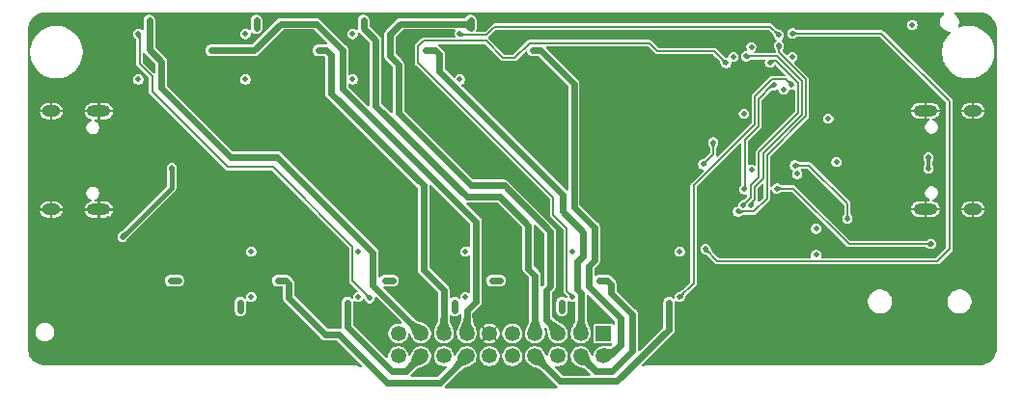
<source format=gbl>
G04 #@! TF.GenerationSoftware,KiCad,Pcbnew,9.0.1-rc2*
G04 #@! TF.CreationDate,2025-11-09T15:09:06-08:00*
G04 #@! TF.ProjectId,bsl_drv_v1,62736c5f-6472-4765-9f76-312e6b696361,rev?*
G04 #@! TF.SameCoordinates,Original*
G04 #@! TF.FileFunction,Copper,L4,Bot*
G04 #@! TF.FilePolarity,Positive*
%FSLAX46Y46*%
G04 Gerber Fmt 4.6, Leading zero omitted, Abs format (unit mm)*
G04 Created by KiCad (PCBNEW 9.0.1-rc2) date 2025-11-09 15:09:06*
%MOMM*%
%LPD*%
G01*
G04 APERTURE LIST*
G04 #@! TA.AperFunction,ComponentPad*
%ADD10R,1.350000X1.350000*%
G04 #@! TD*
G04 #@! TA.AperFunction,ComponentPad*
%ADD11C,1.350000*%
G04 #@! TD*
G04 #@! TA.AperFunction,HeatsinkPad*
%ADD12O,2.100000X1.000000*%
G04 #@! TD*
G04 #@! TA.AperFunction,HeatsinkPad*
%ADD13O,1.600000X1.000000*%
G04 #@! TD*
G04 #@! TA.AperFunction,ViaPad*
%ADD14C,0.500000*%
G04 #@! TD*
G04 #@! TA.AperFunction,Conductor*
%ADD15C,0.600000*%
G04 #@! TD*
G04 #@! TA.AperFunction,Conductor*
%ADD16C,0.150000*%
G04 #@! TD*
G04 #@! TA.AperFunction,Conductor*
%ADD17C,0.250000*%
G04 #@! TD*
G04 #@! TA.AperFunction,Conductor*
%ADD18C,0.400000*%
G04 #@! TD*
G04 APERTURE END LIST*
D10*
X91000000Y-114200000D03*
D11*
X91000000Y-116200000D03*
X89000000Y-114200000D03*
X89000000Y-116200000D03*
X87000000Y-114200000D03*
X87000000Y-116200000D03*
X85000000Y-114200000D03*
X85000000Y-116200000D03*
X83000000Y-114200000D03*
X83000000Y-116200000D03*
X81000000Y-114200000D03*
X81000000Y-116200000D03*
X79000000Y-114200000D03*
X79000000Y-116200000D03*
X77000000Y-114200000D03*
X77000000Y-116200000D03*
X75000000Y-114200000D03*
X75000000Y-116200000D03*
X73000000Y-114200000D03*
X73000000Y-116200000D03*
D12*
X119243999Y-103282479D03*
D13*
X123423999Y-103282479D03*
D12*
X119243999Y-94642479D03*
D13*
X123423999Y-94642479D03*
D12*
X46730000Y-94680000D03*
D13*
X42550000Y-94680000D03*
D12*
X46730000Y-103320000D03*
D13*
X42550000Y-103320000D03*
D14*
X94250000Y-114150000D03*
X82000000Y-116900000D03*
X57500000Y-88250000D03*
X47000000Y-90000000D03*
X50750000Y-95750000D03*
X46000000Y-99250000D03*
X52250000Y-111750000D03*
X56000000Y-114750000D03*
X58250000Y-113500000D03*
X69879999Y-112865000D03*
X81649999Y-111500000D03*
X119000000Y-110000000D03*
X113750000Y-104500000D03*
X120000000Y-91000000D03*
X101000000Y-88250000D03*
X87250000Y-88000000D03*
X89750000Y-92750000D03*
X91750000Y-96750000D03*
X98000000Y-100250000D03*
X100750000Y-103750000D03*
X98750000Y-112000000D03*
X98000000Y-114750000D03*
X108000000Y-116500000D03*
X112000000Y-116500000D03*
X104000000Y-116500000D03*
X120000000Y-116500000D03*
X116000000Y-116500000D03*
X124000000Y-116500000D03*
X125000000Y-108499999D03*
X125000000Y-112499999D03*
X125000000Y-92500000D03*
X125000000Y-104499999D03*
X125000000Y-100500000D03*
X125000000Y-96499999D03*
X125000000Y-87500000D03*
X120000000Y-86500000D03*
X113500000Y-86500000D03*
X109500000Y-86500000D03*
X105500000Y-86500000D03*
X101500000Y-86500000D03*
X97500000Y-86500000D03*
X93500000Y-86500000D03*
X89500000Y-86500000D03*
X85500000Y-86500000D03*
X67500000Y-86500000D03*
X46000000Y-116500000D03*
X42000000Y-116500000D03*
X50000000Y-116500000D03*
X41000000Y-112499999D03*
X41000000Y-108499999D03*
X41000000Y-100500000D03*
X41000000Y-104499999D03*
X41000000Y-92500000D03*
X41000000Y-96499999D03*
X48500000Y-86500000D03*
X44500000Y-86500000D03*
X41000000Y-87500000D03*
X117275000Y-103575000D03*
X116925000Y-102975000D03*
X116575000Y-103575000D03*
X117625000Y-102975000D03*
X117725000Y-94950000D03*
X117300000Y-94400000D03*
X98650000Y-95850000D03*
X98650000Y-94925000D03*
X95600000Y-91250000D03*
X95600000Y-90100000D03*
X100400000Y-90700000D03*
X99350000Y-93900000D03*
X112400000Y-104150000D03*
X107793959Y-99443959D03*
X108000000Y-100200000D03*
X48950000Y-93775000D03*
X47550000Y-104175000D03*
X99750000Y-99352000D03*
X102800000Y-103500000D03*
X103258739Y-102971264D03*
X70500000Y-111100000D03*
X103374000Y-101550000D03*
X103958732Y-102975000D03*
X107484438Y-92340562D03*
X106400000Y-88000000D03*
X106800000Y-92800000D03*
X106400000Y-88900000D03*
X106000000Y-92400000D03*
X105600000Y-90400000D03*
X103494426Y-89855574D03*
X102400000Y-89925000D03*
X101750000Y-90450000D03*
X106225000Y-101475000D03*
X119750000Y-106350000D03*
X100950000Y-91350000D03*
X99950000Y-106800000D03*
X100625000Y-97426000D03*
X93500000Y-90850000D03*
X89700000Y-90850000D03*
X89500000Y-94650000D03*
X93500000Y-94650000D03*
X112550000Y-110050000D03*
X119750000Y-105050000D03*
X106750000Y-105750000D03*
X106750000Y-106550000D03*
X110750000Y-111100000D03*
X110750000Y-111750000D03*
X110650000Y-112700000D03*
X110200000Y-112200000D03*
X99900000Y-101350000D03*
X106399999Y-94250000D03*
X113225000Y-97700000D03*
X107574999Y-88950000D03*
X103649999Y-106800000D03*
X63699998Y-89400000D03*
X54299998Y-89400000D03*
X65400002Y-109500000D03*
X73099997Y-89400000D03*
X74800002Y-109500000D03*
X93600002Y-109500000D03*
X56000002Y-109500000D03*
X82499998Y-89400000D03*
X84200002Y-109500000D03*
X48250000Y-103000000D03*
X43300000Y-107762499D03*
X96000000Y-88800000D03*
X45624999Y-105900000D03*
X96700000Y-93800000D03*
X104799999Y-88100000D03*
X114385000Y-94400000D03*
X104799999Y-101550000D03*
X50275000Y-110300000D03*
X113724999Y-91300000D03*
X47100000Y-108575000D03*
X66399998Y-95000000D03*
X56999998Y-95000000D03*
X62700002Y-103900000D03*
X75799998Y-95000000D03*
X72100002Y-103900000D03*
X90900002Y-103900000D03*
X81500002Y-103900000D03*
X53300002Y-103900000D03*
X85199998Y-95000000D03*
X106800000Y-104600000D03*
X113724999Y-92000000D03*
X107799999Y-104600000D03*
X48950000Y-104175000D03*
X64899998Y-88600000D03*
X55499998Y-88600000D03*
X64200002Y-110300000D03*
X74299997Y-88600000D03*
X73600002Y-110300000D03*
X92400002Y-110300000D03*
X54800002Y-110300000D03*
X83699998Y-88600000D03*
X83000002Y-110300000D03*
X48950000Y-103000000D03*
X103649999Y-110750000D03*
X105199999Y-95450000D03*
X109699999Y-101550000D03*
X105794999Y-94870000D03*
X48600000Y-103600000D03*
X64420226Y-91611023D03*
X55020226Y-91611023D03*
X64679774Y-107288977D03*
X73820225Y-91611023D03*
X74079774Y-107288977D03*
X92879774Y-107288977D03*
X55279774Y-107288977D03*
X83220226Y-91611023D03*
X83479774Y-107288977D03*
X62499998Y-90700000D03*
X53099998Y-90700000D03*
X66600002Y-108200000D03*
X71899997Y-90700000D03*
X76000002Y-108200000D03*
X94800002Y-108200001D03*
X57200002Y-108200000D03*
X81299998Y-90700000D03*
X85400002Y-108200000D03*
X105199999Y-94250000D03*
X100100000Y-93900000D03*
X99600000Y-90300000D03*
X48250000Y-95000000D03*
X48250000Y-104175000D03*
X49300000Y-94400000D03*
X64099998Y-88600000D03*
X54699998Y-88600000D03*
X65000002Y-110300000D03*
X73499997Y-88600001D03*
X74400002Y-110300000D03*
X93200002Y-110300000D03*
X55600002Y-110300000D03*
X82899998Y-88600000D03*
X83800002Y-110300000D03*
X95600000Y-92500000D03*
X66399998Y-95799999D03*
X56999998Y-95800000D03*
X62700002Y-103100001D03*
X75799997Y-95800000D03*
X72100002Y-103100001D03*
X90900003Y-103100000D03*
X53300002Y-103100001D03*
X85199998Y-95799999D03*
X81500002Y-103100001D03*
X45950000Y-112862498D03*
X116510000Y-96600000D03*
X98500000Y-88800000D03*
X115299999Y-86550000D03*
X106399999Y-95450000D03*
X64099997Y-87800000D03*
X54699998Y-87800000D03*
X65000003Y-111100000D03*
X73499997Y-87800000D03*
X74400003Y-111100000D03*
X93200002Y-111100000D03*
X55600003Y-111100000D03*
X82899997Y-87800000D03*
X83800003Y-111100000D03*
X115699999Y-99400000D03*
X108749999Y-101550000D03*
X60799998Y-90700000D03*
X51399998Y-90700001D03*
X68300002Y-108200000D03*
X70199997Y-90700000D03*
X77700002Y-108200000D03*
X96500002Y-108200000D03*
X58900002Y-108200000D03*
X79599998Y-90700000D03*
X87100002Y-108200000D03*
X113499999Y-100200000D03*
X48950000Y-95000000D03*
X48600000Y-94400000D03*
X49300000Y-95600000D03*
X113224999Y-98450000D03*
X113224999Y-94400000D03*
X113234047Y-95130000D03*
X91319999Y-109565000D03*
X90619999Y-109565000D03*
X56580001Y-89335000D03*
X57280001Y-89335000D03*
X75380000Y-89335000D03*
X76080001Y-89335000D03*
X63119999Y-109565000D03*
X62419999Y-109565000D03*
X72519999Y-109565000D03*
X71819999Y-109565000D03*
X65980001Y-89335000D03*
X66680001Y-89335000D03*
X81919999Y-109565000D03*
X81219999Y-109565000D03*
X109650000Y-107312500D03*
X103974999Y-89050000D03*
X118100000Y-87100000D03*
X107579999Y-89910001D03*
X103974998Y-99855000D03*
X97700002Y-107000000D03*
X78900002Y-107000000D03*
X88300002Y-107000000D03*
X109650000Y-105000000D03*
X103320132Y-94919999D03*
X110719999Y-95320000D03*
X111444999Y-99150000D03*
X48800000Y-105725000D03*
X53125000Y-99675000D03*
X119498999Y-98712479D03*
X119498999Y-99732479D03*
X96750000Y-111500000D03*
X96750000Y-112200000D03*
X51150000Y-87400000D03*
X51150000Y-86700000D03*
X69949999Y-87400000D03*
X69949999Y-86700000D03*
X68550000Y-111500000D03*
X68550000Y-112200000D03*
X60550000Y-87400000D03*
X60550000Y-86700000D03*
X77950000Y-111500000D03*
X77950000Y-112200000D03*
X87350000Y-111500000D03*
X87350000Y-112200000D03*
X97700002Y-111000000D03*
X50199998Y-87900000D03*
X68999997Y-87899999D03*
X59599998Y-87900000D03*
X78900002Y-111000000D03*
X88300002Y-111000000D03*
X84780001Y-89335000D03*
X85480001Y-89335000D03*
X53719999Y-109565000D03*
X53019999Y-109565000D03*
X59150000Y-111500000D03*
X59150000Y-112200000D03*
X79350000Y-87400000D03*
X79350000Y-86700000D03*
X78399998Y-87900000D03*
X60100002Y-111000000D03*
X107574999Y-87850000D03*
X69500002Y-111000000D03*
X78399998Y-91900000D03*
X60100002Y-107000000D03*
X50199998Y-91900000D03*
X59599998Y-91900000D03*
X68999997Y-91899999D03*
X69500002Y-107000000D03*
D15*
X52200000Y-92600000D02*
X52200000Y-90300000D01*
X51150000Y-89250000D02*
X51150000Y-87400000D01*
X58300000Y-98700000D02*
X52200000Y-92600000D01*
X70775000Y-107075000D02*
X62400000Y-98700000D01*
X62400000Y-98700000D02*
X58300000Y-98700000D01*
X70775000Y-109975000D02*
X70775000Y-107075000D01*
X75000001Y-114200000D02*
X70775000Y-109975000D01*
X52200000Y-90300000D02*
X51150000Y-89250000D01*
X76235000Y-89335000D02*
X76080001Y-89335000D01*
X76600000Y-89700000D02*
X76235000Y-89335000D01*
X76600000Y-91200000D02*
X76600000Y-89700000D01*
X87400000Y-102000000D02*
X76600000Y-91200000D01*
X89200000Y-105300000D02*
X87400000Y-103500000D01*
X89051002Y-110688925D02*
X88700000Y-110337923D01*
X89051002Y-114148997D02*
X89051002Y-110688925D01*
X88700000Y-110337923D02*
X88700000Y-107900000D01*
X89200000Y-107400000D02*
X89200000Y-105300000D01*
X88999999Y-114200000D02*
X89051002Y-114148997D01*
X88700000Y-107900000D02*
X89200000Y-107400000D01*
X87400000Y-103500000D02*
X87400000Y-102000000D01*
D16*
X100700000Y-89400000D02*
X101750000Y-90450000D01*
X95000000Y-88700000D02*
X95700000Y-89400000D01*
X84500207Y-88700000D02*
X95000000Y-88700000D01*
X83200207Y-90000000D02*
X84500207Y-88700000D01*
X82200000Y-90000000D02*
X83200207Y-90000000D01*
X80700000Y-88500000D02*
X82200000Y-90000000D01*
X75200000Y-88500000D02*
X80700000Y-88500000D01*
X86600000Y-102300000D02*
X74700000Y-90400000D01*
X86600000Y-103800000D02*
X86600000Y-102300000D01*
X87774002Y-104974002D02*
X86600000Y-103800000D01*
X74700000Y-90400000D02*
X74700000Y-89000000D01*
X74700000Y-89000000D02*
X75200000Y-88500000D01*
X95700000Y-89400000D02*
X100700000Y-89400000D01*
X88300002Y-111000000D02*
X87774002Y-110474000D01*
X87774002Y-110474000D02*
X87774002Y-104974002D01*
D15*
X88400000Y-92254999D02*
X85480001Y-89335000D01*
X88400000Y-103100000D02*
X88400000Y-92254999D01*
X90200000Y-104900000D02*
X88400000Y-103100000D01*
X92500000Y-112900000D02*
X89700000Y-110100000D01*
X89700000Y-108300000D02*
X90200000Y-107800000D01*
X90200000Y-107800000D02*
X90200000Y-104900000D01*
X92500000Y-115188000D02*
X92500000Y-112900000D01*
X89700000Y-110100000D02*
X89700000Y-108300000D01*
X91000000Y-116200001D02*
X91487999Y-116200001D01*
X91487999Y-116200001D02*
X92500000Y-115188000D01*
X91649002Y-109894003D02*
X91319999Y-109565000D01*
X93500000Y-112500000D02*
X91649002Y-110649002D01*
X91700000Y-117500000D02*
X93500000Y-115700000D01*
X93500000Y-115700000D02*
X93500000Y-112500000D01*
X90300000Y-117500000D02*
X91700000Y-117500000D01*
X91649002Y-110649002D02*
X91649002Y-109894003D01*
X89000000Y-116200000D02*
X90300000Y-117500000D01*
X87000000Y-114000000D02*
X87000000Y-114200000D01*
X86000000Y-113000000D02*
X87000000Y-114000000D01*
X86000000Y-110400000D02*
X86000000Y-113000000D01*
X86300000Y-110100000D02*
X86000000Y-110400000D01*
X86300000Y-105200000D02*
X86300000Y-110100000D01*
X82300000Y-101200000D02*
X86300000Y-105200000D01*
X73000000Y-90565519D02*
X73000000Y-94800000D01*
X72300000Y-89865519D02*
X73000000Y-90565519D01*
X72300000Y-87900000D02*
X72300000Y-89865519D01*
X79400000Y-101200000D02*
X82300000Y-101200000D01*
X73200000Y-87000000D02*
X72300000Y-87900000D01*
X79050000Y-87000000D02*
X73200000Y-87000000D01*
X73000000Y-94800000D02*
X79400000Y-101200000D01*
X79050000Y-87100000D02*
X79350000Y-87400000D01*
X79050000Y-87000000D02*
X79050000Y-87100000D01*
X79350000Y-86700000D02*
X79050000Y-87000000D01*
X85000000Y-109100000D02*
X85000000Y-114200000D01*
X79000000Y-102200000D02*
X81900000Y-102200000D01*
X71000000Y-94200000D02*
X79000000Y-102200000D01*
X71000000Y-88450001D02*
X71000000Y-94200000D01*
X81900000Y-102200000D02*
X84400000Y-104700000D01*
X69949999Y-87400000D02*
X71000000Y-88450001D01*
X84400000Y-104700000D02*
X84400000Y-108500000D01*
X84400000Y-108500000D02*
X85000000Y-109100000D01*
X68100000Y-92700000D02*
X79800000Y-104400000D01*
X62700000Y-87000000D02*
X65800000Y-87000000D01*
X79800000Y-104400000D02*
X79800000Y-111400000D01*
X65800000Y-87000000D02*
X68100000Y-89300000D01*
X60365000Y-89335000D02*
X62700000Y-87000000D01*
X68100000Y-89300000D02*
X68100000Y-92700000D01*
X79800000Y-111400000D02*
X79000001Y-112199999D01*
X57280001Y-89335000D02*
X60365000Y-89335000D01*
X79000001Y-112199999D02*
X79000001Y-114200000D01*
X67100000Y-89754999D02*
X66680001Y-89335000D01*
X75200000Y-101200000D02*
X67100000Y-93100000D01*
X67100000Y-93100000D02*
X67100000Y-89754999D01*
X75200000Y-108600000D02*
X75200000Y-101200000D01*
X77000000Y-110400000D02*
X75200000Y-108600000D01*
X77000000Y-114200000D02*
X77000000Y-110400000D01*
D16*
X50300000Y-88000002D02*
X50199998Y-87900000D01*
X51400000Y-93000000D02*
X51400000Y-91600000D01*
X58000000Y-99600000D02*
X51400000Y-93000000D01*
X51400000Y-91600000D02*
X50300000Y-90500000D01*
X62000000Y-99600000D02*
X58000000Y-99600000D01*
X68974002Y-106574002D02*
X62000000Y-99600000D01*
X68974002Y-109574002D02*
X68974002Y-106574002D01*
X70500000Y-111100000D02*
X68974002Y-109574002D01*
X50300000Y-90500000D02*
X50300000Y-88000002D01*
D15*
X63400000Y-111100000D02*
X63400000Y-109845001D01*
X67800000Y-114300000D02*
X66600000Y-114300000D01*
X72000000Y-118500000D02*
X67800000Y-114300000D01*
X79000000Y-116200000D02*
X76700000Y-118500000D01*
X76700000Y-118500000D02*
X72000000Y-118500000D01*
X66600000Y-114300000D02*
X63400000Y-111100000D01*
X63400000Y-109845001D02*
X63119999Y-109565000D01*
X96750000Y-113850000D02*
X96750000Y-112200000D01*
X92200000Y-118400000D02*
X96750000Y-113850000D01*
X87200000Y-118400000D02*
X92200000Y-118400000D01*
X85000000Y-116200000D02*
X87200000Y-118400000D01*
X68550000Y-113650000D02*
X68550000Y-112200000D01*
X72400000Y-117500000D02*
X68550000Y-113650000D01*
X73700000Y-117500000D02*
X72400000Y-117500000D01*
X75000000Y-116200000D02*
X73700000Y-117500000D01*
D16*
X105649000Y-87249000D02*
X106400000Y-88000000D01*
X81451000Y-87249000D02*
X105649000Y-87249000D01*
X80699000Y-88001000D02*
X81451000Y-87249000D01*
X78500998Y-88001000D02*
X80699000Y-88001000D01*
X78399998Y-87900000D02*
X78500998Y-88001000D01*
X106400000Y-89519468D02*
X106400000Y-88900000D01*
X108771877Y-91891345D02*
X106400000Y-89519468D01*
X108771877Y-95120899D02*
X108771877Y-91891345D01*
X105344000Y-102356000D02*
X105344000Y-98548776D01*
X104176609Y-103501000D02*
X104177609Y-103500000D01*
X104200000Y-103500000D02*
X105344000Y-102356000D01*
X103740855Y-103501000D02*
X104176609Y-103501000D01*
X103739855Y-103500000D02*
X103740855Y-103501000D01*
X102800000Y-103500000D02*
X103739855Y-103500000D01*
X104177609Y-103500000D02*
X104200000Y-103500000D01*
X105344000Y-98548776D02*
X108771877Y-95120899D01*
X112400000Y-102800000D02*
X112400000Y-104150000D01*
X109043959Y-99443959D02*
X112400000Y-102800000D01*
X107793959Y-99443959D02*
X109043959Y-99443959D01*
X98900000Y-109800002D02*
X97700002Y-111000000D01*
X98900000Y-101200000D02*
X98900000Y-109800002D01*
X104249000Y-95851000D02*
X98900000Y-101200000D01*
X104249000Y-93407123D02*
X104249000Y-95851000D01*
X105782123Y-91874000D02*
X104249000Y-93407123D01*
X107017877Y-91874000D02*
X105782123Y-91874000D01*
X107484438Y-92340562D02*
X107017877Y-91874000D01*
X121350000Y-106750000D02*
X121350000Y-93800000D01*
X121350000Y-93800000D02*
X115400000Y-87850000D01*
X120250000Y-107850000D02*
X121350000Y-106750000D01*
X101000000Y-107850000D02*
X120250000Y-107850000D01*
X115400000Y-87850000D02*
X107574999Y-87850000D01*
X99950000Y-106800000D02*
X101000000Y-107850000D01*
D17*
X119498999Y-99732479D02*
X119498999Y-98712479D01*
D16*
X99750000Y-99352000D02*
X100625000Y-98477000D01*
X100625000Y-98477000D02*
X100625000Y-97426000D01*
X105800000Y-92400000D02*
X106000000Y-92400000D01*
X104600000Y-93600000D02*
X105800000Y-92400000D01*
X104600000Y-95996389D02*
X104600000Y-93600000D01*
X103400000Y-97196389D02*
X104600000Y-95996389D01*
X103400000Y-101524000D02*
X103400000Y-97196389D01*
X103374000Y-101550000D02*
X103400000Y-101524000D01*
X105750000Y-90250000D02*
X105600000Y-90400000D01*
X106137754Y-90250000D02*
X105750000Y-90250000D01*
X108069877Y-92182123D02*
X106137754Y-90250000D01*
X108069877Y-94830123D02*
X108069877Y-92182123D01*
X104642000Y-100458000D02*
X104642000Y-98258000D01*
X103899000Y-101200999D02*
X104642000Y-100458000D01*
X103899000Y-102290855D02*
X103899000Y-101200999D01*
X103350000Y-102880003D02*
X103350000Y-102839855D01*
X103350000Y-102839855D02*
X103899000Y-102290855D01*
X104642000Y-98258000D02*
X108069877Y-94830123D01*
X103258739Y-102971264D02*
X103350000Y-102880003D01*
X106239717Y-89855574D02*
X103494426Y-89855574D01*
X108420877Y-94975511D02*
X108420877Y-92036734D01*
X104250000Y-102466866D02*
X104250000Y-101346388D01*
X103958732Y-102758134D02*
X104250000Y-102466866D01*
X108420877Y-92036734D02*
X106239717Y-89855574D01*
X104250000Y-101346388D02*
X104993000Y-100603388D01*
X104993000Y-100603388D02*
X104993000Y-98403388D01*
X104993000Y-98403388D02*
X108420877Y-94975511D01*
X103958732Y-102975000D02*
X103958732Y-102758134D01*
X112550000Y-106350000D02*
X119750000Y-106350000D01*
X107675000Y-101475000D02*
X112550000Y-106350000D01*
X106225000Y-101475000D02*
X107675000Y-101475000D01*
D15*
X77950000Y-112200000D02*
X77950000Y-111500000D01*
X87350000Y-112200000D02*
X87350000Y-111500000D01*
X96750000Y-112200000D02*
X96750000Y-111500000D01*
X68550000Y-112200000D02*
X68550000Y-111500000D01*
X79349999Y-87400000D02*
X79349999Y-86700000D01*
X69950000Y-87400000D02*
X69950000Y-86700000D01*
X51150000Y-86700000D02*
X51150000Y-87400000D01*
X60550000Y-86700000D02*
X60550000Y-87400000D01*
X59150000Y-111500000D02*
X59150000Y-112200000D01*
X81219999Y-109565000D02*
X81919999Y-109565000D01*
X66680001Y-89335000D02*
X65980001Y-89335000D01*
X85480001Y-89335000D02*
X84780000Y-89335000D01*
X62419999Y-109565000D02*
X63119999Y-109565000D01*
X71819999Y-109565000D02*
X72519999Y-109565000D01*
X57280001Y-89335000D02*
X56580001Y-89335000D01*
X53019999Y-109565000D02*
X53719999Y-109565000D01*
D18*
X53125000Y-99675000D02*
X53125000Y-101400000D01*
X53125000Y-101400000D02*
X48800000Y-105725000D01*
D15*
X76080001Y-89335000D02*
X75380001Y-89335000D01*
X90619999Y-109565000D02*
X91319999Y-109565000D01*
G04 #@! TA.AperFunction,Conductor*
G36*
X120865538Y-86019407D02*
G01*
X120901502Y-86068907D01*
X120901502Y-86130093D01*
X120865538Y-86179593D01*
X120862349Y-86181815D01*
X120823137Y-86208015D01*
X120708015Y-86323137D01*
X120617563Y-86458506D01*
X120617563Y-86458507D01*
X120555262Y-86608917D01*
X120555262Y-86608919D01*
X120523500Y-86768594D01*
X120523500Y-86931405D01*
X120555262Y-87091080D01*
X120555262Y-87091082D01*
X120617563Y-87241492D01*
X120617563Y-87241493D01*
X120707849Y-87376613D01*
X120708016Y-87376863D01*
X120823137Y-87491984D01*
X120958505Y-87582435D01*
X121108919Y-87644738D01*
X121268597Y-87676500D01*
X121268598Y-87676500D01*
X121331092Y-87676500D01*
X121389283Y-87695407D01*
X121425247Y-87744907D01*
X121425247Y-87806093D01*
X121401097Y-87845501D01*
X121305908Y-87940691D01*
X121266673Y-87979926D01*
X121083100Y-88219164D01*
X120932311Y-88480339D01*
X120816913Y-88758936D01*
X120816909Y-88758949D01*
X120738859Y-89050234D01*
X120738859Y-89050239D01*
X120699498Y-89349215D01*
X120699498Y-89650784D01*
X120710731Y-89736110D01*
X120738505Y-89947075D01*
X120738859Y-89949760D01*
X120738859Y-89949765D01*
X120765677Y-90049851D01*
X120810214Y-90216066D01*
X120816909Y-90241050D01*
X120816913Y-90241063D01*
X120932311Y-90519660D01*
X120932313Y-90519664D01*
X120932315Y-90519668D01*
X121069170Y-90756708D01*
X121083100Y-90780835D01*
X121266673Y-91020073D01*
X121266675Y-91020075D01*
X121266679Y-91020080D01*
X121479918Y-91233319D01*
X121479922Y-91233322D01*
X121479924Y-91233324D01*
X121604701Y-91329068D01*
X121719166Y-91416900D01*
X121980330Y-91567683D01*
X122258940Y-91683087D01*
X122550230Y-91761138D01*
X122849215Y-91800500D01*
X122849216Y-91800500D01*
X123150780Y-91800500D01*
X123150781Y-91800500D01*
X123449766Y-91761138D01*
X123741056Y-91683087D01*
X124019666Y-91567683D01*
X124280830Y-91416900D01*
X124520078Y-91233319D01*
X124733317Y-91020080D01*
X124916898Y-90780832D01*
X125067681Y-90519668D01*
X125183085Y-90241058D01*
X125261136Y-89949768D01*
X125300498Y-89650783D01*
X125300498Y-89349217D01*
X125261136Y-89050232D01*
X125183085Y-88758942D01*
X125067681Y-88480332D01*
X124916898Y-88219168D01*
X124886840Y-88179996D01*
X124733322Y-87979926D01*
X124733320Y-87979924D01*
X124733317Y-87979920D01*
X124520078Y-87766681D01*
X124520073Y-87766677D01*
X124520071Y-87766675D01*
X124280833Y-87583102D01*
X124280830Y-87583100D01*
X124019666Y-87432317D01*
X124019662Y-87432315D01*
X124019658Y-87432313D01*
X123741061Y-87316915D01*
X123741060Y-87316914D01*
X123741056Y-87316913D01*
X123449766Y-87238862D01*
X123449763Y-87238861D01*
X123449761Y-87238861D01*
X123150782Y-87199500D01*
X123150781Y-87199500D01*
X122849215Y-87199500D01*
X122849213Y-87199500D01*
X122550237Y-87238861D01*
X122550232Y-87238861D01*
X122314032Y-87302151D01*
X122258940Y-87316913D01*
X122232106Y-87328028D01*
X122228982Y-87329322D01*
X122167985Y-87334121D01*
X122115817Y-87302151D01*
X122092403Y-87245623D01*
X122099633Y-87199973D01*
X122144738Y-87091081D01*
X122176500Y-86931403D01*
X122176500Y-86768597D01*
X122144738Y-86608919D01*
X122082436Y-86458507D01*
X122082436Y-86458506D01*
X121991984Y-86323137D01*
X121876862Y-86208015D01*
X121837651Y-86181815D01*
X121799772Y-86133765D01*
X121797370Y-86072627D01*
X121831363Y-86021753D01*
X121888767Y-86000576D01*
X121892653Y-86000500D01*
X123934108Y-86000500D01*
X123996460Y-86000500D01*
X124003522Y-86000752D01*
X124028505Y-86002538D01*
X124206345Y-86015258D01*
X124220308Y-86017265D01*
X124415549Y-86059737D01*
X124429088Y-86063713D01*
X124616292Y-86133537D01*
X124629118Y-86139394D01*
X124804483Y-86235150D01*
X124816355Y-86242780D01*
X124892120Y-86299497D01*
X124976290Y-86362506D01*
X124986965Y-86371755D01*
X125128241Y-86513031D01*
X125137491Y-86523707D01*
X125257216Y-86683641D01*
X125264852Y-86695523D01*
X125360599Y-86870870D01*
X125366467Y-86883719D01*
X125436284Y-87070903D01*
X125440264Y-87084456D01*
X125482732Y-87279680D01*
X125484742Y-87293661D01*
X125499247Y-87496461D01*
X125499499Y-87503524D01*
X125499500Y-115434107D01*
X125499500Y-115496459D01*
X125499248Y-115503522D01*
X125484742Y-115706336D01*
X125482732Y-115720317D01*
X125440264Y-115915542D01*
X125436284Y-115929095D01*
X125366466Y-116116284D01*
X125360599Y-116129129D01*
X125335762Y-116174616D01*
X125264855Y-116304473D01*
X125257219Y-116316355D01*
X125137492Y-116476292D01*
X125128242Y-116486968D01*
X124986968Y-116628242D01*
X124976292Y-116637492D01*
X124816355Y-116757219D01*
X124804473Y-116764855D01*
X124629133Y-116860598D01*
X124616284Y-116866466D01*
X124429095Y-116936284D01*
X124415542Y-116940264D01*
X124220317Y-116982732D01*
X124206336Y-116984742D01*
X124003536Y-116999247D01*
X123996473Y-116999499D01*
X94928045Y-116999499D01*
X94928029Y-116999500D01*
X94892679Y-116999500D01*
X94680235Y-117030044D01*
X94680230Y-117030045D01*
X94482638Y-117088063D01*
X94421478Y-117086315D01*
X94373025Y-117048953D01*
X94355787Y-116990246D01*
X94376349Y-116932619D01*
X94384728Y-116923085D01*
X97150500Y-114157314D01*
X97175612Y-114113819D01*
X97216390Y-114043190D01*
X97216390Y-114043188D01*
X97216392Y-114043186D01*
X97250500Y-113915892D01*
X97250500Y-113784107D01*
X97250500Y-112134108D01*
X97250500Y-112134107D01*
X97250500Y-111434108D01*
X97250500Y-111427619D01*
X97253379Y-111427619D01*
X97262323Y-111379250D01*
X97306688Y-111337115D01*
X97367347Y-111329103D01*
X97419347Y-111356447D01*
X97423389Y-111360489D01*
X97423391Y-111360490D01*
X97423393Y-111360492D01*
X97526112Y-111419797D01*
X97526113Y-111419797D01*
X97526116Y-111419799D01*
X97640693Y-111450500D01*
X97640695Y-111450500D01*
X97759309Y-111450500D01*
X97759311Y-111450500D01*
X97873888Y-111419799D01*
X97873890Y-111419797D01*
X97873892Y-111419797D01*
X97976610Y-111360492D01*
X97976610Y-111360491D01*
X97976615Y-111360489D01*
X98040572Y-111296532D01*
X114199500Y-111296532D01*
X114199500Y-111503467D01*
X114239869Y-111706418D01*
X114319058Y-111897597D01*
X114434020Y-112069651D01*
X114434023Y-112069655D01*
X114580345Y-112215977D01*
X114752402Y-112330941D01*
X114943580Y-112410130D01*
X115146535Y-112450500D01*
X115146536Y-112450500D01*
X115353464Y-112450500D01*
X115353465Y-112450500D01*
X115556420Y-112410130D01*
X115747598Y-112330941D01*
X115919655Y-112215977D01*
X116065977Y-112069655D01*
X116180941Y-111897598D01*
X116260130Y-111706420D01*
X116300500Y-111503465D01*
X116300500Y-111296535D01*
X116300499Y-111296532D01*
X121199500Y-111296532D01*
X121199500Y-111503467D01*
X121239869Y-111706418D01*
X121319058Y-111897597D01*
X121434020Y-112069651D01*
X121434023Y-112069655D01*
X121580345Y-112215977D01*
X121752402Y-112330941D01*
X121943580Y-112410130D01*
X122146535Y-112450500D01*
X122146536Y-112450500D01*
X122353464Y-112450500D01*
X122353465Y-112450500D01*
X122556420Y-112410130D01*
X122747598Y-112330941D01*
X122919655Y-112215977D01*
X123065977Y-112069655D01*
X123180941Y-111897598D01*
X123260130Y-111706420D01*
X123300500Y-111503465D01*
X123300500Y-111296535D01*
X123260130Y-111093580D01*
X123180941Y-110902402D01*
X123065977Y-110730345D01*
X122919655Y-110584023D01*
X122918229Y-110583070D01*
X122747597Y-110469058D01*
X122556418Y-110389869D01*
X122353467Y-110349500D01*
X122353465Y-110349500D01*
X122146535Y-110349500D01*
X122146532Y-110349500D01*
X121943581Y-110389869D01*
X121752402Y-110469058D01*
X121580348Y-110584020D01*
X121434020Y-110730348D01*
X121319058Y-110902402D01*
X121239869Y-111093581D01*
X121199500Y-111296532D01*
X116300499Y-111296532D01*
X116260130Y-111093580D01*
X116180941Y-110902402D01*
X116065977Y-110730345D01*
X115919655Y-110584023D01*
X115918229Y-110583070D01*
X115747597Y-110469058D01*
X115556418Y-110389869D01*
X115353467Y-110349500D01*
X115353465Y-110349500D01*
X115146535Y-110349500D01*
X115146532Y-110349500D01*
X114943581Y-110389869D01*
X114752402Y-110469058D01*
X114580348Y-110584020D01*
X114434020Y-110730348D01*
X114319058Y-110902402D01*
X114239869Y-111093581D01*
X114199500Y-111296532D01*
X98040572Y-111296532D01*
X98060491Y-111276613D01*
X98071706Y-111257187D01*
X98082535Y-111241957D01*
X98082877Y-111241560D01*
X98091700Y-111231575D01*
X98122095Y-111179369D01*
X98128741Y-111167000D01*
X98129450Y-111165565D01*
X98135251Y-111152735D01*
X98157381Y-111098954D01*
X98163210Y-111082928D01*
X98163795Y-111081085D01*
X98168253Y-111064733D01*
X98188396Y-110976659D01*
X98189108Y-110973756D01*
X98204220Y-110915988D01*
X98224921Y-110876511D01*
X98251954Y-110845065D01*
X98256186Y-110837882D01*
X98271471Y-110818144D01*
X99133557Y-109956061D01*
X99153005Y-109909108D01*
X99175500Y-109854802D01*
X99175500Y-106740691D01*
X99499500Y-106740691D01*
X99499500Y-106859309D01*
X99521306Y-106940691D01*
X99530202Y-106973890D01*
X99589507Y-107076608D01*
X99589509Y-107076610D01*
X99589511Y-107076613D01*
X99673387Y-107160489D01*
X99692813Y-107171704D01*
X99708857Y-107183245D01*
X99718424Y-107191698D01*
X99770630Y-107222093D01*
X99782999Y-107228739D01*
X99784434Y-107229448D01*
X99797264Y-107235249D01*
X99851045Y-107257379D01*
X99867071Y-107263208D01*
X99868220Y-107263572D01*
X99868910Y-107263792D01*
X99868914Y-107263793D01*
X99885266Y-107268251D01*
X99973346Y-107288396D01*
X99976279Y-107289115D01*
X100034007Y-107304216D01*
X100073485Y-107324917D01*
X100104936Y-107351953D01*
X100112121Y-107356188D01*
X100131855Y-107371471D01*
X100843941Y-108083557D01*
X100867188Y-108093186D01*
X100945200Y-108125500D01*
X100945201Y-108125500D01*
X120304799Y-108125500D01*
X120304800Y-108125500D01*
X120406058Y-108083557D01*
X120483557Y-108006058D01*
X121583557Y-106906058D01*
X121589090Y-106892701D01*
X121593599Y-106881815D01*
X121593599Y-106881814D01*
X121606090Y-106851659D01*
X121625500Y-106804800D01*
X121625500Y-103182479D01*
X122430176Y-103182479D01*
X122840211Y-103182479D01*
X122823999Y-103242983D01*
X122823999Y-103321975D01*
X122840211Y-103382479D01*
X122430177Y-103382479D01*
X122450900Y-103486660D01*
X122450900Y-103486662D01*
X122503665Y-103614050D01*
X122580270Y-103728699D01*
X122677778Y-103826207D01*
X122792427Y-103902812D01*
X122919815Y-103955577D01*
X123055054Y-103982478D01*
X123055056Y-103982479D01*
X123323998Y-103982479D01*
X123323999Y-103982478D01*
X123323999Y-103582479D01*
X123523999Y-103582479D01*
X123523999Y-103982478D01*
X123524000Y-103982479D01*
X123792942Y-103982479D01*
X123792943Y-103982478D01*
X123928182Y-103955577D01*
X124055570Y-103902812D01*
X124170219Y-103826207D01*
X124267727Y-103728699D01*
X124344332Y-103614050D01*
X124397097Y-103486662D01*
X124397097Y-103486660D01*
X124417821Y-103382479D01*
X124007787Y-103382479D01*
X124023999Y-103321975D01*
X124023999Y-103242983D01*
X124007787Y-103182479D01*
X124417821Y-103182479D01*
X124397097Y-103078297D01*
X124397097Y-103078295D01*
X124344332Y-102950907D01*
X124267727Y-102836258D01*
X124170219Y-102738750D01*
X124055570Y-102662145D01*
X123928182Y-102609380D01*
X123792943Y-102582479D01*
X123524000Y-102582479D01*
X123523999Y-102582480D01*
X123523999Y-102982479D01*
X123323999Y-102982479D01*
X123323999Y-102582480D01*
X123323998Y-102582479D01*
X123055054Y-102582479D01*
X122919815Y-102609380D01*
X122792427Y-102662145D01*
X122677778Y-102738750D01*
X122580270Y-102836258D01*
X122503665Y-102950907D01*
X122450900Y-103078295D01*
X122450900Y-103078297D01*
X122430176Y-103182479D01*
X121625500Y-103182479D01*
X121625500Y-94542479D01*
X122430176Y-94542479D01*
X122840211Y-94542479D01*
X122823999Y-94602983D01*
X122823999Y-94681975D01*
X122840211Y-94742479D01*
X122430177Y-94742479D01*
X122450900Y-94846660D01*
X122450900Y-94846662D01*
X122503665Y-94974050D01*
X122580270Y-95088699D01*
X122677778Y-95186207D01*
X122792427Y-95262812D01*
X122919815Y-95315577D01*
X123055054Y-95342478D01*
X123055056Y-95342479D01*
X123323998Y-95342479D01*
X123323999Y-95342478D01*
X123323999Y-94942479D01*
X123523999Y-94942479D01*
X123523999Y-95342478D01*
X123524000Y-95342479D01*
X123792942Y-95342479D01*
X123792943Y-95342478D01*
X123928182Y-95315577D01*
X124055570Y-95262812D01*
X124170219Y-95186207D01*
X124267727Y-95088699D01*
X124344332Y-94974050D01*
X124397097Y-94846662D01*
X124397097Y-94846660D01*
X124417821Y-94742479D01*
X124007787Y-94742479D01*
X124023999Y-94681975D01*
X124023999Y-94602983D01*
X124007787Y-94542479D01*
X124417821Y-94542479D01*
X124397097Y-94438297D01*
X124397097Y-94438295D01*
X124344332Y-94310907D01*
X124267727Y-94196258D01*
X124170219Y-94098750D01*
X124055570Y-94022145D01*
X123928182Y-93969380D01*
X123792943Y-93942479D01*
X123524000Y-93942479D01*
X123523999Y-93942480D01*
X123523999Y-94342479D01*
X123323999Y-94342479D01*
X123323999Y-93942480D01*
X123323998Y-93942479D01*
X123055054Y-93942479D01*
X122919815Y-93969380D01*
X122792427Y-94022145D01*
X122677778Y-94098750D01*
X122580270Y-94196258D01*
X122503665Y-94310907D01*
X122450900Y-94438295D01*
X122450900Y-94438297D01*
X122430176Y-94542479D01*
X121625500Y-94542479D01*
X121625500Y-93745200D01*
X121620698Y-93733608D01*
X121583558Y-93643942D01*
X115556058Y-87616443D01*
X115547770Y-87613010D01*
X115454800Y-87574500D01*
X115454799Y-87574500D01*
X108105146Y-87574500D01*
X108093500Y-87573813D01*
X108086499Y-87572983D01*
X108072350Y-87569217D01*
X108034016Y-87566766D01*
X108031370Y-87566453D01*
X108026121Y-87564032D01*
X107997988Y-87556307D01*
X107966900Y-87540430D01*
X107955121Y-87533343D01*
X107949723Y-87529561D01*
X107949627Y-87529496D01*
X107947635Y-87528140D01*
X107944986Y-87526338D01*
X107944574Y-87526066D01*
X107940486Y-87523436D01*
X107860035Y-87473006D01*
X107838307Y-87461147D01*
X107838297Y-87461142D01*
X107835747Y-87459944D01*
X107818862Y-87453218D01*
X107812772Y-87450792D01*
X107812767Y-87450790D01*
X107812756Y-87450786D01*
X107700708Y-87413794D01*
X107689048Y-87410324D01*
X107687744Y-87409978D01*
X107687709Y-87409969D01*
X107687067Y-87409799D01*
X107687066Y-87409798D01*
X107687063Y-87409798D01*
X107682213Y-87409643D01*
X107659767Y-87406321D01*
X107634310Y-87399500D01*
X107634308Y-87399500D01*
X107515690Y-87399500D01*
X107462341Y-87413795D01*
X107401108Y-87430202D01*
X107298390Y-87489507D01*
X107214506Y-87573391D01*
X107155201Y-87676109D01*
X107151067Y-87691538D01*
X107124499Y-87790691D01*
X107124499Y-87909309D01*
X107143419Y-87979920D01*
X107155201Y-88023890D01*
X107214506Y-88126608D01*
X107214508Y-88126610D01*
X107214510Y-88126613D01*
X107298386Y-88210489D01*
X107298388Y-88210490D01*
X107298390Y-88210492D01*
X107401109Y-88269797D01*
X107401110Y-88269797D01*
X107401113Y-88269799D01*
X107515690Y-88300500D01*
X107515692Y-88300500D01*
X107634309Y-88300500D01*
X107642000Y-88298438D01*
X107655977Y-88294693D01*
X107675489Y-88291508D01*
X107688220Y-88290721D01*
X107746628Y-88275299D01*
X107746645Y-88275294D01*
X107760014Y-88271272D01*
X107760024Y-88271268D01*
X107760036Y-88271265D01*
X107761552Y-88270752D01*
X107774769Y-88265767D01*
X107828445Y-88243386D01*
X107843845Y-88236204D01*
X107845562Y-88235315D01*
X107860326Y-88226878D01*
X107936862Y-88178836D01*
X107939456Y-88177264D01*
X107990936Y-88147132D01*
X108033491Y-88133854D01*
X108074847Y-88130733D01*
X108079971Y-88129408D01*
X108082912Y-88128649D01*
X108107682Y-88125500D01*
X115244877Y-88125500D01*
X115303068Y-88144407D01*
X115314881Y-88154496D01*
X121045504Y-93885119D01*
X121073281Y-93939636D01*
X121074500Y-93955123D01*
X121074500Y-106594877D01*
X121055593Y-106653068D01*
X121045504Y-106664881D01*
X120164881Y-107545504D01*
X120110364Y-107573281D01*
X120094877Y-107574500D01*
X110175208Y-107574500D01*
X110117017Y-107555593D01*
X110081053Y-107506093D01*
X110079581Y-107449879D01*
X110100500Y-107371809D01*
X110100500Y-107253191D01*
X110069799Y-107138614D01*
X110069797Y-107138611D01*
X110069797Y-107138609D01*
X110010492Y-107035891D01*
X110010490Y-107035889D01*
X110010489Y-107035887D01*
X109926613Y-106952011D01*
X109926610Y-106952009D01*
X109926608Y-106952007D01*
X109823889Y-106892702D01*
X109823890Y-106892702D01*
X109783255Y-106881814D01*
X109709309Y-106862000D01*
X109590691Y-106862000D01*
X109520567Y-106880789D01*
X109476109Y-106892702D01*
X109373391Y-106952007D01*
X109289507Y-107035891D01*
X109230202Y-107138609D01*
X109218241Y-107183248D01*
X109199500Y-107253191D01*
X109199500Y-107371809D01*
X109220418Y-107449878D01*
X109217217Y-107510978D01*
X109178711Y-107558528D01*
X109124792Y-107574500D01*
X101155124Y-107574500D01*
X101096933Y-107555593D01*
X101085120Y-107545504D01*
X100519676Y-106980060D01*
X100511929Y-106971340D01*
X100507561Y-106965798D01*
X100500225Y-106953140D01*
X100474855Y-106924304D01*
X100473199Y-106922203D01*
X100471201Y-106916786D01*
X100456769Y-106891427D01*
X100446008Y-106858204D01*
X100442692Y-106844859D01*
X100441570Y-106838479D01*
X100441566Y-106838463D01*
X100441558Y-106838412D01*
X100440586Y-106833272D01*
X100440467Y-106832684D01*
X100439348Y-106827501D01*
X100418124Y-106734976D01*
X100411145Y-106711222D01*
X100410191Y-106708576D01*
X100400413Y-106685847D01*
X100347335Y-106580447D01*
X100341558Y-106569773D01*
X100340912Y-106568658D01*
X100340501Y-106567953D01*
X100340500Y-106567952D01*
X100340498Y-106567948D01*
X100337183Y-106564414D01*
X100323651Y-106546185D01*
X100310489Y-106523387D01*
X100226613Y-106439511D01*
X100226610Y-106439509D01*
X100226608Y-106439507D01*
X100123889Y-106380202D01*
X100123890Y-106380202D01*
X100110351Y-106376574D01*
X100009309Y-106349500D01*
X99890691Y-106349500D01*
X99820567Y-106368289D01*
X99776109Y-106380202D01*
X99673391Y-106439507D01*
X99589507Y-106523391D01*
X99530202Y-106626109D01*
X99521357Y-106659121D01*
X99499500Y-106740691D01*
X99175500Y-106740691D01*
X99175500Y-104940691D01*
X109199500Y-104940691D01*
X109199500Y-105059309D01*
X109219543Y-105134109D01*
X109230202Y-105173890D01*
X109289507Y-105276608D01*
X109289509Y-105276610D01*
X109289511Y-105276613D01*
X109373387Y-105360489D01*
X109373389Y-105360490D01*
X109373391Y-105360492D01*
X109476110Y-105419797D01*
X109476111Y-105419797D01*
X109476114Y-105419799D01*
X109590691Y-105450500D01*
X109590693Y-105450500D01*
X109709307Y-105450500D01*
X109709309Y-105450500D01*
X109823886Y-105419799D01*
X109823888Y-105419797D01*
X109823890Y-105419797D01*
X109926608Y-105360492D01*
X109926608Y-105360491D01*
X109926613Y-105360489D01*
X110010489Y-105276613D01*
X110037185Y-105230375D01*
X110069797Y-105173890D01*
X110069797Y-105173888D01*
X110069799Y-105173886D01*
X110100500Y-105059309D01*
X110100500Y-104940691D01*
X110069799Y-104826114D01*
X110069797Y-104826111D01*
X110069797Y-104826109D01*
X110010492Y-104723391D01*
X110010490Y-104723389D01*
X110010489Y-104723387D01*
X109926613Y-104639511D01*
X109926610Y-104639509D01*
X109926608Y-104639507D01*
X109823889Y-104580202D01*
X109823890Y-104580202D01*
X109785065Y-104569799D01*
X109709309Y-104549500D01*
X109590691Y-104549500D01*
X109520567Y-104568289D01*
X109476109Y-104580202D01*
X109373391Y-104639507D01*
X109289507Y-104723391D01*
X109230202Y-104826109D01*
X109216213Y-104878318D01*
X109199500Y-104940691D01*
X99175500Y-104940691D01*
X99175500Y-101355123D01*
X99194407Y-101296932D01*
X99204496Y-101285119D01*
X102955496Y-97534119D01*
X103010013Y-97506342D01*
X103070445Y-97515913D01*
X103113710Y-97559178D01*
X103124500Y-97604123D01*
X103124500Y-101021141D01*
X103123949Y-101031570D01*
X103123178Y-101038841D01*
X103119204Y-101054221D01*
X103116508Y-101101804D01*
X103116250Y-101104247D01*
X103112855Y-101111854D01*
X103102990Y-101144254D01*
X103088225Y-101169193D01*
X103081518Y-101179102D01*
X103074608Y-101188087D01*
X103073124Y-101190041D01*
X103073093Y-101190081D01*
X103071368Y-101192410D01*
X103007312Y-101280133D01*
X103004846Y-101283587D01*
X103004577Y-101283972D01*
X102998781Y-101297502D01*
X102993518Y-101308013D01*
X102954201Y-101376112D01*
X102949955Y-101391960D01*
X102923500Y-101490691D01*
X102923500Y-101609309D01*
X102939189Y-101667860D01*
X102954202Y-101723890D01*
X103013507Y-101826608D01*
X103013509Y-101826610D01*
X103013511Y-101826613D01*
X103097387Y-101910489D01*
X103097389Y-101910490D01*
X103097391Y-101910492D01*
X103200110Y-101969797D01*
X103200111Y-101969797D01*
X103200114Y-101969799D01*
X103314691Y-102000500D01*
X103314693Y-102000500D01*
X103433308Y-102000500D01*
X103433309Y-102000500D01*
X103498876Y-101982931D01*
X103526955Y-101984402D01*
X103555093Y-101984402D01*
X103557279Y-101985990D01*
X103559978Y-101986132D01*
X103581834Y-102003830D01*
X103604593Y-102020366D01*
X103605428Y-102022936D01*
X103607528Y-102024637D01*
X103623500Y-102078557D01*
X103623500Y-102135731D01*
X103604593Y-102193922D01*
X103594503Y-102205735D01*
X103417970Y-102382267D01*
X103398118Y-102397620D01*
X103390882Y-102401871D01*
X103390862Y-102401885D01*
X103355483Y-102433391D01*
X103344019Y-102442188D01*
X103339526Y-102445141D01*
X103319432Y-102455286D01*
X103253205Y-102479730D01*
X103249504Y-102481013D01*
X103169214Y-102507087D01*
X103169166Y-102507104D01*
X103151654Y-102513689D01*
X103151588Y-102513716D01*
X103149704Y-102514525D01*
X103149683Y-102514534D01*
X103149675Y-102514538D01*
X103149666Y-102514541D01*
X103149647Y-102514551D01*
X103132911Y-102522650D01*
X103033273Y-102576583D01*
X103025371Y-102581089D01*
X103024501Y-102581611D01*
X103020338Y-102585560D01*
X103001714Y-102599464D01*
X102982129Y-102610772D01*
X102898246Y-102694655D01*
X102838941Y-102797373D01*
X102828522Y-102836258D01*
X102812858Y-102894719D01*
X102808239Y-102911956D01*
X102808239Y-102955435D01*
X102789332Y-103013626D01*
X102739832Y-103049590D01*
X102734876Y-103051057D01*
X102626114Y-103080201D01*
X102626112Y-103080201D01*
X102626108Y-103080203D01*
X102523391Y-103139507D01*
X102439507Y-103223391D01*
X102380202Y-103326109D01*
X102380201Y-103326114D01*
X102349500Y-103440691D01*
X102349500Y-103559309D01*
X102369194Y-103632806D01*
X102380202Y-103673890D01*
X102439507Y-103776608D01*
X102439509Y-103776610D01*
X102439511Y-103776613D01*
X102523387Y-103860489D01*
X102523389Y-103860490D01*
X102523391Y-103860492D01*
X102626110Y-103919797D01*
X102626111Y-103919797D01*
X102626114Y-103919799D01*
X102740691Y-103950500D01*
X102740693Y-103950500D01*
X102859310Y-103950500D01*
X102867001Y-103948438D01*
X102880978Y-103944693D01*
X102900490Y-103941508D01*
X102913221Y-103940721D01*
X102971629Y-103925299D01*
X102971646Y-103925294D01*
X102985015Y-103921272D01*
X102985025Y-103921268D01*
X102985037Y-103921265D01*
X102986553Y-103920752D01*
X102999770Y-103915767D01*
X103053446Y-103893386D01*
X103068846Y-103886204D01*
X103070563Y-103885315D01*
X103085327Y-103876878D01*
X103161863Y-103828836D01*
X103164457Y-103827264D01*
X103166263Y-103826207D01*
X103215937Y-103797132D01*
X103258492Y-103783854D01*
X103299848Y-103780733D01*
X103304972Y-103779408D01*
X103307913Y-103778649D01*
X103332683Y-103775500D01*
X103671277Y-103775500D01*
X103681427Y-103776500D01*
X103686055Y-103776500D01*
X104236037Y-103776500D01*
X104246187Y-103775500D01*
X104254799Y-103775500D01*
X104254800Y-103775500D01*
X104356058Y-103733557D01*
X104433557Y-103656058D01*
X104433556Y-103656058D01*
X105577557Y-102512059D01*
X105600753Y-102456058D01*
X105619500Y-102410800D01*
X105619500Y-101696716D01*
X105638407Y-101638525D01*
X105687907Y-101602561D01*
X105749093Y-101602561D01*
X105798593Y-101638525D01*
X105804236Y-101647216D01*
X105864507Y-101751608D01*
X105864509Y-101751610D01*
X105864511Y-101751613D01*
X105948387Y-101835489D01*
X105948389Y-101835490D01*
X105948391Y-101835492D01*
X106051110Y-101894797D01*
X106051111Y-101894797D01*
X106051114Y-101894799D01*
X106165691Y-101925500D01*
X106165693Y-101925500D01*
X106284310Y-101925500D01*
X106292001Y-101923438D01*
X106305978Y-101919693D01*
X106325490Y-101916508D01*
X106338221Y-101915721D01*
X106396629Y-101900299D01*
X106396646Y-101900294D01*
X106410015Y-101896272D01*
X106410025Y-101896268D01*
X106410037Y-101896265D01*
X106411553Y-101895752D01*
X106424770Y-101890767D01*
X106478446Y-101868386D01*
X106493846Y-101861204D01*
X106495563Y-101860315D01*
X106510327Y-101851878D01*
X106586863Y-101803836D01*
X106589457Y-101802264D01*
X106640937Y-101772132D01*
X106683492Y-101758854D01*
X106724848Y-101755733D01*
X106729972Y-101754408D01*
X106732913Y-101753649D01*
X106757683Y-101750500D01*
X107519877Y-101750500D01*
X107578068Y-101769407D01*
X107589880Y-101779495D01*
X112393941Y-106583557D01*
X112419011Y-106593941D01*
X112495200Y-106625500D01*
X119219858Y-106625500D01*
X119231501Y-106626187D01*
X119238505Y-106627016D01*
X119252649Y-106630781D01*
X119290971Y-106633229D01*
X119293625Y-106633544D01*
X119298870Y-106635962D01*
X119327005Y-106643687D01*
X119358096Y-106659565D01*
X119369872Y-106666651D01*
X119375245Y-106670416D01*
X119376370Y-106671182D01*
X119379701Y-106673452D01*
X119379769Y-106673497D01*
X119380126Y-106673734D01*
X119380151Y-106673750D01*
X119380178Y-106673768D01*
X119384528Y-106676572D01*
X119384559Y-106676591D01*
X119384563Y-106676594D01*
X119464956Y-106726987D01*
X119464961Y-106726990D01*
X119473659Y-106731737D01*
X119486671Y-106738841D01*
X119489217Y-106740038D01*
X119512225Y-106749206D01*
X119624288Y-106786204D01*
X119635949Y-106789674D01*
X119637289Y-106790030D01*
X119637931Y-106790200D01*
X119642773Y-106790355D01*
X119665226Y-106793677D01*
X119690691Y-106800500D01*
X119809307Y-106800500D01*
X119809309Y-106800500D01*
X119923886Y-106769799D01*
X119923888Y-106769797D01*
X119923890Y-106769797D01*
X120026608Y-106710492D01*
X120026608Y-106710491D01*
X120026613Y-106710489D01*
X120110489Y-106626613D01*
X120128812Y-106594877D01*
X120169797Y-106523890D01*
X120169797Y-106523888D01*
X120169799Y-106523886D01*
X120200500Y-106409309D01*
X120200500Y-106290691D01*
X120169799Y-106176114D01*
X120169797Y-106176111D01*
X120169797Y-106176109D01*
X120110492Y-106073391D01*
X120110490Y-106073389D01*
X120110489Y-106073387D01*
X120026613Y-105989511D01*
X120026610Y-105989509D01*
X120026608Y-105989507D01*
X119923889Y-105930202D01*
X119923890Y-105930202D01*
X119910351Y-105926574D01*
X119809309Y-105899500D01*
X119690691Y-105899500D01*
X119690686Y-105899500D01*
X119669022Y-105905305D01*
X119649518Y-105908489D01*
X119636782Y-105909277D01*
X119636780Y-105909277D01*
X119578367Y-105924700D01*
X119564966Y-105928731D01*
X119563498Y-105929228D01*
X119563491Y-105929230D01*
X119563484Y-105929233D01*
X119560917Y-105930201D01*
X119550216Y-105934235D01*
X119496553Y-105956611D01*
X119481161Y-105963788D01*
X119479465Y-105964666D01*
X119464677Y-105973117D01*
X119388195Y-106021124D01*
X119385573Y-106022714D01*
X119334058Y-106052866D01*
X119291502Y-106066144D01*
X119250156Y-106069265D01*
X119250151Y-106069266D01*
X119245200Y-106070545D01*
X119242088Y-106071350D01*
X119217316Y-106074500D01*
X112705124Y-106074500D01*
X112646933Y-106055593D01*
X112635120Y-106045504D01*
X111467934Y-104878318D01*
X107831058Y-101241443D01*
X107729800Y-101199500D01*
X107729799Y-101199500D01*
X106755147Y-101199500D01*
X106743501Y-101198813D01*
X106736500Y-101197983D01*
X106722351Y-101194217D01*
X106684017Y-101191766D01*
X106681371Y-101191453D01*
X106676122Y-101189032D01*
X106647989Y-101181307D01*
X106616901Y-101165430D01*
X106605122Y-101158343D01*
X106599724Y-101154561D01*
X106594987Y-101151338D01*
X106594575Y-101151066D01*
X106590487Y-101148436D01*
X106510036Y-101098006D01*
X106488308Y-101086147D01*
X106488298Y-101086142D01*
X106485748Y-101084944D01*
X106468863Y-101078218D01*
X106462773Y-101075792D01*
X106462768Y-101075790D01*
X106462757Y-101075786D01*
X106350709Y-101038794D01*
X106339049Y-101035324D01*
X106337745Y-101034978D01*
X106337710Y-101034969D01*
X106337068Y-101034799D01*
X106337067Y-101034798D01*
X106337064Y-101034798D01*
X106332214Y-101034643D01*
X106309768Y-101031321D01*
X106284311Y-101024500D01*
X106284309Y-101024500D01*
X106165691Y-101024500D01*
X106112342Y-101038795D01*
X106051109Y-101055202D01*
X105948391Y-101114507D01*
X105864509Y-101198389D01*
X105804236Y-101302784D01*
X105758766Y-101343724D01*
X105697916Y-101350119D01*
X105644928Y-101319526D01*
X105620042Y-101263630D01*
X105619500Y-101253283D01*
X105619500Y-99384650D01*
X107343459Y-99384650D01*
X107343459Y-99503268D01*
X107361286Y-99569799D01*
X107374161Y-99617849D01*
X107433466Y-99720567D01*
X107433468Y-99720569D01*
X107433470Y-99720572D01*
X107517346Y-99804448D01*
X107517348Y-99804449D01*
X107517350Y-99804451D01*
X107574734Y-99837582D01*
X107615675Y-99883051D01*
X107622071Y-99943902D01*
X107610971Y-99972817D01*
X107580202Y-100026110D01*
X107580201Y-100026114D01*
X107549500Y-100140691D01*
X107549500Y-100259309D01*
X107566914Y-100324297D01*
X107580202Y-100373890D01*
X107639507Y-100476608D01*
X107639509Y-100476610D01*
X107639511Y-100476613D01*
X107723387Y-100560489D01*
X107723389Y-100560490D01*
X107723391Y-100560492D01*
X107826110Y-100619797D01*
X107826111Y-100619797D01*
X107826114Y-100619799D01*
X107940691Y-100650500D01*
X107940693Y-100650500D01*
X108059307Y-100650500D01*
X108059309Y-100650500D01*
X108173886Y-100619799D01*
X108173888Y-100619797D01*
X108173890Y-100619797D01*
X108276608Y-100560492D01*
X108276608Y-100560491D01*
X108276613Y-100560489D01*
X108360489Y-100476613D01*
X108360492Y-100476608D01*
X108419797Y-100373890D01*
X108419797Y-100373888D01*
X108419799Y-100373886D01*
X108450500Y-100259309D01*
X108450500Y-100140691D01*
X108419799Y-100026114D01*
X108419797Y-100026110D01*
X108419797Y-100026109D01*
X108360492Y-99923391D01*
X108360490Y-99923389D01*
X108360489Y-99923387D01*
X108325562Y-99888460D01*
X108297787Y-99833946D01*
X108307358Y-99773514D01*
X108350623Y-99730249D01*
X108395568Y-99719459D01*
X108888836Y-99719459D01*
X108947027Y-99738366D01*
X108958840Y-99748455D01*
X112095504Y-102885119D01*
X112123281Y-102939636D01*
X112124500Y-102955123D01*
X112124500Y-103619856D01*
X112123812Y-103631503D01*
X112122982Y-103638508D01*
X112119219Y-103652646D01*
X112116769Y-103690948D01*
X112116452Y-103693628D01*
X112114036Y-103698866D01*
X112106307Y-103727009D01*
X112090432Y-103758093D01*
X112083354Y-103769859D01*
X112079584Y-103775241D01*
X112076761Y-103779373D01*
X112076517Y-103779740D01*
X112073434Y-103784513D01*
X112023016Y-103864948D01*
X112022993Y-103864986D01*
X112011156Y-103886670D01*
X112011136Y-103886710D01*
X112009953Y-103889227D01*
X112000791Y-103912225D01*
X112000784Y-103912244D01*
X111963800Y-104024269D01*
X111960325Y-104035949D01*
X111959978Y-104037253D01*
X111959969Y-104037289D01*
X111959837Y-104037784D01*
X111959798Y-104037934D01*
X111959643Y-104042786D01*
X111956321Y-104065232D01*
X111949500Y-104090688D01*
X111949500Y-104090691D01*
X111949500Y-104209309D01*
X111976574Y-104310351D01*
X111980202Y-104323890D01*
X112039507Y-104426608D01*
X112039509Y-104426610D01*
X112039511Y-104426613D01*
X112123387Y-104510489D01*
X112123389Y-104510490D01*
X112123391Y-104510492D01*
X112226110Y-104569797D01*
X112226111Y-104569797D01*
X112226114Y-104569799D01*
X112340691Y-104600500D01*
X112340693Y-104600500D01*
X112459307Y-104600500D01*
X112459309Y-104600500D01*
X112573886Y-104569799D01*
X112573888Y-104569797D01*
X112573890Y-104569797D01*
X112676608Y-104510492D01*
X112676608Y-104510491D01*
X112676613Y-104510489D01*
X112760489Y-104426613D01*
X112813897Y-104334109D01*
X112819797Y-104323890D01*
X112819797Y-104323888D01*
X112819799Y-104323886D01*
X112850500Y-104209309D01*
X112850500Y-104090691D01*
X112844690Y-104069011D01*
X112841508Y-104049505D01*
X112841092Y-104042786D01*
X112840721Y-104036778D01*
X112825299Y-103978370D01*
X112821252Y-103964923D01*
X112820739Y-103963408D01*
X112815769Y-103950235D01*
X112793387Y-103896553D01*
X112786182Y-103881108D01*
X112785292Y-103879390D01*
X112785290Y-103879387D01*
X112785282Y-103879371D01*
X112776880Y-103864673D01*
X112776287Y-103863728D01*
X112728853Y-103788166D01*
X112727302Y-103785607D01*
X112697132Y-103734060D01*
X112683855Y-103691504D01*
X112683431Y-103685884D01*
X112680734Y-103650154D01*
X112678647Y-103642079D01*
X112675500Y-103617316D01*
X112675500Y-103182479D01*
X118000176Y-103182479D01*
X118410211Y-103182479D01*
X118393999Y-103242983D01*
X118393999Y-103321975D01*
X118410211Y-103382479D01*
X118000177Y-103382479D01*
X118020900Y-103486660D01*
X118020900Y-103486662D01*
X118073665Y-103614050D01*
X118150270Y-103728699D01*
X118247778Y-103826207D01*
X118362427Y-103902812D01*
X118489815Y-103955577D01*
X118625054Y-103982478D01*
X118625056Y-103982479D01*
X119143998Y-103982479D01*
X119143999Y-103982478D01*
X119143999Y-103582479D01*
X119343999Y-103582479D01*
X119343999Y-103982478D01*
X119344000Y-103982479D01*
X119862942Y-103982479D01*
X119862943Y-103982478D01*
X119998182Y-103955577D01*
X120125570Y-103902812D01*
X120240219Y-103826207D01*
X120337727Y-103728699D01*
X120414332Y-103614050D01*
X120467097Y-103486662D01*
X120467097Y-103486660D01*
X120487821Y-103382479D01*
X120077787Y-103382479D01*
X120093999Y-103321975D01*
X120093999Y-103242983D01*
X120077787Y-103182479D01*
X120487821Y-103182479D01*
X120467097Y-103078297D01*
X120467097Y-103078295D01*
X120414332Y-102950907D01*
X120337727Y-102836258D01*
X120240219Y-102738750D01*
X120125570Y-102662145D01*
X119998181Y-102609380D01*
X119940875Y-102597981D01*
X119887491Y-102568084D01*
X119861875Y-102512519D01*
X119873812Y-102452509D01*
X119918742Y-102410977D01*
X119934560Y-102405258D01*
X119996134Y-102388760D01*
X120127364Y-102312994D01*
X120234514Y-102205844D01*
X120288617Y-102112135D01*
X120310278Y-102074618D01*
X120310278Y-102074616D01*
X120310280Y-102074614D01*
X120349499Y-101928245D01*
X120349499Y-101776713D01*
X120310280Y-101630344D01*
X120310278Y-101630341D01*
X120310278Y-101630339D01*
X120234517Y-101499118D01*
X120234515Y-101499116D01*
X120234514Y-101499114D01*
X120127364Y-101391964D01*
X120127361Y-101391962D01*
X120127359Y-101391960D01*
X119996137Y-101316199D01*
X119996139Y-101316199D01*
X119939346Y-101300982D01*
X119849765Y-101276979D01*
X119698233Y-101276979D01*
X119608651Y-101300982D01*
X119551859Y-101316199D01*
X119420638Y-101391960D01*
X119313480Y-101499118D01*
X119237719Y-101630339D01*
X119228059Y-101666392D01*
X119198499Y-101776713D01*
X119198499Y-101928245D01*
X119223871Y-102022936D01*
X119237719Y-102074618D01*
X119313480Y-102205839D01*
X119313482Y-102205841D01*
X119313484Y-102205844D01*
X119420634Y-102312994D01*
X119420636Y-102312995D01*
X119420638Y-102312997D01*
X119551860Y-102388758D01*
X119551861Y-102388758D01*
X119551864Y-102388760D01*
X119551866Y-102388760D01*
X119557856Y-102391242D01*
X119556974Y-102393370D01*
X119599792Y-102421177D01*
X119621718Y-102478299D01*
X119605882Y-102537399D01*
X119558331Y-102575904D01*
X119522854Y-102582479D01*
X119344000Y-102582479D01*
X119343999Y-102582480D01*
X119343999Y-102982479D01*
X119143999Y-102982479D01*
X119143999Y-102582480D01*
X119143998Y-102582479D01*
X118625054Y-102582479D01*
X118489815Y-102609380D01*
X118362427Y-102662145D01*
X118247778Y-102738750D01*
X118150270Y-102836258D01*
X118073665Y-102950907D01*
X118020900Y-103078295D01*
X118020900Y-103078297D01*
X118000176Y-103182479D01*
X112675500Y-103182479D01*
X112675500Y-102745199D01*
X112667279Y-102725352D01*
X112667277Y-102725350D01*
X112633558Y-102643942D01*
X109200017Y-99210402D01*
X109200015Y-99210401D01*
X109200014Y-99210400D01*
X109181489Y-99202727D01*
X109181488Y-99202727D01*
X109098759Y-99168459D01*
X109098758Y-99168459D01*
X108324106Y-99168459D01*
X108312460Y-99167772D01*
X108305459Y-99166942D01*
X108291310Y-99163176D01*
X108252976Y-99160725D01*
X108250330Y-99160412D01*
X108245081Y-99157991D01*
X108216948Y-99150266D01*
X108185860Y-99134389D01*
X108174081Y-99127302D01*
X108168683Y-99123520D01*
X108163946Y-99120297D01*
X108163534Y-99120025D01*
X108159446Y-99117395D01*
X108116845Y-99090691D01*
X110994499Y-99090691D01*
X110994499Y-99209309D01*
X111018634Y-99299382D01*
X111025201Y-99323890D01*
X111084506Y-99426608D01*
X111084508Y-99426610D01*
X111084510Y-99426613D01*
X111168386Y-99510489D01*
X111168388Y-99510490D01*
X111168390Y-99510492D01*
X111271109Y-99569797D01*
X111271110Y-99569797D01*
X111271113Y-99569799D01*
X111385690Y-99600500D01*
X111385692Y-99600500D01*
X111504306Y-99600500D01*
X111504308Y-99600500D01*
X111618885Y-99569799D01*
X111618887Y-99569797D01*
X111618889Y-99569797D01*
X111721607Y-99510492D01*
X111721607Y-99510491D01*
X111721612Y-99510489D01*
X111805488Y-99426613D01*
X111815488Y-99409293D01*
X111864796Y-99323890D01*
X111864796Y-99323888D01*
X111864798Y-99323886D01*
X111895499Y-99209309D01*
X111895499Y-99090691D01*
X111864798Y-98976114D01*
X111864796Y-98976111D01*
X111864796Y-98976109D01*
X111805491Y-98873391D01*
X111805489Y-98873389D01*
X111805488Y-98873387D01*
X111721612Y-98789511D01*
X111721609Y-98789509D01*
X111622724Y-98732417D01*
X111622723Y-98732416D01*
X111618888Y-98730202D01*
X111618885Y-98730201D01*
X111504308Y-98699500D01*
X111385690Y-98699500D01*
X111315566Y-98718289D01*
X111271108Y-98730202D01*
X111168390Y-98789507D01*
X111084506Y-98873391D01*
X111025201Y-98976109D01*
X111017652Y-99004283D01*
X110994499Y-99090691D01*
X108116845Y-99090691D01*
X108078995Y-99066965D01*
X108057267Y-99055106D01*
X108057257Y-99055101D01*
X108054707Y-99053903D01*
X108037822Y-99047177D01*
X108031732Y-99044751D01*
X108031727Y-99044749D01*
X108031716Y-99044745D01*
X107919668Y-99007753D01*
X107908008Y-99004283D01*
X107906704Y-99003937D01*
X107906669Y-99003928D01*
X107906027Y-99003758D01*
X107906026Y-99003757D01*
X107906023Y-99003757D01*
X107901173Y-99003602D01*
X107878727Y-99000280D01*
X107853270Y-98993459D01*
X107853268Y-98993459D01*
X107734650Y-98993459D01*
X107681301Y-99007754D01*
X107620068Y-99024161D01*
X107517350Y-99083466D01*
X107433466Y-99167350D01*
X107374161Y-99270068D01*
X107365791Y-99301306D01*
X107343459Y-99384650D01*
X105619500Y-99384650D01*
X105619500Y-98703899D01*
X105635983Y-98653170D01*
X119048499Y-98653170D01*
X119048499Y-98771788D01*
X119058327Y-98808467D01*
X119059261Y-98818341D01*
X119059262Y-98818357D01*
X119060591Y-98832409D01*
X119067643Y-98855984D01*
X119101970Y-98970744D01*
X119106215Y-98983419D01*
X119106747Y-98984851D01*
X119111872Y-98997368D01*
X119111878Y-98997381D01*
X119111884Y-98997396D01*
X119129196Y-99036004D01*
X119131203Y-99040813D01*
X119155923Y-99104760D01*
X119160995Y-99122801D01*
X119163982Y-99139282D01*
X119165445Y-99151975D01*
X119168199Y-99206858D01*
X119168398Y-99208250D01*
X119168387Y-99210621D01*
X119168427Y-99211401D01*
X119168384Y-99211403D01*
X119168293Y-99232746D01*
X119168454Y-99232755D01*
X119168279Y-99236084D01*
X119168275Y-99237115D01*
X119168199Y-99237614D01*
X119165212Y-99294580D01*
X119163599Y-99307923D01*
X119160217Y-99325676D01*
X119155119Y-99343326D01*
X119130204Y-99406791D01*
X119129182Y-99409293D01*
X119097010Y-99485090D01*
X119092039Y-99497987D01*
X119091533Y-99499446D01*
X119087390Y-99512828D01*
X119058820Y-99617613D01*
X119057093Y-99624397D01*
X119056920Y-99625131D01*
X119056803Y-99631038D01*
X119053451Y-99654684D01*
X119048499Y-99673170D01*
X119048499Y-99791788D01*
X119070930Y-99875500D01*
X119079201Y-99906369D01*
X119138506Y-100009087D01*
X119138508Y-100009089D01*
X119138510Y-100009092D01*
X119222386Y-100092968D01*
X119222388Y-100092969D01*
X119222390Y-100092971D01*
X119325109Y-100152276D01*
X119325110Y-100152276D01*
X119325113Y-100152278D01*
X119439690Y-100182979D01*
X119439692Y-100182979D01*
X119558306Y-100182979D01*
X119558308Y-100182979D01*
X119672885Y-100152278D01*
X119672887Y-100152276D01*
X119672889Y-100152276D01*
X119775607Y-100092971D01*
X119775607Y-100092970D01*
X119775612Y-100092968D01*
X119859488Y-100009092D01*
X119859491Y-100009087D01*
X119918796Y-99906369D01*
X119918796Y-99906367D01*
X119918798Y-99906365D01*
X119949499Y-99791788D01*
X119949499Y-99673170D01*
X119941817Y-99644505D01*
X119938886Y-99628213D01*
X119937405Y-99612543D01*
X119896027Y-99474211D01*
X119891771Y-99461506D01*
X119891238Y-99460072D01*
X119886123Y-99447583D01*
X119886121Y-99447578D01*
X119886113Y-99447559D01*
X119868801Y-99408956D01*
X119866802Y-99404167D01*
X119842071Y-99340195D01*
X119836999Y-99322152D01*
X119834014Y-99305677D01*
X119832552Y-99292989D01*
X119831402Y-99270073D01*
X119829798Y-99238097D01*
X119829795Y-99238085D01*
X119829600Y-99236715D01*
X119829610Y-99234369D01*
X119829569Y-99233551D01*
X119829613Y-99233548D01*
X119829705Y-99212216D01*
X119829544Y-99212208D01*
X119829719Y-99208856D01*
X119829724Y-99207834D01*
X119829799Y-99207339D01*
X119832784Y-99150373D01*
X119834397Y-99137027D01*
X119835497Y-99131257D01*
X119837778Y-99119280D01*
X119842873Y-99101637D01*
X119867806Y-99038127D01*
X119868790Y-99035718D01*
X119872377Y-99027269D01*
X119900988Y-98959862D01*
X119905970Y-98946930D01*
X119906488Y-98945437D01*
X119910603Y-98932135D01*
X119939169Y-98827367D01*
X119940853Y-98820763D01*
X119941031Y-98820013D01*
X119941152Y-98814036D01*
X119944507Y-98790417D01*
X119949499Y-98771790D01*
X119949499Y-98653171D01*
X119949499Y-98653170D01*
X119918798Y-98538593D01*
X119918796Y-98538590D01*
X119918796Y-98538588D01*
X119859491Y-98435870D01*
X119859489Y-98435868D01*
X119859488Y-98435866D01*
X119775612Y-98351990D01*
X119775609Y-98351988D01*
X119775607Y-98351986D01*
X119672888Y-98292681D01*
X119672889Y-98292681D01*
X119659350Y-98289053D01*
X119558308Y-98261979D01*
X119439690Y-98261979D01*
X119369566Y-98280768D01*
X119325108Y-98292681D01*
X119222390Y-98351986D01*
X119138506Y-98435870D01*
X119079201Y-98538588D01*
X119053664Y-98633895D01*
X119048499Y-98653170D01*
X105635983Y-98653170D01*
X105638407Y-98645708D01*
X105648496Y-98633895D01*
X107306891Y-96975500D01*
X109005434Y-95276958D01*
X109012172Y-95260691D01*
X110269499Y-95260691D01*
X110269499Y-95379309D01*
X110294355Y-95472072D01*
X110300201Y-95493890D01*
X110359506Y-95596608D01*
X110359508Y-95596610D01*
X110359510Y-95596613D01*
X110443386Y-95680489D01*
X110443388Y-95680490D01*
X110443390Y-95680492D01*
X110546109Y-95739797D01*
X110546110Y-95739797D01*
X110546113Y-95739799D01*
X110660690Y-95770500D01*
X110660692Y-95770500D01*
X110779306Y-95770500D01*
X110779308Y-95770500D01*
X110893885Y-95739799D01*
X110893887Y-95739797D01*
X110893889Y-95739797D01*
X110996607Y-95680492D01*
X110996607Y-95680491D01*
X110996612Y-95680489D01*
X111080488Y-95596613D01*
X111080491Y-95596608D01*
X111139796Y-95493890D01*
X111139796Y-95493888D01*
X111139798Y-95493886D01*
X111170499Y-95379309D01*
X111170499Y-95260691D01*
X111139798Y-95146114D01*
X111139796Y-95146111D01*
X111139796Y-95146109D01*
X111080491Y-95043391D01*
X111080489Y-95043389D01*
X111080488Y-95043387D01*
X110996612Y-94959511D01*
X110996609Y-94959509D01*
X110996607Y-94959507D01*
X110893888Y-94900202D01*
X110893889Y-94900202D01*
X110880350Y-94896574D01*
X110779308Y-94869500D01*
X110660690Y-94869500D01*
X110605893Y-94884183D01*
X110546108Y-94900202D01*
X110443390Y-94959507D01*
X110359506Y-95043391D01*
X110300201Y-95146109D01*
X110289457Y-95186207D01*
X110269499Y-95260691D01*
X109012172Y-95260691D01*
X109020544Y-95240479D01*
X109047377Y-95175699D01*
X109047377Y-94542479D01*
X118000176Y-94542479D01*
X118410211Y-94542479D01*
X118393999Y-94602983D01*
X118393999Y-94681975D01*
X118410211Y-94742479D01*
X118000177Y-94742479D01*
X118020900Y-94846660D01*
X118020900Y-94846662D01*
X118073665Y-94974050D01*
X118150270Y-95088699D01*
X118247778Y-95186207D01*
X118362427Y-95262812D01*
X118489815Y-95315577D01*
X118625054Y-95342478D01*
X118625056Y-95342479D01*
X119143998Y-95342479D01*
X119143999Y-95342478D01*
X119143999Y-94942479D01*
X119343999Y-94942479D01*
X119343999Y-95342478D01*
X119344000Y-95342479D01*
X119522854Y-95342479D01*
X119581045Y-95361386D01*
X119617009Y-95410886D01*
X119617009Y-95472072D01*
X119581045Y-95521572D01*
X119557481Y-95532810D01*
X119557856Y-95533716D01*
X119551860Y-95536199D01*
X119420638Y-95611960D01*
X119313480Y-95719118D01*
X119237719Y-95850339D01*
X119237718Y-95850344D01*
X119198499Y-95996713D01*
X119198499Y-96148245D01*
X119208552Y-96185764D01*
X119237719Y-96294618D01*
X119313480Y-96425839D01*
X119313482Y-96425841D01*
X119313484Y-96425844D01*
X119420634Y-96532994D01*
X119420636Y-96532995D01*
X119420638Y-96532997D01*
X119551860Y-96608758D01*
X119551858Y-96608758D01*
X119551862Y-96608759D01*
X119551864Y-96608760D01*
X119698233Y-96647979D01*
X119698235Y-96647979D01*
X119849763Y-96647979D01*
X119849765Y-96647979D01*
X119996134Y-96608760D01*
X119996136Y-96608758D01*
X119996138Y-96608758D01*
X120127359Y-96532997D01*
X120127359Y-96532996D01*
X120127364Y-96532994D01*
X120234514Y-96425844D01*
X120310280Y-96294614D01*
X120349499Y-96148245D01*
X120349499Y-95996713D01*
X120310280Y-95850344D01*
X120310278Y-95850341D01*
X120310278Y-95850339D01*
X120234517Y-95719118D01*
X120234515Y-95719116D01*
X120234514Y-95719114D01*
X120127364Y-95611964D01*
X120127361Y-95611962D01*
X120127359Y-95611960D01*
X119996139Y-95536200D01*
X119996136Y-95536199D01*
X119996134Y-95536198D01*
X119934564Y-95519700D01*
X119883251Y-95486376D01*
X119861325Y-95429255D01*
X119877161Y-95370154D01*
X119924711Y-95331649D01*
X119940876Y-95326976D01*
X119998179Y-95315578D01*
X119998182Y-95315577D01*
X120125570Y-95262812D01*
X120240219Y-95186207D01*
X120337727Y-95088699D01*
X120414332Y-94974050D01*
X120467097Y-94846662D01*
X120467097Y-94846660D01*
X120487821Y-94742479D01*
X120077787Y-94742479D01*
X120093999Y-94681975D01*
X120093999Y-94602983D01*
X120077787Y-94542479D01*
X120487821Y-94542479D01*
X120467097Y-94438297D01*
X120467097Y-94438295D01*
X120414332Y-94310907D01*
X120337727Y-94196258D01*
X120240219Y-94098750D01*
X120125570Y-94022145D01*
X119998182Y-93969380D01*
X119862943Y-93942479D01*
X119344000Y-93942479D01*
X119343999Y-93942480D01*
X119343999Y-94342479D01*
X119143999Y-94342479D01*
X119143999Y-93942480D01*
X119143998Y-93942479D01*
X118625054Y-93942479D01*
X118489815Y-93969380D01*
X118362427Y-94022145D01*
X118247778Y-94098750D01*
X118150270Y-94196258D01*
X118073665Y-94310907D01*
X118020900Y-94438295D01*
X118020900Y-94438297D01*
X118000176Y-94542479D01*
X109047377Y-94542479D01*
X109047377Y-91836545D01*
X109042029Y-91823633D01*
X109042028Y-91823630D01*
X109042028Y-91823629D01*
X109005436Y-91735289D01*
X109005435Y-91735288D01*
X109005435Y-91735287D01*
X107747521Y-90477374D01*
X107719745Y-90422858D01*
X107729316Y-90362426D01*
X107768024Y-90321636D01*
X107856612Y-90270490D01*
X107940488Y-90186614D01*
X107948445Y-90172833D01*
X107999796Y-90083891D01*
X107999796Y-90083889D01*
X107999798Y-90083887D01*
X108030499Y-89969310D01*
X108030499Y-89850692D01*
X107999798Y-89736115D01*
X107999796Y-89736112D01*
X107999796Y-89736110D01*
X107940491Y-89633392D01*
X107940489Y-89633390D01*
X107940488Y-89633388D01*
X107856612Y-89549512D01*
X107856609Y-89549510D01*
X107856607Y-89549508D01*
X107753888Y-89490203D01*
X107753889Y-89490203D01*
X107719819Y-89481074D01*
X107639308Y-89459501D01*
X107520690Y-89459501D01*
X107459974Y-89475770D01*
X107406108Y-89490203D01*
X107303390Y-89549508D01*
X107219508Y-89633390D01*
X107168363Y-89721974D01*
X107122893Y-89762915D01*
X107062042Y-89769309D01*
X107012626Y-89742479D01*
X106711630Y-89441483D01*
X106706571Y-89431553D01*
X106697990Y-89424439D01*
X106693000Y-89404918D01*
X106683855Y-89386969D01*
X106682838Y-89365168D01*
X106683061Y-89361686D01*
X106693690Y-89322987D01*
X106697044Y-89316421D01*
X106709564Y-89291902D01*
X106716658Y-89280115D01*
X106720424Y-89274742D01*
X106723484Y-89270252D01*
X106723815Y-89269752D01*
X106726581Y-89265457D01*
X106776991Y-89185035D01*
X106781687Y-89176432D01*
X106788836Y-89163339D01*
X106788837Y-89163336D01*
X106788842Y-89163327D01*
X106790039Y-89160781D01*
X106796525Y-89144504D01*
X106799194Y-89137806D01*
X106799197Y-89137794D01*
X106799207Y-89137772D01*
X106836204Y-89025710D01*
X106839674Y-89014050D01*
X106840030Y-89012710D01*
X106840200Y-89012068D01*
X106840355Y-89007221D01*
X106843677Y-88984771D01*
X106850500Y-88959309D01*
X106850500Y-88840691D01*
X106819799Y-88726114D01*
X106819797Y-88726111D01*
X106819797Y-88726109D01*
X106760492Y-88623391D01*
X106760490Y-88623389D01*
X106760489Y-88623387D01*
X106676613Y-88539511D01*
X106670075Y-88535736D01*
X106629135Y-88490269D01*
X106622738Y-88429419D01*
X106653329Y-88376430D01*
X106670073Y-88364264D01*
X106676613Y-88360489D01*
X106760489Y-88276613D01*
X106766361Y-88266442D01*
X106819797Y-88173890D01*
X106819797Y-88173888D01*
X106819799Y-88173886D01*
X106850500Y-88059309D01*
X106850500Y-87940691D01*
X106819799Y-87826114D01*
X106819797Y-87826111D01*
X106819797Y-87826109D01*
X106760492Y-87723391D01*
X106760490Y-87723389D01*
X106760489Y-87723387D01*
X106676613Y-87639511D01*
X106657186Y-87628294D01*
X106641146Y-87616755D01*
X106631581Y-87608306D01*
X106631578Y-87608304D01*
X106631576Y-87608302D01*
X106579369Y-87577906D01*
X106566947Y-87571233D01*
X106565513Y-87570525D01*
X106565515Y-87570525D01*
X106565497Y-87570517D01*
X106552750Y-87564756D01*
X106547846Y-87562738D01*
X106498957Y-87542620D01*
X106498941Y-87542614D01*
X106482929Y-87536790D01*
X106481088Y-87536205D01*
X106464734Y-87531747D01*
X106376673Y-87511605D01*
X106373705Y-87510877D01*
X106315987Y-87495779D01*
X106276509Y-87475077D01*
X106251392Y-87453486D01*
X106245061Y-87448044D01*
X106245057Y-87448041D01*
X106237879Y-87443811D01*
X106218141Y-87428525D01*
X105896815Y-87107200D01*
X105830306Y-87040691D01*
X117649500Y-87040691D01*
X117649500Y-87159309D01*
X117666213Y-87221683D01*
X117680202Y-87273890D01*
X117739507Y-87376608D01*
X117739509Y-87376610D01*
X117739511Y-87376613D01*
X117823387Y-87460489D01*
X117823389Y-87460490D01*
X117823391Y-87460492D01*
X117926110Y-87519797D01*
X117926111Y-87519797D01*
X117926114Y-87519799D01*
X118040691Y-87550500D01*
X118040693Y-87550500D01*
X118159307Y-87550500D01*
X118159309Y-87550500D01*
X118273886Y-87519799D01*
X118273888Y-87519797D01*
X118273890Y-87519797D01*
X118376608Y-87460492D01*
X118376608Y-87460491D01*
X118376613Y-87460489D01*
X118460489Y-87376613D01*
X118485022Y-87334121D01*
X118519797Y-87273890D01*
X118519797Y-87273888D01*
X118519799Y-87273886D01*
X118550500Y-87159309D01*
X118550500Y-87040691D01*
X118519799Y-86926114D01*
X118519797Y-86926111D01*
X118519797Y-86926109D01*
X118460492Y-86823391D01*
X118460490Y-86823389D01*
X118460489Y-86823387D01*
X118376613Y-86739511D01*
X118376610Y-86739509D01*
X118376608Y-86739507D01*
X118273889Y-86680202D01*
X118273890Y-86680202D01*
X118260351Y-86676574D01*
X118159309Y-86649500D01*
X118040691Y-86649500D01*
X117970567Y-86668289D01*
X117926109Y-86680202D01*
X117823391Y-86739507D01*
X117739507Y-86823391D01*
X117680202Y-86926109D01*
X117678783Y-86931405D01*
X117649500Y-87040691D01*
X105830306Y-87040691D01*
X105805058Y-87015443D01*
X105785433Y-87007314D01*
X105771265Y-87001445D01*
X105741112Y-86988955D01*
X105703800Y-86973500D01*
X81505800Y-86973500D01*
X81396200Y-86973500D01*
X81396198Y-86973500D01*
X81294944Y-87015440D01*
X80613881Y-87696504D01*
X80559364Y-87724281D01*
X80543877Y-87725500D01*
X79909750Y-87725500D01*
X79851559Y-87706593D01*
X79815595Y-87657093D01*
X79815595Y-87599690D01*
X79814712Y-87599454D01*
X79815595Y-87596158D01*
X79815595Y-87595907D01*
X79815841Y-87595238D01*
X79816389Y-87593189D01*
X79816392Y-87593186D01*
X79850500Y-87465892D01*
X79850500Y-87334107D01*
X79850500Y-87328037D01*
X79850499Y-87328027D01*
X79850499Y-86773880D01*
X79850500Y-86773867D01*
X79850500Y-86634109D01*
X79850500Y-86634108D01*
X79816392Y-86506814D01*
X79816390Y-86506811D01*
X79816390Y-86506809D01*
X79750503Y-86392690D01*
X79750501Y-86392688D01*
X79750500Y-86392686D01*
X79657314Y-86299500D01*
X79657311Y-86299498D01*
X79657309Y-86299496D01*
X79543189Y-86233609D01*
X79543191Y-86233609D01*
X79493799Y-86220375D01*
X79415892Y-86199500D01*
X79415891Y-86199500D01*
X79284107Y-86199500D01*
X79206199Y-86220375D01*
X79156808Y-86233609D01*
X79042689Y-86299496D01*
X79042684Y-86299500D01*
X78949501Y-86392682D01*
X78949497Y-86392688D01*
X78871683Y-86470503D01*
X78817167Y-86498281D01*
X78801679Y-86499500D01*
X73265892Y-86499500D01*
X73134107Y-86499500D01*
X73109971Y-86505967D01*
X73064930Y-86518035D01*
X73064930Y-86518036D01*
X73006814Y-86533608D01*
X73006812Y-86533608D01*
X73006808Y-86533610D01*
X72892690Y-86599496D01*
X72892685Y-86599500D01*
X72799499Y-86692685D01*
X72799500Y-86692686D01*
X72799498Y-86692688D01*
X71992686Y-87499499D01*
X71992686Y-87499500D01*
X71992685Y-87499499D01*
X71899500Y-87592685D01*
X71899496Y-87592690D01*
X71833609Y-87706809D01*
X71823401Y-87744907D01*
X71799500Y-87834108D01*
X71799500Y-89799627D01*
X71799500Y-89931411D01*
X71815920Y-89992690D01*
X71833609Y-90058709D01*
X71899496Y-90172828D01*
X71899498Y-90172830D01*
X71899500Y-90172833D01*
X72470505Y-90743838D01*
X72498281Y-90798353D01*
X72499500Y-90813840D01*
X72499500Y-94752678D01*
X72480593Y-94810869D01*
X72431093Y-94846833D01*
X72369907Y-94846833D01*
X72330496Y-94822682D01*
X71529496Y-94021682D01*
X71501719Y-93967165D01*
X71500500Y-93951678D01*
X71500500Y-88384110D01*
X71496881Y-88370604D01*
X71466392Y-88256815D01*
X71466390Y-88256812D01*
X71466390Y-88256810D01*
X71400503Y-88142691D01*
X71400499Y-88142686D01*
X71307314Y-88049500D01*
X71307314Y-88049501D01*
X70479496Y-87221683D01*
X70451719Y-87167166D01*
X70450500Y-87151679D01*
X70450500Y-86634109D01*
X70450500Y-86634108D01*
X70416392Y-86506814D01*
X70416390Y-86506811D01*
X70416390Y-86506809D01*
X70350503Y-86392690D01*
X70350501Y-86392688D01*
X70350500Y-86392686D01*
X70257314Y-86299500D01*
X70257311Y-86299498D01*
X70257309Y-86299496D01*
X70143189Y-86233609D01*
X70143191Y-86233609D01*
X70093799Y-86220375D01*
X70015892Y-86199500D01*
X69884108Y-86199500D01*
X69806200Y-86220375D01*
X69756809Y-86233609D01*
X69642690Y-86299496D01*
X69642689Y-86299497D01*
X69642686Y-86299499D01*
X69642686Y-86299500D01*
X69549500Y-86392686D01*
X69549499Y-86392688D01*
X69549496Y-86392690D01*
X69483609Y-86506809D01*
X69476428Y-86533609D01*
X69449500Y-86634108D01*
X69449500Y-87334104D01*
X69449499Y-87334108D01*
X69449499Y-87465892D01*
X69449644Y-87466435D01*
X69449652Y-87473442D01*
X69442111Y-87496731D01*
X69437645Y-87520802D01*
X69432843Y-87525356D01*
X69430805Y-87531652D01*
X69411016Y-87546061D01*
X69393254Y-87562910D01*
X69386692Y-87563772D01*
X69381343Y-87567668D01*
X69356865Y-87567693D01*
X69332591Y-87570884D01*
X69326586Y-87567724D01*
X69320158Y-87567731D01*
X69303096Y-87555362D01*
X69280650Y-87543550D01*
X69276610Y-87539510D01*
X69276607Y-87539508D01*
X69276605Y-87539506D01*
X69173886Y-87480201D01*
X69173887Y-87480201D01*
X69144702Y-87472381D01*
X69059306Y-87449499D01*
X68940688Y-87449499D01*
X68879509Y-87465892D01*
X68826106Y-87480201D01*
X68723388Y-87539506D01*
X68639504Y-87623390D01*
X68580199Y-87726108D01*
X68569329Y-87766675D01*
X68549497Y-87840690D01*
X68549497Y-87959308D01*
X68561561Y-88004330D01*
X68580199Y-88073889D01*
X68639504Y-88176607D01*
X68639506Y-88176609D01*
X68639508Y-88176612D01*
X68723384Y-88260488D01*
X68723386Y-88260489D01*
X68723388Y-88260491D01*
X68826107Y-88319796D01*
X68826108Y-88319796D01*
X68826111Y-88319798D01*
X68940688Y-88350499D01*
X68940690Y-88350499D01*
X69059304Y-88350499D01*
X69059306Y-88350499D01*
X69173883Y-88319798D01*
X69173885Y-88319796D01*
X69173887Y-88319796D01*
X69276605Y-88260491D01*
X69276605Y-88260490D01*
X69276610Y-88260488D01*
X69360486Y-88176612D01*
X69379080Y-88144407D01*
X69419794Y-88073889D01*
X69419795Y-88073886D01*
X69419796Y-88073885D01*
X69450497Y-87959308D01*
X69450497Y-87847319D01*
X69469404Y-87789128D01*
X69518904Y-87753164D01*
X69580090Y-87753164D01*
X69619498Y-87777313D01*
X70470505Y-88628320D01*
X70498281Y-88682835D01*
X70499500Y-88698322D01*
X70499500Y-94152678D01*
X70480593Y-94210869D01*
X70431093Y-94246833D01*
X70369907Y-94246833D01*
X70330496Y-94222682D01*
X68629496Y-92521682D01*
X68625869Y-92514564D01*
X68619407Y-92509869D01*
X68612243Y-92487820D01*
X68601719Y-92467165D01*
X68600500Y-92451678D01*
X68600500Y-92361014D01*
X68619407Y-92302823D01*
X68668907Y-92266859D01*
X68730093Y-92266859D01*
X68749000Y-92275277D01*
X68826111Y-92319798D01*
X68940688Y-92350499D01*
X68940690Y-92350499D01*
X69059304Y-92350499D01*
X69059306Y-92350499D01*
X69173883Y-92319798D01*
X69173885Y-92319796D01*
X69173887Y-92319796D01*
X69276605Y-92260491D01*
X69276605Y-92260490D01*
X69276610Y-92260488D01*
X69360486Y-92176612D01*
X69376139Y-92149500D01*
X69419794Y-92073889D01*
X69419795Y-92073886D01*
X69419796Y-92073885D01*
X69450497Y-91959308D01*
X69450497Y-91840690D01*
X69419796Y-91726113D01*
X69419794Y-91726109D01*
X69419794Y-91726108D01*
X69360489Y-91623390D01*
X69360487Y-91623388D01*
X69360486Y-91623386D01*
X69276610Y-91539510D01*
X69276607Y-91539508D01*
X69276605Y-91539506D01*
X69173886Y-91480201D01*
X69173887Y-91480201D01*
X69160348Y-91476573D01*
X69059306Y-91449499D01*
X68940688Y-91449499D01*
X68903118Y-91459566D01*
X68826109Y-91480200D01*
X68749000Y-91524720D01*
X68689152Y-91537441D01*
X68633256Y-91512554D01*
X68602663Y-91459566D01*
X68600500Y-91438983D01*
X68600500Y-89234731D01*
X68600500Y-89234108D01*
X68600352Y-89233557D01*
X68566392Y-89106814D01*
X68546078Y-89071629D01*
X68500500Y-88992686D01*
X68407314Y-88899500D01*
X68407311Y-88899498D01*
X66107314Y-86599500D01*
X66107311Y-86599498D01*
X66107309Y-86599496D01*
X65993189Y-86533609D01*
X65993191Y-86533609D01*
X65935066Y-86518035D01*
X65865892Y-86499500D01*
X62765893Y-86499500D01*
X62634108Y-86499500D01*
X62564934Y-86518035D01*
X62506809Y-86533609D01*
X62392690Y-86599496D01*
X60186682Y-88805504D01*
X60132165Y-88833281D01*
X60116678Y-88834500D01*
X57345893Y-88834500D01*
X56514109Y-88834500D01*
X56436201Y-88855375D01*
X56386810Y-88868609D01*
X56272691Y-88934496D01*
X56179497Y-89027690D01*
X56113610Y-89141809D01*
X56101951Y-89185324D01*
X56079501Y-89269108D01*
X56079501Y-89400892D01*
X56103431Y-89490202D01*
X56113610Y-89528190D01*
X56179497Y-89642309D01*
X56179499Y-89642311D01*
X56179501Y-89642314D01*
X56272687Y-89735500D01*
X56272689Y-89735501D01*
X56272691Y-89735503D01*
X56386811Y-89801390D01*
X56386809Y-89801390D01*
X56386813Y-89801391D01*
X56386815Y-89801392D01*
X56514109Y-89835500D01*
X56514111Y-89835500D01*
X60430890Y-89835500D01*
X60430892Y-89835500D01*
X60558186Y-89801392D01*
X60558188Y-89801390D01*
X60558190Y-89801390D01*
X60672309Y-89735503D01*
X60672309Y-89735502D01*
X60672314Y-89735500D01*
X62878318Y-87529496D01*
X62932835Y-87501719D01*
X62948322Y-87500500D01*
X65551678Y-87500500D01*
X65609869Y-87519407D01*
X65621682Y-87529496D01*
X66582455Y-88490269D01*
X66757683Y-88665496D01*
X66785460Y-88720013D01*
X66775889Y-88780445D01*
X66732624Y-88823710D01*
X66687679Y-88834500D01*
X65914109Y-88834500D01*
X65836201Y-88855375D01*
X65786810Y-88868609D01*
X65672691Y-88934496D01*
X65579497Y-89027690D01*
X65513610Y-89141809D01*
X65501951Y-89185324D01*
X65479501Y-89269108D01*
X65479501Y-89400892D01*
X65503431Y-89490202D01*
X65513610Y-89528190D01*
X65579497Y-89642309D01*
X65579499Y-89642311D01*
X65579501Y-89642314D01*
X65672687Y-89735500D01*
X65672689Y-89735501D01*
X65672691Y-89735503D01*
X65786811Y-89801390D01*
X65786809Y-89801390D01*
X65786813Y-89801391D01*
X65786815Y-89801392D01*
X65914109Y-89835500D01*
X66431680Y-89835500D01*
X66439277Y-89837968D01*
X66447166Y-89836719D01*
X66467819Y-89847242D01*
X66489871Y-89854407D01*
X66501683Y-89864496D01*
X66570503Y-89933315D01*
X66598281Y-89987831D01*
X66599500Y-90003319D01*
X66599500Y-93034108D01*
X66599500Y-93165892D01*
X66622321Y-93251061D01*
X66633609Y-93293190D01*
X66699496Y-93407309D01*
X66699498Y-93407311D01*
X66699500Y-93407314D01*
X74670505Y-101378319D01*
X74698281Y-101432834D01*
X74699500Y-101448321D01*
X74699500Y-108534108D01*
X74699500Y-108665892D01*
X74729579Y-108778151D01*
X74733609Y-108793190D01*
X74799496Y-108907309D01*
X74799498Y-108907311D01*
X74799500Y-108907314D01*
X76470505Y-110578319D01*
X76498281Y-110632834D01*
X76499500Y-110648321D01*
X76499500Y-112833527D01*
X76499317Y-112839539D01*
X76498808Y-112847901D01*
X76494237Y-112867461D01*
X76490171Y-112989865D01*
X76490087Y-112991258D01*
X76490001Y-112991474D01*
X76489654Y-112996270D01*
X76479742Y-113084729D01*
X76477338Y-113097971D01*
X76441734Y-113238796D01*
X76435884Y-113255488D01*
X76373913Y-113391860D01*
X76371340Y-113397106D01*
X76355259Y-113427578D01*
X76353437Y-113431114D01*
X76353246Y-113431495D01*
X76351503Y-113435045D01*
X76246839Y-113653614D01*
X76242132Y-113664201D01*
X76241644Y-113665388D01*
X76237444Y-113676499D01*
X76188060Y-113819546D01*
X76185098Y-113828833D01*
X76184817Y-113829790D01*
X76182357Y-113838962D01*
X76141197Y-114007823D01*
X76140139Y-114012386D01*
X76140050Y-114012791D01*
X76140049Y-114012798D01*
X76139888Y-114027697D01*
X76137992Y-114045936D01*
X76124500Y-114113766D01*
X76124500Y-114286231D01*
X76158145Y-114455373D01*
X76158145Y-114455375D01*
X76224139Y-114614700D01*
X76224145Y-114614712D01*
X76292660Y-114717249D01*
X76319955Y-114758099D01*
X76441901Y-114880045D01*
X76463921Y-114894758D01*
X76585287Y-114975854D01*
X76585299Y-114975860D01*
X76644153Y-115000238D01*
X76744626Y-115041855D01*
X76913771Y-115075500D01*
X76913772Y-115075500D01*
X77086228Y-115075500D01*
X77086229Y-115075500D01*
X77255374Y-115041855D01*
X77414705Y-114975858D01*
X77414707Y-114975856D01*
X77414712Y-114975854D01*
X77488574Y-114926500D01*
X77558099Y-114880045D01*
X77680045Y-114758099D01*
X77748188Y-114656115D01*
X77775854Y-114614712D01*
X77775860Y-114614700D01*
X77815053Y-114520080D01*
X77841855Y-114455374D01*
X77875500Y-114286229D01*
X77875500Y-114113771D01*
X77874678Y-114109637D01*
X77861927Y-114045535D01*
X77862304Y-114042341D01*
X77860075Y-114029412D01*
X77859450Y-114009996D01*
X77829557Y-113881507D01*
X77827782Y-113874450D01*
X77827569Y-113873662D01*
X77825609Y-113866876D01*
X77789608Y-113749819D01*
X77786145Y-113739533D01*
X77785720Y-113738373D01*
X77781725Y-113728298D01*
X77695156Y-113525769D01*
X77692540Y-113519954D01*
X77691984Y-113518719D01*
X77691614Y-113517937D01*
X77691607Y-113517922D01*
X77688091Y-113510839D01*
X77646143Y-113430266D01*
X77645631Y-113429269D01*
X77601756Y-113342615D01*
X77591138Y-113321643D01*
X77586930Y-113312118D01*
X77549348Y-113213271D01*
X77544936Y-113198127D01*
X77544936Y-113198125D01*
X77518898Y-113072096D01*
X77517017Y-113057756D01*
X77505795Y-112862225D01*
X77503322Y-112852090D01*
X77500500Y-112828622D01*
X77500500Y-112689882D01*
X77519407Y-112631691D01*
X77568907Y-112595727D01*
X77630093Y-112595727D01*
X77649000Y-112604146D01*
X77756810Y-112666390D01*
X77756808Y-112666390D01*
X77756812Y-112666391D01*
X77756814Y-112666392D01*
X77884108Y-112700500D01*
X77884110Y-112700500D01*
X78015890Y-112700500D01*
X78015892Y-112700500D01*
X78143186Y-112666392D01*
X78143188Y-112666390D01*
X78143190Y-112666390D01*
X78257309Y-112600503D01*
X78257309Y-112600502D01*
X78257314Y-112600500D01*
X78330499Y-112527314D01*
X78385014Y-112499539D01*
X78445446Y-112509110D01*
X78488711Y-112552375D01*
X78499501Y-112597320D01*
X78499501Y-112833527D01*
X78499318Y-112839539D01*
X78498809Y-112847901D01*
X78494238Y-112867461D01*
X78490172Y-112989870D01*
X78490088Y-112991260D01*
X78490002Y-112991476D01*
X78489655Y-112996272D01*
X78479744Y-113084724D01*
X78477340Y-113097967D01*
X78441732Y-113238800D01*
X78435882Y-113255491D01*
X78373913Y-113391858D01*
X78371343Y-113397098D01*
X78355252Y-113427595D01*
X78353465Y-113431062D01*
X78353439Y-113431114D01*
X78353429Y-113431133D01*
X78353380Y-113431228D01*
X78353247Y-113431494D01*
X78351504Y-113435044D01*
X78246839Y-113653615D01*
X78242132Y-113664201D01*
X78241644Y-113665388D01*
X78237444Y-113676499D01*
X78188060Y-113819546D01*
X78185098Y-113828833D01*
X78184817Y-113829790D01*
X78182357Y-113838962D01*
X78141197Y-114007823D01*
X78140139Y-114012386D01*
X78140050Y-114012791D01*
X78140049Y-114012798D01*
X78139888Y-114027697D01*
X78137992Y-114045936D01*
X78124500Y-114113766D01*
X78124500Y-114286231D01*
X78158145Y-114455373D01*
X78158145Y-114455375D01*
X78224139Y-114614700D01*
X78224145Y-114614712D01*
X78292660Y-114717249D01*
X78319955Y-114758099D01*
X78441901Y-114880045D01*
X78463921Y-114894758D01*
X78585287Y-114975854D01*
X78585299Y-114975860D01*
X78644153Y-115000238D01*
X78744626Y-115041855D01*
X78913771Y-115075500D01*
X78913772Y-115075500D01*
X79086228Y-115075500D01*
X79086229Y-115075500D01*
X79255374Y-115041855D01*
X79414705Y-114975858D01*
X79414707Y-114975856D01*
X79414712Y-114975854D01*
X79488574Y-114926500D01*
X79558099Y-114880045D01*
X79680045Y-114758099D01*
X79748188Y-114656115D01*
X79775854Y-114614712D01*
X79775860Y-114614700D01*
X79815053Y-114520080D01*
X79841855Y-114455374D01*
X79875500Y-114286229D01*
X79875500Y-114113817D01*
X80125000Y-114113817D01*
X80125000Y-114286182D01*
X80158626Y-114455227D01*
X80158626Y-114455229D01*
X80224583Y-114614465D01*
X80312513Y-114746063D01*
X80655414Y-114403161D01*
X80679920Y-114445606D01*
X80754394Y-114520080D01*
X80796836Y-114544583D01*
X80453935Y-114887485D01*
X80585534Y-114975416D01*
X80744771Y-115041373D01*
X80913817Y-115074999D01*
X80913821Y-115075000D01*
X81086179Y-115075000D01*
X81086182Y-115074999D01*
X81255227Y-115041373D01*
X81255229Y-115041373D01*
X81414464Y-114975416D01*
X81546063Y-114887485D01*
X81203162Y-114544584D01*
X81245606Y-114520080D01*
X81320080Y-114445606D01*
X81344584Y-114403162D01*
X81687485Y-114746063D01*
X81775416Y-114614464D01*
X81841373Y-114455229D01*
X81841373Y-114455227D01*
X81874999Y-114286182D01*
X81875000Y-114286178D01*
X81875000Y-114113819D01*
X81874999Y-114113818D01*
X81874989Y-114113768D01*
X82124500Y-114113768D01*
X82124500Y-114286231D01*
X82158145Y-114455373D01*
X82158145Y-114455375D01*
X82224139Y-114614700D01*
X82224145Y-114614712D01*
X82292660Y-114717249D01*
X82319955Y-114758099D01*
X82441901Y-114880045D01*
X82463921Y-114894758D01*
X82585287Y-114975854D01*
X82585299Y-114975860D01*
X82644153Y-115000238D01*
X82744626Y-115041855D01*
X82913771Y-115075500D01*
X82913772Y-115075500D01*
X83086228Y-115075500D01*
X83086229Y-115075500D01*
X83255374Y-115041855D01*
X83414705Y-114975858D01*
X83414707Y-114975856D01*
X83414712Y-114975854D01*
X83488574Y-114926500D01*
X83558099Y-114880045D01*
X83680045Y-114758099D01*
X83748188Y-114656115D01*
X83775854Y-114614712D01*
X83775860Y-114614700D01*
X83815053Y-114520080D01*
X83841855Y-114455374D01*
X83875500Y-114286229D01*
X83875500Y-114113771D01*
X83841855Y-113944626D01*
X83812448Y-113873630D01*
X83775860Y-113785299D01*
X83775854Y-113785287D01*
X83715390Y-113694799D01*
X83680045Y-113641901D01*
X83558099Y-113519955D01*
X83517249Y-113492660D01*
X83414712Y-113424145D01*
X83414700Y-113424139D01*
X83255374Y-113358145D01*
X83086231Y-113324500D01*
X83086229Y-113324500D01*
X82913771Y-113324500D01*
X82913768Y-113324500D01*
X82744626Y-113358145D01*
X82744624Y-113358145D01*
X82585299Y-113424139D01*
X82585287Y-113424145D01*
X82441901Y-113519955D01*
X82441897Y-113519958D01*
X82319958Y-113641897D01*
X82319955Y-113641901D01*
X82224145Y-113785287D01*
X82224139Y-113785299D01*
X82158145Y-113944624D01*
X82158145Y-113944626D01*
X82124500Y-114113768D01*
X81874989Y-114113768D01*
X81841373Y-113944772D01*
X81841373Y-113944770D01*
X81775416Y-113785534D01*
X81687485Y-113653935D01*
X81344583Y-113996836D01*
X81320080Y-113954394D01*
X81245606Y-113879920D01*
X81203161Y-113855414D01*
X81546063Y-113512513D01*
X81414465Y-113424583D01*
X81255228Y-113358626D01*
X81086182Y-113325000D01*
X80913817Y-113325000D01*
X80744772Y-113358626D01*
X80744770Y-113358626D01*
X80585534Y-113424583D01*
X80453935Y-113512513D01*
X80796837Y-113855415D01*
X80754394Y-113879920D01*
X80679920Y-113954394D01*
X80655415Y-113996837D01*
X80312513Y-113653935D01*
X80224583Y-113785534D01*
X80158626Y-113944770D01*
X80158626Y-113944772D01*
X80125000Y-114113817D01*
X79875500Y-114113817D01*
X79875500Y-114113771D01*
X79874678Y-114109637D01*
X79861927Y-114045535D01*
X79860075Y-114029415D01*
X79859450Y-114009996D01*
X79829557Y-113881507D01*
X79827782Y-113874450D01*
X79827569Y-113873662D01*
X79825610Y-113866876D01*
X79789609Y-113749818D01*
X79786145Y-113739532D01*
X79785727Y-113738390D01*
X79785726Y-113738386D01*
X79783938Y-113733880D01*
X79781724Y-113728297D01*
X79695155Y-113525770D01*
X79691987Y-113518727D01*
X79691607Y-113517923D01*
X79688091Y-113510840D01*
X79645881Y-113429764D01*
X79591141Y-113321650D01*
X79586937Y-113312135D01*
X79549348Y-113213269D01*
X79544936Y-113198125D01*
X79537247Y-113160908D01*
X79518899Y-113072097D01*
X79517018Y-113057757D01*
X79505796Y-112862225D01*
X79503323Y-112852090D01*
X79500501Y-112828622D01*
X79500501Y-112448321D01*
X79519408Y-112390130D01*
X79529497Y-112378317D01*
X79838163Y-112069651D01*
X80200499Y-111707315D01*
X80219800Y-111673886D01*
X80266392Y-111593186D01*
X80286056Y-111519799D01*
X80300500Y-111465893D01*
X80300500Y-111334108D01*
X80300500Y-109499108D01*
X80719499Y-109499108D01*
X80719499Y-109630892D01*
X80738234Y-109700812D01*
X80753608Y-109758190D01*
X80819495Y-109872309D01*
X80819497Y-109872311D01*
X80819499Y-109872314D01*
X80912685Y-109965500D01*
X80912687Y-109965501D01*
X80912689Y-109965503D01*
X81026809Y-110031390D01*
X81026807Y-110031390D01*
X81026811Y-110031391D01*
X81026813Y-110031392D01*
X81154107Y-110065500D01*
X81154109Y-110065500D01*
X81985889Y-110065500D01*
X81985891Y-110065500D01*
X82113185Y-110031392D01*
X82113187Y-110031390D01*
X82113189Y-110031390D01*
X82227308Y-109965503D01*
X82227308Y-109965502D01*
X82227313Y-109965500D01*
X82320499Y-109872314D01*
X82332413Y-109851678D01*
X82386389Y-109758190D01*
X82386389Y-109758188D01*
X82386391Y-109758186D01*
X82420499Y-109630892D01*
X82420499Y-109499108D01*
X82386391Y-109371814D01*
X82386389Y-109371811D01*
X82386389Y-109371809D01*
X82320502Y-109257690D01*
X82320500Y-109257688D01*
X82320499Y-109257686D01*
X82227313Y-109164500D01*
X82227310Y-109164498D01*
X82227308Y-109164496D01*
X82113188Y-109098609D01*
X82113190Y-109098609D01*
X82063798Y-109085375D01*
X81985891Y-109064500D01*
X81154107Y-109064500D01*
X81076199Y-109085375D01*
X81026808Y-109098609D01*
X80912689Y-109164496D01*
X80819495Y-109257690D01*
X80753608Y-109371809D01*
X80753607Y-109371814D01*
X80719499Y-109499108D01*
X80300500Y-109499108D01*
X80300500Y-104334108D01*
X80266392Y-104206814D01*
X80266390Y-104206811D01*
X80266390Y-104206809D01*
X80200503Y-104092690D01*
X80200499Y-104092685D01*
X80107314Y-103999499D01*
X80107314Y-103999500D01*
X78977318Y-102869504D01*
X78949541Y-102814987D01*
X78959112Y-102754555D01*
X79002377Y-102711290D01*
X79047322Y-102700500D01*
X81651678Y-102700500D01*
X81709869Y-102719407D01*
X81721682Y-102729496D01*
X83870504Y-104878318D01*
X83898281Y-104932835D01*
X83899500Y-104948322D01*
X83899500Y-108434108D01*
X83899500Y-108565892D01*
X83926294Y-108665890D01*
X83933609Y-108693190D01*
X83999496Y-108807309D01*
X83999498Y-108807311D01*
X83999500Y-108807314D01*
X84470505Y-109278319D01*
X84498281Y-109332834D01*
X84499500Y-109348321D01*
X84499500Y-112833527D01*
X84499317Y-112839539D01*
X84498808Y-112847901D01*
X84494237Y-112867461D01*
X84490171Y-112989865D01*
X84490087Y-112991258D01*
X84490001Y-112991474D01*
X84489654Y-112996270D01*
X84479742Y-113084729D01*
X84477338Y-113097971D01*
X84441734Y-113238796D01*
X84435884Y-113255488D01*
X84373913Y-113391860D01*
X84371340Y-113397106D01*
X84355259Y-113427578D01*
X84353437Y-113431114D01*
X84353246Y-113431495D01*
X84351503Y-113435045D01*
X84246839Y-113653614D01*
X84242132Y-113664201D01*
X84241644Y-113665388D01*
X84237444Y-113676499D01*
X84188060Y-113819546D01*
X84185098Y-113828833D01*
X84184817Y-113829790D01*
X84182357Y-113838962D01*
X84141197Y-114007823D01*
X84140139Y-114012386D01*
X84140050Y-114012791D01*
X84140049Y-114012798D01*
X84139888Y-114027697D01*
X84137992Y-114045936D01*
X84124500Y-114113766D01*
X84124500Y-114286231D01*
X84158145Y-114455373D01*
X84158145Y-114455375D01*
X84224139Y-114614700D01*
X84224145Y-114614712D01*
X84292660Y-114717249D01*
X84319955Y-114758099D01*
X84441901Y-114880045D01*
X84463921Y-114894758D01*
X84585287Y-114975854D01*
X84585299Y-114975860D01*
X84644153Y-115000238D01*
X84744626Y-115041855D01*
X84913771Y-115075500D01*
X84913772Y-115075500D01*
X85086228Y-115075500D01*
X85086229Y-115075500D01*
X85255374Y-115041855D01*
X85414705Y-114975858D01*
X85414707Y-114975856D01*
X85414712Y-114975854D01*
X85488574Y-114926500D01*
X85558099Y-114880045D01*
X85680045Y-114758099D01*
X85748188Y-114656115D01*
X85775854Y-114614712D01*
X85775860Y-114614700D01*
X85815053Y-114520080D01*
X85841855Y-114455374D01*
X85875500Y-114286229D01*
X85875500Y-114113771D01*
X85874678Y-114109637D01*
X85861927Y-114045535D01*
X85861881Y-114036879D01*
X85860075Y-114029411D01*
X85859450Y-114009996D01*
X85829557Y-113881507D01*
X85827782Y-113874450D01*
X85827569Y-113873662D01*
X85825609Y-113866876D01*
X85812081Y-113822889D01*
X85813046Y-113761713D01*
X85849786Y-113712786D01*
X85908268Y-113694799D01*
X85966153Y-113714622D01*
X85990949Y-113741787D01*
X86005538Y-113765422D01*
X86011224Y-113776025D01*
X86026918Y-113810123D01*
X86032575Y-113825754D01*
X86064599Y-113944626D01*
X86064907Y-113945767D01*
X86067062Y-113955817D01*
X86087109Y-114080615D01*
X86087395Y-114082343D01*
X86133353Y-114354166D01*
X86133933Y-114357430D01*
X86133979Y-114357678D01*
X86139718Y-114371811D01*
X86145090Y-114389743D01*
X86158145Y-114455375D01*
X86224139Y-114614700D01*
X86224145Y-114614712D01*
X86292660Y-114717249D01*
X86319955Y-114758099D01*
X86441901Y-114880045D01*
X86463921Y-114894758D01*
X86585287Y-114975854D01*
X86585299Y-114975860D01*
X86644153Y-115000238D01*
X86744626Y-115041855D01*
X86913771Y-115075500D01*
X86913772Y-115075500D01*
X87086228Y-115075500D01*
X87086229Y-115075500D01*
X87255374Y-115041855D01*
X87414705Y-114975858D01*
X87414707Y-114975856D01*
X87414712Y-114975854D01*
X87488574Y-114926500D01*
X87558099Y-114880045D01*
X87680045Y-114758099D01*
X87748188Y-114656115D01*
X87775854Y-114614712D01*
X87775860Y-114614700D01*
X87815053Y-114520080D01*
X87841855Y-114455374D01*
X87875500Y-114286229D01*
X87875500Y-114113771D01*
X87841855Y-113944626D01*
X87812448Y-113873630D01*
X87775860Y-113785299D01*
X87775854Y-113785287D01*
X87715390Y-113694799D01*
X87680045Y-113641901D01*
X87558099Y-113519955D01*
X87558098Y-113519954D01*
X87499013Y-113480474D01*
X87486804Y-113470848D01*
X87472054Y-113457209D01*
X87472049Y-113457205D01*
X87165248Y-113269135D01*
X87160982Y-113266591D01*
X87160517Y-113266321D01*
X87155994Y-113263773D01*
X87057102Y-113209706D01*
X87056504Y-113209376D01*
X86934492Y-113141570D01*
X86928756Y-113138124D01*
X86821045Y-113068348D01*
X86813108Y-113062630D01*
X86806992Y-113057748D01*
X86689137Y-112963667D01*
X86682996Y-112958338D01*
X86531594Y-112815626D01*
X86502219Y-112761954D01*
X86500500Y-112743586D01*
X86500500Y-110648321D01*
X86519407Y-110590130D01*
X86529490Y-110578323D01*
X86700500Y-110407314D01*
X86702520Y-110403815D01*
X86766390Y-110293190D01*
X86766390Y-110293188D01*
X86766392Y-110293186D01*
X86800500Y-110165893D01*
X86800500Y-110034108D01*
X86800500Y-105134108D01*
X86766392Y-105006814D01*
X86766390Y-105006811D01*
X86766390Y-105006809D01*
X86700503Y-104892690D01*
X86700501Y-104892688D01*
X86700500Y-104892686D01*
X86607314Y-104799500D01*
X86607311Y-104799498D01*
X82607314Y-100799500D01*
X82607311Y-100799498D01*
X82607309Y-100799496D01*
X82493189Y-100733609D01*
X82493191Y-100733609D01*
X82443799Y-100720375D01*
X82365892Y-100699500D01*
X82365890Y-100699500D01*
X79648322Y-100699500D01*
X79590131Y-100680593D01*
X79578318Y-100670504D01*
X73529496Y-94621682D01*
X73501719Y-94567165D01*
X73500500Y-94551678D01*
X73500500Y-90499627D01*
X73485916Y-90445199D01*
X73485915Y-90445197D01*
X73475178Y-90405126D01*
X73466392Y-90372333D01*
X73456041Y-90354404D01*
X73456039Y-90354400D01*
X73456039Y-90354399D01*
X73400503Y-90258209D01*
X73400499Y-90258204D01*
X73307314Y-90165018D01*
X73307314Y-90165019D01*
X72829496Y-89687201D01*
X72801719Y-89632684D01*
X72800500Y-89617197D01*
X72800500Y-88148321D01*
X72819407Y-88090130D01*
X72829496Y-88078317D01*
X73378317Y-87529496D01*
X73432834Y-87501719D01*
X73448321Y-87500500D01*
X77938984Y-87500500D01*
X77997175Y-87519407D01*
X78033139Y-87568907D01*
X78033139Y-87630093D01*
X78024720Y-87649000D01*
X77980200Y-87726109D01*
X77980199Y-87726114D01*
X77949498Y-87840691D01*
X77949498Y-87959309D01*
X77966803Y-88023890D01*
X77980199Y-88073887D01*
X77981418Y-88075997D01*
X77981781Y-88077707D01*
X77982683Y-88079884D01*
X77982279Y-88080050D01*
X77994141Y-88135845D01*
X77969257Y-88191741D01*
X77916270Y-88222336D01*
X77895683Y-88224500D01*
X75145198Y-88224500D01*
X75043944Y-88266440D01*
X75043942Y-88266441D01*
X75043942Y-88266442D01*
X74543942Y-88766443D01*
X74543941Y-88766442D01*
X74466446Y-88843938D01*
X74466444Y-88843940D01*
X74466443Y-88843942D01*
X74424500Y-88945200D01*
X74424500Y-90454800D01*
X74463023Y-90547801D01*
X74464618Y-90551651D01*
X74466443Y-90556058D01*
X86295504Y-102385119D01*
X86323281Y-102439636D01*
X86324500Y-102455123D01*
X86324500Y-103854800D01*
X86337140Y-103885315D01*
X86341795Y-103896553D01*
X86366441Y-103956055D01*
X86366442Y-103956056D01*
X86366443Y-103956058D01*
X87469507Y-105059122D01*
X87497283Y-105113637D01*
X87498502Y-105129124D01*
X87498502Y-110528800D01*
X87507110Y-110549581D01*
X87535448Y-110617995D01*
X87540444Y-110630057D01*
X87540445Y-110630058D01*
X87730324Y-110819938D01*
X87738072Y-110828657D01*
X87742439Y-110834197D01*
X87749775Y-110846858D01*
X87775151Y-110875700D01*
X87776800Y-110877792D01*
X87778798Y-110883211D01*
X87793230Y-110908569D01*
X87803634Y-110940691D01*
X87803989Y-110941787D01*
X87807306Y-110955126D01*
X87808453Y-110961643D01*
X87809412Y-110966715D01*
X87809421Y-110966763D01*
X87809425Y-110966780D01*
X87809536Y-110967328D01*
X87809550Y-110967392D01*
X87810647Y-110972477D01*
X87817250Y-111001261D01*
X87811831Y-111062206D01*
X87771624Y-111108326D01*
X87711987Y-111122005D01*
X87660487Y-111101935D01*
X87657309Y-111099496D01*
X87543189Y-111033609D01*
X87543191Y-111033609D01*
X87493799Y-111020375D01*
X87415892Y-110999500D01*
X87284108Y-110999500D01*
X87206200Y-111020375D01*
X87156809Y-111033609D01*
X87042690Y-111099496D01*
X86949496Y-111192690D01*
X86883609Y-111306809D01*
X86870308Y-111356449D01*
X86849500Y-111434108D01*
X86849500Y-112265892D01*
X86860464Y-112306809D01*
X86883609Y-112393190D01*
X86949496Y-112507309D01*
X86949498Y-112507311D01*
X86949500Y-112507314D01*
X87042686Y-112600500D01*
X87042688Y-112600501D01*
X87042690Y-112600503D01*
X87156810Y-112666390D01*
X87156808Y-112666390D01*
X87156812Y-112666391D01*
X87156814Y-112666392D01*
X87284108Y-112700500D01*
X87284110Y-112700500D01*
X87415890Y-112700500D01*
X87415892Y-112700500D01*
X87543186Y-112666392D01*
X87543188Y-112666390D01*
X87543190Y-112666390D01*
X87657309Y-112600503D01*
X87657309Y-112600502D01*
X87657314Y-112600500D01*
X87750500Y-112507314D01*
X87792766Y-112434108D01*
X87816390Y-112393190D01*
X87816390Y-112393188D01*
X87816392Y-112393186D01*
X87850500Y-112265892D01*
X87850500Y-111434108D01*
X87850500Y-111427619D01*
X87853379Y-111427619D01*
X87862323Y-111379250D01*
X87906688Y-111337115D01*
X87967347Y-111329103D01*
X88019347Y-111356447D01*
X88023389Y-111360489D01*
X88023391Y-111360490D01*
X88023393Y-111360492D01*
X88126112Y-111419797D01*
X88126113Y-111419797D01*
X88126116Y-111419799D01*
X88240693Y-111450500D01*
X88240695Y-111450500D01*
X88359310Y-111450500D01*
X88359311Y-111450500D01*
X88425878Y-111432663D01*
X88486980Y-111435864D01*
X88534530Y-111474369D01*
X88550502Y-111528289D01*
X88550502Y-112833035D01*
X88550292Y-112839487D01*
X88549751Y-112847755D01*
X88545229Y-112866881D01*
X88541237Y-112978114D01*
X88541143Y-112979563D01*
X88541044Y-112979810D01*
X88540648Y-112984908D01*
X88530299Y-113071139D01*
X88528713Y-113080516D01*
X88514314Y-113146281D01*
X88511651Y-113156031D01*
X88496232Y-113202924D01*
X88490850Y-113216042D01*
X88429922Y-113338700D01*
X88425697Y-113346339D01*
X88390985Y-113403053D01*
X88390745Y-113403402D01*
X88388835Y-113406563D01*
X88388575Y-113406991D01*
X88387471Y-113408795D01*
X88387260Y-113409172D01*
X88326741Y-113509324D01*
X88323164Y-113515483D01*
X88322791Y-113516153D01*
X88319388Y-113522512D01*
X88259008Y-113640260D01*
X88254121Y-113650471D01*
X88253614Y-113651610D01*
X88249385Y-113661845D01*
X88193734Y-113807542D01*
X88189830Y-113818718D01*
X88189416Y-113820023D01*
X88186138Y-113831503D01*
X88141850Y-114005699D01*
X88140635Y-114010738D01*
X88140501Y-114011329D01*
X88140500Y-114011337D01*
X88140286Y-114026041D01*
X88138395Y-114043911D01*
X88124500Y-114113766D01*
X88124500Y-114286231D01*
X88158145Y-114455373D01*
X88158145Y-114455375D01*
X88224139Y-114614700D01*
X88224145Y-114614712D01*
X88292660Y-114717249D01*
X88319955Y-114758099D01*
X88441901Y-114880045D01*
X88463921Y-114894758D01*
X88585287Y-114975854D01*
X88585299Y-114975860D01*
X88644153Y-115000238D01*
X88744626Y-115041855D01*
X88913771Y-115075500D01*
X88913772Y-115075500D01*
X89086228Y-115075500D01*
X89086229Y-115075500D01*
X89255374Y-115041855D01*
X89414705Y-114975858D01*
X89414707Y-114975856D01*
X89414712Y-114975854D01*
X89488574Y-114926500D01*
X89558099Y-114880045D01*
X89680045Y-114758099D01*
X89748188Y-114656115D01*
X89775854Y-114614712D01*
X89775860Y-114614700D01*
X89815053Y-114520080D01*
X89841855Y-114455374D01*
X89875500Y-114286229D01*
X89875500Y-114113771D01*
X89874678Y-114109637D01*
X89860835Y-114040046D01*
X89859094Y-114026389D01*
X89857861Y-114004806D01*
X89787698Y-113733947D01*
X89784110Y-113721681D01*
X89783658Y-113720297D01*
X89779305Y-113708254D01*
X89704534Y-113519954D01*
X89681800Y-113462702D01*
X89681119Y-113461009D01*
X89681062Y-113460867D01*
X89680967Y-113460634D01*
X89680935Y-113460557D01*
X89680909Y-113460493D01*
X89680453Y-113459397D01*
X89679992Y-113458285D01*
X89631297Y-113342958D01*
X89628159Y-113334457D01*
X89594293Y-113227834D01*
X89591088Y-113214677D01*
X89567749Y-113079090D01*
X89566427Y-113067011D01*
X89558065Y-112890985D01*
X89556801Y-112864369D01*
X89556799Y-112864358D01*
X89554153Y-112853153D01*
X89551502Y-112830397D01*
X89551502Y-110898324D01*
X89570409Y-110840133D01*
X89619909Y-110804169D01*
X89681095Y-110804169D01*
X89720506Y-110828320D01*
X91970504Y-113078318D01*
X91998281Y-113132835D01*
X91999500Y-113148322D01*
X91999500Y-113323400D01*
X91980593Y-113381591D01*
X91931093Y-113417555D01*
X91869907Y-113417555D01*
X91827236Y-113386552D01*
X91826446Y-113387343D01*
X91821456Y-113382353D01*
X91820407Y-113381591D01*
X91819747Y-113380644D01*
X91819554Y-113380451D01*
X91819552Y-113380448D01*
X91786174Y-113358145D01*
X91753233Y-113336134D01*
X91753231Y-113336133D01*
X91753228Y-113336132D01*
X91753227Y-113336132D01*
X91694758Y-113324501D01*
X91694748Y-113324500D01*
X90305252Y-113324500D01*
X90305251Y-113324500D01*
X90305241Y-113324501D01*
X90246772Y-113336132D01*
X90246766Y-113336134D01*
X90180451Y-113380445D01*
X90180445Y-113380451D01*
X90136134Y-113446766D01*
X90136132Y-113446772D01*
X90124501Y-113505241D01*
X90124500Y-113505253D01*
X90124500Y-114894746D01*
X90124501Y-114894758D01*
X90136132Y-114953227D01*
X90136134Y-114953233D01*
X90151249Y-114975854D01*
X90180448Y-115019552D01*
X90246769Y-115063867D01*
X90291231Y-115072711D01*
X90305241Y-115075498D01*
X90305246Y-115075498D01*
X90305252Y-115075500D01*
X90305253Y-115075500D01*
X91654242Y-115075500D01*
X91678340Y-115083329D01*
X91703152Y-115088426D01*
X91707000Y-115092642D01*
X91712433Y-115094407D01*
X91727328Y-115114908D01*
X91744404Y-115133613D01*
X91745039Y-115139286D01*
X91748397Y-115143907D01*
X91748397Y-115169244D01*
X91751218Y-115194418D01*
X91748397Y-115199382D01*
X91748397Y-115205093D01*
X91720990Y-115247615D01*
X91709530Y-115258077D01*
X91701040Y-115265006D01*
X91657694Y-115296554D01*
X91646647Y-115303528D01*
X91619554Y-115318227D01*
X91606492Y-115324133D01*
X91600512Y-115326330D01*
X91597123Y-115327575D01*
X91576162Y-115332769D01*
X91519836Y-115340338D01*
X91497974Y-115340839D01*
X91361649Y-115328844D01*
X91361284Y-115328811D01*
X91154214Y-115309818D01*
X91141885Y-115309060D01*
X91140530Y-115309017D01*
X91128479Y-115308999D01*
X91128255Y-115308999D01*
X91128254Y-115308999D01*
X91128242Y-115308999D01*
X91005297Y-115312482D01*
X91003902Y-115312560D01*
X90993731Y-115313136D01*
X90993096Y-115313189D01*
X90992429Y-115313246D01*
X90981118Y-115314523D01*
X90851843Y-115332757D01*
X90846033Y-115333662D01*
X90845447Y-115333762D01*
X90845441Y-115333763D01*
X90832013Y-115339098D01*
X90814782Y-115344188D01*
X90744633Y-115358143D01*
X90744624Y-115358145D01*
X90585299Y-115424139D01*
X90585287Y-115424145D01*
X90441901Y-115519955D01*
X90441897Y-115519958D01*
X90319958Y-115641897D01*
X90319955Y-115641901D01*
X90224145Y-115785287D01*
X90224139Y-115785299D01*
X90158145Y-115944624D01*
X90158145Y-115944626D01*
X90128401Y-116094158D01*
X90098504Y-116147542D01*
X90042939Y-116173158D01*
X89982929Y-116161221D01*
X89941397Y-116116291D01*
X89937931Y-116107747D01*
X89918922Y-116053805D01*
X89914674Y-116042772D01*
X89914159Y-116041542D01*
X89909373Y-116030955D01*
X89909369Y-116030947D01*
X89909361Y-116030929D01*
X89843155Y-115894907D01*
X89838795Y-115886452D01*
X89838272Y-115885493D01*
X89833445Y-115877117D01*
X89743164Y-115728641D01*
X89743160Y-115728636D01*
X89743139Y-115728600D01*
X89740957Y-115725095D01*
X89740948Y-115725080D01*
X89740689Y-115724673D01*
X89730182Y-115713914D01*
X89718697Y-115699748D01*
X89680045Y-115641901D01*
X89558107Y-115519962D01*
X89558102Y-115519958D01*
X89558099Y-115519955D01*
X89517249Y-115492660D01*
X89414712Y-115424145D01*
X89414700Y-115424139D01*
X89255374Y-115358145D01*
X89086231Y-115324500D01*
X89086229Y-115324500D01*
X88913771Y-115324500D01*
X88913768Y-115324500D01*
X88744626Y-115358145D01*
X88744624Y-115358145D01*
X88585299Y-115424139D01*
X88585287Y-115424145D01*
X88441901Y-115519955D01*
X88441897Y-115519958D01*
X88319958Y-115641897D01*
X88319955Y-115641901D01*
X88224145Y-115785287D01*
X88224139Y-115785299D01*
X88158145Y-115944624D01*
X88158145Y-115944626D01*
X88124500Y-116113768D01*
X88124500Y-116286231D01*
X88158145Y-116455373D01*
X88158145Y-116455375D01*
X88224139Y-116614700D01*
X88224145Y-116614712D01*
X88270440Y-116683995D01*
X88319955Y-116758099D01*
X88441901Y-116880045D01*
X88499753Y-116918700D01*
X88512454Y-116928786D01*
X88526630Y-116942076D01*
X88638613Y-117011787D01*
X88644690Y-117015427D01*
X88645397Y-117015834D01*
X88651748Y-117019342D01*
X88707662Y-117048953D01*
X88759995Y-117076668D01*
X88765204Y-117079251D01*
X88769764Y-117081513D01*
X88769775Y-117081518D01*
X88770892Y-117082036D01*
X88780762Y-117086299D01*
X88780781Y-117086307D01*
X88916394Y-117140703D01*
X88985207Y-117168305D01*
X88987162Y-117169046D01*
X88992441Y-117171049D01*
X88993143Y-117171300D01*
X88993287Y-117171352D01*
X89000712Y-117173850D01*
X89000757Y-117173865D01*
X89087604Y-117201242D01*
X89088435Y-117201510D01*
X89203100Y-117239091D01*
X89212800Y-117242847D01*
X89283121Y-117274425D01*
X89309266Y-117286166D01*
X89323103Y-117293759D01*
X89430619Y-117364457D01*
X89442103Y-117373276D01*
X89588300Y-117503601D01*
X89597208Y-117509014D01*
X89615800Y-117523614D01*
X89822682Y-117730496D01*
X89850459Y-117785013D01*
X89840888Y-117845445D01*
X89797623Y-117888710D01*
X89752678Y-117899500D01*
X87448322Y-117899500D01*
X87390131Y-117880593D01*
X87378318Y-117870504D01*
X86732032Y-117224218D01*
X86704255Y-117169701D01*
X86713826Y-117109269D01*
X86757091Y-117066004D01*
X86817523Y-117056433D01*
X86821333Y-117057113D01*
X86913771Y-117075500D01*
X86913772Y-117075500D01*
X87086228Y-117075500D01*
X87086229Y-117075500D01*
X87255374Y-117041855D01*
X87414705Y-116975858D01*
X87414707Y-116975856D01*
X87414712Y-116975854D01*
X87466951Y-116940948D01*
X87558099Y-116880045D01*
X87680045Y-116758099D01*
X87763469Y-116633247D01*
X87775854Y-116614712D01*
X87775860Y-116614700D01*
X87828768Y-116486968D01*
X87841855Y-116455374D01*
X87875500Y-116286229D01*
X87875500Y-116113771D01*
X87841855Y-115944626D01*
X87803377Y-115851732D01*
X87775860Y-115785299D01*
X87775854Y-115785287D01*
X87718697Y-115699748D01*
X87680045Y-115641901D01*
X87558099Y-115519955D01*
X87517249Y-115492660D01*
X87414712Y-115424145D01*
X87414700Y-115424139D01*
X87255374Y-115358145D01*
X87086231Y-115324500D01*
X87086229Y-115324500D01*
X86913771Y-115324500D01*
X86913768Y-115324500D01*
X86744626Y-115358145D01*
X86744624Y-115358145D01*
X86585299Y-115424139D01*
X86585287Y-115424145D01*
X86441901Y-115519955D01*
X86441897Y-115519958D01*
X86319958Y-115641897D01*
X86319955Y-115641901D01*
X86224145Y-115785287D01*
X86224139Y-115785299D01*
X86158145Y-115944624D01*
X86158145Y-115944626D01*
X86128401Y-116094158D01*
X86098504Y-116147542D01*
X86042939Y-116173158D01*
X85982929Y-116161221D01*
X85941397Y-116116291D01*
X85937931Y-116107747D01*
X85918922Y-116053805D01*
X85914674Y-116042772D01*
X85914159Y-116041542D01*
X85909373Y-116030955D01*
X85909369Y-116030947D01*
X85909361Y-116030929D01*
X85843155Y-115894907D01*
X85838795Y-115886452D01*
X85838272Y-115885493D01*
X85833445Y-115877117D01*
X85743164Y-115728641D01*
X85743160Y-115728636D01*
X85743139Y-115728600D01*
X85740957Y-115725095D01*
X85740948Y-115725080D01*
X85740689Y-115724673D01*
X85730182Y-115713914D01*
X85718697Y-115699748D01*
X85680045Y-115641901D01*
X85558107Y-115519962D01*
X85558102Y-115519958D01*
X85558099Y-115519955D01*
X85517249Y-115492660D01*
X85414712Y-115424145D01*
X85414700Y-115424139D01*
X85255374Y-115358145D01*
X85086231Y-115324500D01*
X85086229Y-115324500D01*
X84913771Y-115324500D01*
X84913768Y-115324500D01*
X84744626Y-115358145D01*
X84744624Y-115358145D01*
X84585299Y-115424139D01*
X84585287Y-115424145D01*
X84441901Y-115519955D01*
X84441897Y-115519958D01*
X84319958Y-115641897D01*
X84319955Y-115641901D01*
X84224145Y-115785287D01*
X84224139Y-115785299D01*
X84158145Y-115944624D01*
X84158145Y-115944626D01*
X84124500Y-116113768D01*
X84124500Y-116286231D01*
X84158145Y-116455373D01*
X84158145Y-116455375D01*
X84224139Y-116614700D01*
X84224145Y-116614712D01*
X84270440Y-116683995D01*
X84319955Y-116758099D01*
X84441901Y-116880045D01*
X84499753Y-116918700D01*
X84512454Y-116928786D01*
X84526630Y-116942076D01*
X84638613Y-117011787D01*
X84644690Y-117015427D01*
X84645397Y-117015834D01*
X84651748Y-117019342D01*
X84707662Y-117048953D01*
X84759995Y-117076668D01*
X84765204Y-117079251D01*
X84769764Y-117081513D01*
X84769775Y-117081518D01*
X84770892Y-117082036D01*
X84780762Y-117086299D01*
X84780781Y-117086307D01*
X84916394Y-117140703D01*
X84985207Y-117168305D01*
X84987162Y-117169046D01*
X84992441Y-117171049D01*
X84993143Y-117171300D01*
X84993287Y-117171352D01*
X85000712Y-117173850D01*
X85000757Y-117173865D01*
X85087604Y-117201242D01*
X85088435Y-117201510D01*
X85203100Y-117239091D01*
X85212800Y-117242847D01*
X85283121Y-117274425D01*
X85309266Y-117286166D01*
X85323103Y-117293759D01*
X85430619Y-117364457D01*
X85442103Y-117373276D01*
X85588300Y-117503601D01*
X85597208Y-117509014D01*
X85615800Y-117523614D01*
X86892686Y-118800500D01*
X86917391Y-118814763D01*
X86958332Y-118860233D01*
X86964728Y-118921083D01*
X86934135Y-118974071D01*
X86878240Y-118998958D01*
X86867891Y-118999500D01*
X77147321Y-118999500D01*
X77089130Y-118980593D01*
X77053166Y-118931093D01*
X77053166Y-118869907D01*
X77077315Y-118830498D01*
X78387679Y-117520132D01*
X78392041Y-117516029D01*
X78398309Y-117510479D01*
X78415382Y-117499874D01*
X78504847Y-117416158D01*
X78505849Y-117415271D01*
X78506063Y-117415177D01*
X78509691Y-117412040D01*
X78579273Y-117356481D01*
X78590311Y-117348835D01*
X78715083Y-117274423D01*
X78731014Y-117266760D01*
X78871266Y-117214150D01*
X78876786Y-117212264D01*
X78880172Y-117211216D01*
X78909639Y-117202107D01*
X78911375Y-117201552D01*
X78913324Y-117200929D01*
X78913332Y-117200926D01*
X78913380Y-117200911D01*
X78913813Y-117200768D01*
X78917668Y-117199452D01*
X79146202Y-117118919D01*
X79157215Y-117114679D01*
X79158446Y-117114164D01*
X79169070Y-117109361D01*
X79305092Y-117043155D01*
X79313547Y-117038795D01*
X79314506Y-117038272D01*
X79322882Y-117033445D01*
X79471358Y-116943164D01*
X79474919Y-116940948D01*
X79475326Y-116940689D01*
X79486083Y-116930183D01*
X79500241Y-116918703D01*
X79558099Y-116880045D01*
X79680045Y-116758099D01*
X79763469Y-116633247D01*
X79775854Y-116614712D01*
X79775860Y-116614700D01*
X79828768Y-116486968D01*
X79841855Y-116455374D01*
X79875500Y-116286229D01*
X79875500Y-116113771D01*
X79875499Y-116113768D01*
X80124500Y-116113768D01*
X80124500Y-116286231D01*
X80158145Y-116455373D01*
X80158145Y-116455375D01*
X80224139Y-116614700D01*
X80224145Y-116614712D01*
X80270440Y-116683995D01*
X80319955Y-116758099D01*
X80441901Y-116880045D01*
X80499749Y-116918698D01*
X80585287Y-116975854D01*
X80585299Y-116975860D01*
X80641759Y-116999246D01*
X80744626Y-117041855D01*
X80913771Y-117075500D01*
X80913772Y-117075500D01*
X81086228Y-117075500D01*
X81086229Y-117075500D01*
X81255374Y-117041855D01*
X81414705Y-116975858D01*
X81414707Y-116975856D01*
X81414712Y-116975854D01*
X81466951Y-116940948D01*
X81558099Y-116880045D01*
X81680045Y-116758099D01*
X81763469Y-116633247D01*
X81775854Y-116614712D01*
X81775860Y-116614700D01*
X81828768Y-116486968D01*
X81841855Y-116455374D01*
X81875500Y-116286229D01*
X81875500Y-116113771D01*
X81875499Y-116113768D01*
X82124500Y-116113768D01*
X82124500Y-116286231D01*
X82158145Y-116455373D01*
X82158145Y-116455375D01*
X82224139Y-116614700D01*
X82224145Y-116614712D01*
X82270440Y-116683995D01*
X82319955Y-116758099D01*
X82441901Y-116880045D01*
X82499749Y-116918698D01*
X82585287Y-116975854D01*
X82585299Y-116975860D01*
X82641759Y-116999246D01*
X82744626Y-117041855D01*
X82913771Y-117075500D01*
X82913772Y-117075500D01*
X83086228Y-117075500D01*
X83086229Y-117075500D01*
X83255374Y-117041855D01*
X83414705Y-116975858D01*
X83414707Y-116975856D01*
X83414712Y-116975854D01*
X83466951Y-116940948D01*
X83558099Y-116880045D01*
X83680045Y-116758099D01*
X83763469Y-116633247D01*
X83775854Y-116614712D01*
X83775860Y-116614700D01*
X83828768Y-116486968D01*
X83841855Y-116455374D01*
X83875500Y-116286229D01*
X83875500Y-116113771D01*
X83841855Y-115944626D01*
X83803377Y-115851732D01*
X83775860Y-115785299D01*
X83775854Y-115785287D01*
X83718697Y-115699748D01*
X83680045Y-115641901D01*
X83558099Y-115519955D01*
X83517249Y-115492660D01*
X83414712Y-115424145D01*
X83414700Y-115424139D01*
X83255374Y-115358145D01*
X83086231Y-115324500D01*
X83086229Y-115324500D01*
X82913771Y-115324500D01*
X82913768Y-115324500D01*
X82744626Y-115358145D01*
X82744624Y-115358145D01*
X82585299Y-115424139D01*
X82585287Y-115424145D01*
X82441901Y-115519955D01*
X82441897Y-115519958D01*
X82319958Y-115641897D01*
X82319955Y-115641901D01*
X82224145Y-115785287D01*
X82224139Y-115785299D01*
X82158145Y-115944624D01*
X82158145Y-115944626D01*
X82124500Y-116113768D01*
X81875499Y-116113768D01*
X81841855Y-115944626D01*
X81803377Y-115851732D01*
X81775860Y-115785299D01*
X81775854Y-115785287D01*
X81718697Y-115699748D01*
X81680045Y-115641901D01*
X81558099Y-115519955D01*
X81517249Y-115492660D01*
X81414712Y-115424145D01*
X81414700Y-115424139D01*
X81255374Y-115358145D01*
X81086231Y-115324500D01*
X81086229Y-115324500D01*
X80913771Y-115324500D01*
X80913768Y-115324500D01*
X80744626Y-115358145D01*
X80744624Y-115358145D01*
X80585299Y-115424139D01*
X80585287Y-115424145D01*
X80441901Y-115519955D01*
X80441897Y-115519958D01*
X80319958Y-115641897D01*
X80319955Y-115641901D01*
X80224145Y-115785287D01*
X80224139Y-115785299D01*
X80158145Y-115944624D01*
X80158145Y-115944626D01*
X80124500Y-116113768D01*
X79875499Y-116113768D01*
X79841855Y-115944626D01*
X79803377Y-115851732D01*
X79775860Y-115785299D01*
X79775854Y-115785287D01*
X79718697Y-115699748D01*
X79680045Y-115641901D01*
X79558099Y-115519955D01*
X79517249Y-115492660D01*
X79414712Y-115424145D01*
X79414700Y-115424139D01*
X79255374Y-115358145D01*
X79086231Y-115324500D01*
X79086229Y-115324500D01*
X78913771Y-115324500D01*
X78913768Y-115324500D01*
X78744626Y-115358145D01*
X78744624Y-115358145D01*
X78585299Y-115424139D01*
X78585287Y-115424145D01*
X78441901Y-115519955D01*
X78441897Y-115519958D01*
X78319954Y-115641901D01*
X78281303Y-115699747D01*
X78271213Y-115712454D01*
X78257923Y-115726629D01*
X78257923Y-115726630D01*
X78188218Y-115838601D01*
X78184575Y-115844681D01*
X78184177Y-115845373D01*
X78180664Y-115851732D01*
X78123326Y-115960003D01*
X78118474Y-115969786D01*
X78117970Y-115970874D01*
X78113693Y-115980777D01*
X78060779Y-116112696D01*
X78021567Y-116159665D01*
X77962237Y-116174616D01*
X77905449Y-116151838D01*
X77872896Y-116100031D01*
X77871797Y-116095154D01*
X77859027Y-116030955D01*
X77841855Y-115944626D01*
X77803377Y-115851732D01*
X77775860Y-115785299D01*
X77775854Y-115785287D01*
X77718697Y-115699748D01*
X77680045Y-115641901D01*
X77558099Y-115519955D01*
X77517249Y-115492660D01*
X77414712Y-115424145D01*
X77414700Y-115424139D01*
X77255374Y-115358145D01*
X77086231Y-115324500D01*
X77086229Y-115324500D01*
X76913771Y-115324500D01*
X76913768Y-115324500D01*
X76744626Y-115358145D01*
X76744624Y-115358145D01*
X76585299Y-115424139D01*
X76585287Y-115424145D01*
X76441901Y-115519955D01*
X76441897Y-115519958D01*
X76319958Y-115641897D01*
X76319955Y-115641901D01*
X76224145Y-115785287D01*
X76224139Y-115785299D01*
X76158145Y-115944624D01*
X76158145Y-115944626D01*
X76124500Y-116113768D01*
X76124500Y-116286231D01*
X76158145Y-116455373D01*
X76158145Y-116455375D01*
X76224139Y-116614700D01*
X76224145Y-116614712D01*
X76270440Y-116683995D01*
X76319955Y-116758099D01*
X76441901Y-116880045D01*
X76499749Y-116918698D01*
X76585287Y-116975854D01*
X76585299Y-116975860D01*
X76641759Y-116999246D01*
X76744626Y-117041855D01*
X76913771Y-117075500D01*
X76913772Y-117075500D01*
X77086228Y-117075500D01*
X77086229Y-117075500D01*
X77178649Y-117057116D01*
X77239409Y-117064307D01*
X77284339Y-117105840D01*
X77296276Y-117165849D01*
X77270661Y-117221415D01*
X77267966Y-117224217D01*
X76521682Y-117970503D01*
X76467165Y-117998281D01*
X76451678Y-117999500D01*
X74147321Y-117999500D01*
X74089130Y-117980593D01*
X74053166Y-117931093D01*
X74053166Y-117869907D01*
X74077317Y-117830497D01*
X74152233Y-117755581D01*
X74387679Y-117520133D01*
X74392041Y-117516029D01*
X74398308Y-117510479D01*
X74415382Y-117499874D01*
X74504847Y-117416158D01*
X74505849Y-117415271D01*
X74506063Y-117415177D01*
X74509691Y-117412040D01*
X74579273Y-117356481D01*
X74590311Y-117348835D01*
X74715083Y-117274423D01*
X74731014Y-117266760D01*
X74871266Y-117214150D01*
X74876786Y-117212264D01*
X74880172Y-117211216D01*
X74909639Y-117202107D01*
X74911375Y-117201552D01*
X74913324Y-117200929D01*
X74913332Y-117200926D01*
X74913380Y-117200911D01*
X74913813Y-117200768D01*
X74917668Y-117199452D01*
X75146202Y-117118919D01*
X75157215Y-117114679D01*
X75158446Y-117114164D01*
X75169070Y-117109361D01*
X75305092Y-117043155D01*
X75313547Y-117038795D01*
X75314506Y-117038272D01*
X75322882Y-117033445D01*
X75471358Y-116943164D01*
X75474919Y-116940948D01*
X75475326Y-116940689D01*
X75486083Y-116930183D01*
X75500241Y-116918703D01*
X75558099Y-116880045D01*
X75680045Y-116758099D01*
X75763469Y-116633247D01*
X75775854Y-116614712D01*
X75775860Y-116614700D01*
X75828768Y-116486968D01*
X75841855Y-116455374D01*
X75875500Y-116286229D01*
X75875500Y-116113771D01*
X75841855Y-115944626D01*
X75803377Y-115851732D01*
X75775860Y-115785299D01*
X75775854Y-115785287D01*
X75718697Y-115699748D01*
X75680045Y-115641901D01*
X75558099Y-115519955D01*
X75517249Y-115492660D01*
X75414712Y-115424145D01*
X75414700Y-115424139D01*
X75255374Y-115358145D01*
X75086231Y-115324500D01*
X75086229Y-115324500D01*
X74913771Y-115324500D01*
X74913768Y-115324500D01*
X74744626Y-115358145D01*
X74744624Y-115358145D01*
X74585299Y-115424139D01*
X74585287Y-115424145D01*
X74441901Y-115519955D01*
X74441897Y-115519958D01*
X74319954Y-115641901D01*
X74281303Y-115699747D01*
X74271213Y-115712454D01*
X74257923Y-115726629D01*
X74257923Y-115726630D01*
X74188218Y-115838601D01*
X74184575Y-115844681D01*
X74184177Y-115845373D01*
X74180664Y-115851732D01*
X74123326Y-115960003D01*
X74118474Y-115969786D01*
X74117970Y-115970874D01*
X74113693Y-115980777D01*
X74060779Y-116112696D01*
X74021567Y-116159665D01*
X73962237Y-116174616D01*
X73905449Y-116151838D01*
X73872896Y-116100031D01*
X73871797Y-116095154D01*
X73859027Y-116030955D01*
X73841855Y-115944626D01*
X73803377Y-115851732D01*
X73775860Y-115785299D01*
X73775854Y-115785287D01*
X73718697Y-115699748D01*
X73680045Y-115641901D01*
X73558099Y-115519955D01*
X73517249Y-115492660D01*
X73414712Y-115424145D01*
X73414700Y-115424139D01*
X73255374Y-115358145D01*
X73086231Y-115324500D01*
X73086229Y-115324500D01*
X72913771Y-115324500D01*
X72913768Y-115324500D01*
X72744626Y-115358145D01*
X72744624Y-115358145D01*
X72585299Y-115424139D01*
X72585287Y-115424145D01*
X72441901Y-115519955D01*
X72441897Y-115519958D01*
X72319958Y-115641897D01*
X72319955Y-115641901D01*
X72224145Y-115785287D01*
X72224139Y-115785299D01*
X72158145Y-115944624D01*
X72158145Y-115944626D01*
X72124500Y-116113768D01*
X72124500Y-116277678D01*
X72105593Y-116335869D01*
X72056093Y-116371833D01*
X71994907Y-116371833D01*
X71955496Y-116347682D01*
X69079496Y-113471682D01*
X69051719Y-113417165D01*
X69050500Y-113401678D01*
X69050500Y-111427619D01*
X69053379Y-111427619D01*
X69062323Y-111379250D01*
X69106688Y-111337115D01*
X69167347Y-111329103D01*
X69219347Y-111356447D01*
X69223389Y-111360489D01*
X69223391Y-111360490D01*
X69223393Y-111360492D01*
X69326112Y-111419797D01*
X69326113Y-111419797D01*
X69326116Y-111419799D01*
X69440693Y-111450500D01*
X69440695Y-111450500D01*
X69559309Y-111450500D01*
X69559311Y-111450500D01*
X69673888Y-111419799D01*
X69673890Y-111419797D01*
X69673892Y-111419797D01*
X69776610Y-111360492D01*
X69776610Y-111360491D01*
X69776615Y-111360489D01*
X69860491Y-111276613D01*
X69886608Y-111231376D01*
X69895016Y-111223806D01*
X69899772Y-111213541D01*
X69917225Y-111203809D01*
X69932077Y-111190437D01*
X69943329Y-111189254D01*
X69953212Y-111183744D01*
X69973051Y-111186130D01*
X69992927Y-111184041D01*
X70002726Y-111189699D01*
X70013960Y-111191050D01*
X70027109Y-111203776D01*
X70045915Y-111214634D01*
X70058812Y-111232666D01*
X70059821Y-111234477D01*
X70102671Y-111319562D01*
X70108423Y-111330194D01*
X70109114Y-111331386D01*
X70109501Y-111332051D01*
X70120634Y-111343918D01*
X70126710Y-111354441D01*
X70126747Y-111354508D01*
X70139510Y-111376613D01*
X70223386Y-111460488D01*
X70223391Y-111460492D01*
X70326110Y-111519797D01*
X70326111Y-111519797D01*
X70326114Y-111519799D01*
X70440691Y-111550500D01*
X70440693Y-111550500D01*
X70559307Y-111550500D01*
X70559309Y-111550500D01*
X70673886Y-111519799D01*
X70673888Y-111519797D01*
X70673890Y-111519797D01*
X70776608Y-111460492D01*
X70776608Y-111460491D01*
X70776613Y-111460489D01*
X70860489Y-111376613D01*
X70872131Y-111356449D01*
X70919797Y-111273890D01*
X70919797Y-111273888D01*
X70919799Y-111273886D01*
X70950500Y-111159309D01*
X70950500Y-111097321D01*
X70969407Y-111039130D01*
X71018907Y-111003166D01*
X71080093Y-111003166D01*
X71119501Y-111027315D01*
X72226293Y-112134107D01*
X73267967Y-113175781D01*
X73295744Y-113230298D01*
X73286173Y-113290730D01*
X73242908Y-113333995D01*
X73182476Y-113343566D01*
X73178649Y-113342883D01*
X73086232Y-113324500D01*
X73086229Y-113324500D01*
X72913771Y-113324500D01*
X72913768Y-113324500D01*
X72744626Y-113358145D01*
X72744624Y-113358145D01*
X72585299Y-113424139D01*
X72585287Y-113424145D01*
X72441901Y-113519955D01*
X72441897Y-113519958D01*
X72319958Y-113641897D01*
X72319955Y-113641901D01*
X72224145Y-113785287D01*
X72224139Y-113785299D01*
X72158145Y-113944624D01*
X72158145Y-113944626D01*
X72124500Y-114113768D01*
X72124500Y-114286231D01*
X72158145Y-114455373D01*
X72158145Y-114455375D01*
X72224139Y-114614700D01*
X72224145Y-114614712D01*
X72292660Y-114717249D01*
X72319955Y-114758099D01*
X72441901Y-114880045D01*
X72463921Y-114894758D01*
X72585287Y-114975854D01*
X72585299Y-114975860D01*
X72644153Y-115000238D01*
X72744626Y-115041855D01*
X72913771Y-115075500D01*
X72913772Y-115075500D01*
X73086228Y-115075500D01*
X73086229Y-115075500D01*
X73255374Y-115041855D01*
X73414705Y-114975858D01*
X73414707Y-114975856D01*
X73414712Y-114975854D01*
X73488574Y-114926500D01*
X73558099Y-114880045D01*
X73680045Y-114758099D01*
X73748188Y-114656115D01*
X73775854Y-114614712D01*
X73775860Y-114614700D01*
X73815053Y-114520080D01*
X73841855Y-114455374D01*
X73871598Y-114305841D01*
X73901495Y-114252459D01*
X73957060Y-114226843D01*
X74017069Y-114238780D01*
X74058602Y-114283709D01*
X74062068Y-114292253D01*
X74081082Y-114346211D01*
X74085320Y-114357217D01*
X74085831Y-114358440D01*
X74090630Y-114369054D01*
X74156846Y-114505094D01*
X74161197Y-114513535D01*
X74161721Y-114514496D01*
X74166537Y-114522853D01*
X74256850Y-114671382D01*
X74259067Y-114674945D01*
X74259304Y-114675318D01*
X74259314Y-114675331D01*
X74269816Y-114686085D01*
X74281302Y-114700250D01*
X74319955Y-114758099D01*
X74441901Y-114880045D01*
X74463921Y-114894758D01*
X74585287Y-114975854D01*
X74585299Y-114975860D01*
X74644153Y-115000238D01*
X74744626Y-115041855D01*
X74913771Y-115075500D01*
X74913772Y-115075500D01*
X75086228Y-115075500D01*
X75086229Y-115075500D01*
X75255374Y-115041855D01*
X75414705Y-114975858D01*
X75414707Y-114975856D01*
X75414712Y-114975854D01*
X75488574Y-114926500D01*
X75558099Y-114880045D01*
X75680045Y-114758099D01*
X75748188Y-114656115D01*
X75775854Y-114614712D01*
X75775860Y-114614700D01*
X75815053Y-114520080D01*
X75841855Y-114455374D01*
X75875500Y-114286229D01*
X75875500Y-114113771D01*
X75841855Y-113944626D01*
X75812448Y-113873630D01*
X75775860Y-113785299D01*
X75775854Y-113785287D01*
X75715390Y-113694799D01*
X75680045Y-113641901D01*
X75558099Y-113519955D01*
X75500248Y-113481300D01*
X75487544Y-113471212D01*
X75473369Y-113457923D01*
X75375660Y-113397098D01*
X75361415Y-113388230D01*
X75361412Y-113388228D01*
X75361386Y-113388212D01*
X75355309Y-113384572D01*
X75354602Y-113384165D01*
X75348251Y-113380657D01*
X75319610Y-113365489D01*
X75240003Y-113323330D01*
X75230229Y-113318483D01*
X75229132Y-113317975D01*
X75229115Y-113317967D01*
X75219217Y-113313692D01*
X75014790Y-113231694D01*
X75007478Y-113228922D01*
X75007473Y-113228920D01*
X75007454Y-113228913D01*
X75006688Y-113228639D01*
X75006663Y-113228630D01*
X75006653Y-113228627D01*
X74999248Y-113226136D01*
X74999242Y-113226134D01*
X74999212Y-113226124D01*
X74912594Y-113198818D01*
X74911526Y-113198475D01*
X74796907Y-113160908D01*
X74787185Y-113157144D01*
X74690731Y-113113830D01*
X74676894Y-113106237D01*
X74569376Y-113035537D01*
X74557892Y-113026718D01*
X74411696Y-112896393D01*
X74402794Y-112890985D01*
X74384196Y-112876382D01*
X71742319Y-110234504D01*
X71714542Y-110179987D01*
X71724113Y-110119555D01*
X71767378Y-110076290D01*
X71812323Y-110065500D01*
X72585889Y-110065500D01*
X72585891Y-110065500D01*
X72713185Y-110031392D01*
X72713187Y-110031390D01*
X72713189Y-110031390D01*
X72827308Y-109965503D01*
X72827308Y-109965502D01*
X72827313Y-109965500D01*
X72920499Y-109872314D01*
X72932413Y-109851678D01*
X72986389Y-109758190D01*
X72986389Y-109758188D01*
X72986391Y-109758186D01*
X73020499Y-109630892D01*
X73020499Y-109499108D01*
X72986391Y-109371814D01*
X72986389Y-109371811D01*
X72986389Y-109371809D01*
X72920502Y-109257690D01*
X72920500Y-109257688D01*
X72920499Y-109257686D01*
X72827313Y-109164500D01*
X72827310Y-109164498D01*
X72827308Y-109164496D01*
X72713188Y-109098609D01*
X72713190Y-109098609D01*
X72663798Y-109085375D01*
X72585891Y-109064500D01*
X71754107Y-109064500D01*
X71676199Y-109085375D01*
X71626808Y-109098609D01*
X71512689Y-109164496D01*
X71512688Y-109164497D01*
X71512685Y-109164499D01*
X71512685Y-109164500D01*
X71444501Y-109232683D01*
X71389987Y-109260459D01*
X71329555Y-109250888D01*
X71286290Y-109207623D01*
X71275500Y-109162678D01*
X71275500Y-107009109D01*
X71275500Y-107009108D01*
X71241392Y-106881814D01*
X71241390Y-106881811D01*
X71241390Y-106881809D01*
X71175503Y-106767690D01*
X71175499Y-106767685D01*
X71082314Y-106674499D01*
X71082314Y-106674500D01*
X62707314Y-98299500D01*
X62707311Y-98299498D01*
X62707310Y-98299497D01*
X62707309Y-98299496D01*
X62593189Y-98233609D01*
X62593191Y-98233609D01*
X62543799Y-98220375D01*
X62465892Y-98199500D01*
X62465890Y-98199500D01*
X58548322Y-98199500D01*
X58490131Y-98180593D01*
X58478318Y-98170504D01*
X52729496Y-92421682D01*
X52701719Y-92367165D01*
X52700500Y-92351678D01*
X52700500Y-91840691D01*
X59149498Y-91840691D01*
X59149498Y-91959309D01*
X59170987Y-92039508D01*
X59180200Y-92073890D01*
X59239505Y-92176608D01*
X59239507Y-92176610D01*
X59239509Y-92176613D01*
X59323385Y-92260489D01*
X59323387Y-92260490D01*
X59323389Y-92260492D01*
X59426108Y-92319797D01*
X59426109Y-92319797D01*
X59426112Y-92319799D01*
X59540689Y-92350500D01*
X59540691Y-92350500D01*
X59659305Y-92350500D01*
X59659307Y-92350500D01*
X59773884Y-92319799D01*
X59773886Y-92319797D01*
X59773888Y-92319797D01*
X59876606Y-92260492D01*
X59876606Y-92260491D01*
X59876611Y-92260489D01*
X59960487Y-92176613D01*
X59960490Y-92176608D01*
X60019795Y-92073890D01*
X60019795Y-92073888D01*
X60019797Y-92073886D01*
X60050498Y-91959309D01*
X60050498Y-91840691D01*
X60019797Y-91726114D01*
X60019795Y-91726111D01*
X60019795Y-91726109D01*
X59960490Y-91623391D01*
X59960488Y-91623389D01*
X59960487Y-91623387D01*
X59876611Y-91539511D01*
X59876608Y-91539509D01*
X59876606Y-91539507D01*
X59773887Y-91480202D01*
X59773888Y-91480202D01*
X59760349Y-91476574D01*
X59659307Y-91449500D01*
X59540689Y-91449500D01*
X59470565Y-91468289D01*
X59426107Y-91480202D01*
X59323389Y-91539507D01*
X59239505Y-91623391D01*
X59180200Y-91726109D01*
X59172607Y-91754447D01*
X59149498Y-91840691D01*
X52700500Y-91840691D01*
X52700500Y-90234240D01*
X52700500Y-90234108D01*
X52700352Y-90233557D01*
X52666392Y-90106814D01*
X52661815Y-90098886D01*
X52653158Y-90083891D01*
X52600503Y-89992690D01*
X52600501Y-89992688D01*
X52600500Y-89992686D01*
X52507314Y-89899500D01*
X52507311Y-89899498D01*
X52098015Y-89490202D01*
X51679496Y-89071682D01*
X51651719Y-89017165D01*
X51650500Y-89001678D01*
X51650500Y-87840691D01*
X59149498Y-87840691D01*
X59149498Y-87959309D01*
X59166803Y-88023890D01*
X59180200Y-88073890D01*
X59239505Y-88176608D01*
X59239507Y-88176610D01*
X59239509Y-88176613D01*
X59323385Y-88260489D01*
X59323387Y-88260490D01*
X59323389Y-88260492D01*
X59426108Y-88319797D01*
X59426109Y-88319797D01*
X59426112Y-88319799D01*
X59540689Y-88350500D01*
X59540691Y-88350500D01*
X59659305Y-88350500D01*
X59659307Y-88350500D01*
X59773884Y-88319799D01*
X59773886Y-88319797D01*
X59773888Y-88319797D01*
X59876606Y-88260492D01*
X59876606Y-88260491D01*
X59876611Y-88260489D01*
X59960487Y-88176613D01*
X59960490Y-88176608D01*
X60019795Y-88073890D01*
X60019796Y-88073887D01*
X60019797Y-88073886D01*
X60050498Y-87959309D01*
X60050498Y-87847319D01*
X60069405Y-87789128D01*
X60118905Y-87753164D01*
X60180091Y-87753164D01*
X60219499Y-87777313D01*
X60242686Y-87800500D01*
X60242688Y-87800501D01*
X60242690Y-87800503D01*
X60356810Y-87866390D01*
X60356808Y-87866390D01*
X60356812Y-87866391D01*
X60356814Y-87866392D01*
X60484108Y-87900500D01*
X60484110Y-87900500D01*
X60615890Y-87900500D01*
X60615892Y-87900500D01*
X60743186Y-87866392D01*
X60743188Y-87866390D01*
X60743190Y-87866390D01*
X60857309Y-87800503D01*
X60857309Y-87800502D01*
X60857314Y-87800500D01*
X60950500Y-87707314D01*
X60968291Y-87676499D01*
X61016390Y-87593190D01*
X61016390Y-87593188D01*
X61016392Y-87593186D01*
X61050500Y-87465892D01*
X61050500Y-86634108D01*
X61016392Y-86506814D01*
X61016390Y-86506811D01*
X61016390Y-86506809D01*
X60950503Y-86392690D01*
X60950501Y-86392688D01*
X60950500Y-86392686D01*
X60857314Y-86299500D01*
X60857311Y-86299498D01*
X60857309Y-86299496D01*
X60743189Y-86233609D01*
X60743191Y-86233609D01*
X60693799Y-86220375D01*
X60615892Y-86199500D01*
X60484108Y-86199500D01*
X60406200Y-86220375D01*
X60356809Y-86233609D01*
X60242690Y-86299496D01*
X60242689Y-86299497D01*
X60242686Y-86299499D01*
X60242686Y-86299500D01*
X60149500Y-86392686D01*
X60149499Y-86392688D01*
X60149496Y-86392690D01*
X60083609Y-86506809D01*
X60049500Y-86634109D01*
X60049500Y-87472381D01*
X60046633Y-87472381D01*
X60037641Y-87520812D01*
X59993245Y-87562915D01*
X59932581Y-87570883D01*
X59880651Y-87543551D01*
X59876611Y-87539511D01*
X59876608Y-87539509D01*
X59876606Y-87539507D01*
X59773887Y-87480202D01*
X59773888Y-87480202D01*
X59747032Y-87473006D01*
X59659307Y-87449500D01*
X59540689Y-87449500D01*
X59479521Y-87465890D01*
X59426107Y-87480202D01*
X59323389Y-87539507D01*
X59239505Y-87623391D01*
X59180200Y-87726109D01*
X59180199Y-87726114D01*
X59149498Y-87840691D01*
X51650500Y-87840691D01*
X51650500Y-86634109D01*
X51650500Y-86634108D01*
X51616392Y-86506814D01*
X51616390Y-86506811D01*
X51616390Y-86506809D01*
X51550503Y-86392690D01*
X51550501Y-86392688D01*
X51550500Y-86392686D01*
X51457314Y-86299500D01*
X51457311Y-86299498D01*
X51457309Y-86299496D01*
X51343189Y-86233609D01*
X51343191Y-86233609D01*
X51293799Y-86220375D01*
X51215892Y-86199500D01*
X51084108Y-86199500D01*
X51006200Y-86220375D01*
X50956809Y-86233609D01*
X50842690Y-86299496D01*
X50842689Y-86299497D01*
X50842686Y-86299499D01*
X50842686Y-86299500D01*
X50749500Y-86392686D01*
X50749499Y-86392688D01*
X50749496Y-86392690D01*
X50683609Y-86506809D01*
X50649500Y-86634109D01*
X50649500Y-87473393D01*
X50630593Y-87531584D01*
X50581093Y-87567548D01*
X50519907Y-87567548D01*
X50480498Y-87543398D01*
X50476611Y-87539511D01*
X50476608Y-87539509D01*
X50476606Y-87539507D01*
X50373887Y-87480202D01*
X50373888Y-87480202D01*
X50347032Y-87473006D01*
X50259307Y-87449500D01*
X50140689Y-87449500D01*
X50079521Y-87465890D01*
X50026107Y-87480202D01*
X49923389Y-87539507D01*
X49839505Y-87623391D01*
X49780200Y-87726109D01*
X49780199Y-87726114D01*
X49749498Y-87840691D01*
X49749498Y-87959309D01*
X49766803Y-88023890D01*
X49780200Y-88073890D01*
X49839505Y-88176608D01*
X49841897Y-88179725D01*
X49842523Y-88180465D01*
X49842752Y-88180267D01*
X49845946Y-88183930D01*
X49845947Y-88183932D01*
X49915834Y-88264090D01*
X49928211Y-88277092D01*
X49929683Y-88278509D01*
X49929690Y-88278515D01*
X49929693Y-88278518D01*
X49943161Y-88290394D01*
X49983949Y-88323301D01*
X49984694Y-88324444D01*
X49985957Y-88324965D01*
X49993483Y-88337924D01*
X50017366Y-88374555D01*
X50018012Y-88377081D01*
X50019303Y-88382420D01*
X50019480Y-88384165D01*
X50021320Y-88390762D01*
X50021726Y-88392439D01*
X50021578Y-88394359D01*
X50024500Y-88415709D01*
X50024500Y-90554800D01*
X50062240Y-90645910D01*
X50062240Y-90645911D01*
X50066443Y-90656058D01*
X51095504Y-91685119D01*
X51123281Y-91739636D01*
X51124500Y-91755123D01*
X51124500Y-93054800D01*
X51143430Y-93100500D01*
X51166441Y-93156055D01*
X51166442Y-93156056D01*
X51166443Y-93156058D01*
X57843942Y-99833558D01*
X57843943Y-99833558D01*
X57843944Y-99833559D01*
X57945198Y-99875500D01*
X57945200Y-99875500D01*
X61844877Y-99875500D01*
X61903068Y-99894407D01*
X61914881Y-99904496D01*
X68669506Y-106659121D01*
X68697283Y-106713638D01*
X68698502Y-106729125D01*
X68698502Y-109628802D01*
X68736107Y-109719587D01*
X68740445Y-109730060D01*
X69413448Y-110403063D01*
X69441224Y-110457578D01*
X69431653Y-110518010D01*
X69388388Y-110561275D01*
X69369068Y-110568691D01*
X69326115Y-110580201D01*
X69326112Y-110580202D01*
X69223393Y-110639507D01*
X69139509Y-110723391D01*
X69080204Y-110826109D01*
X69073353Y-110851678D01*
X69054596Y-110921682D01*
X69049502Y-110940692D01*
X69049502Y-111052681D01*
X69030595Y-111110872D01*
X68981095Y-111146836D01*
X68919909Y-111146836D01*
X68880500Y-111122686D01*
X68857314Y-111099500D01*
X68857311Y-111099498D01*
X68857309Y-111099496D01*
X68743189Y-111033609D01*
X68743191Y-111033609D01*
X68693799Y-111020375D01*
X68615892Y-110999500D01*
X68484108Y-110999500D01*
X68406200Y-111020375D01*
X68356809Y-111033609D01*
X68242690Y-111099496D01*
X68149496Y-111192690D01*
X68083609Y-111306809D01*
X68070308Y-111356449D01*
X68056680Y-111407314D01*
X68049500Y-111434109D01*
X68049500Y-113719678D01*
X68030593Y-113777869D01*
X67981093Y-113813833D01*
X67924878Y-113815305D01*
X67865892Y-113799500D01*
X67865891Y-113799500D01*
X66848322Y-113799500D01*
X66790131Y-113780593D01*
X66778318Y-113770504D01*
X63929496Y-110921682D01*
X63901719Y-110867165D01*
X63900500Y-110851678D01*
X63900500Y-109779108D01*
X63897439Y-109767685D01*
X63889722Y-109738886D01*
X63866392Y-109651815D01*
X63836765Y-109600500D01*
X63832944Y-109593882D01*
X63832943Y-109593879D01*
X63800499Y-109537685D01*
X63707314Y-109444500D01*
X63707314Y-109444501D01*
X63707312Y-109444499D01*
X63707312Y-109444498D01*
X63427313Y-109164500D01*
X63427308Y-109164496D01*
X63313188Y-109098609D01*
X63313190Y-109098609D01*
X63263798Y-109085375D01*
X63185891Y-109064500D01*
X62354107Y-109064500D01*
X62276199Y-109085375D01*
X62226808Y-109098609D01*
X62112689Y-109164496D01*
X62019495Y-109257690D01*
X61953608Y-109371809D01*
X61953607Y-109371814D01*
X61919499Y-109499108D01*
X61919499Y-109630892D01*
X61938234Y-109700812D01*
X61953608Y-109758190D01*
X62019495Y-109872309D01*
X62019497Y-109872311D01*
X62019499Y-109872314D01*
X62112685Y-109965500D01*
X62112687Y-109965501D01*
X62112689Y-109965503D01*
X62226809Y-110031390D01*
X62226807Y-110031390D01*
X62226811Y-110031391D01*
X62226813Y-110031392D01*
X62354107Y-110065500D01*
X62800500Y-110065500D01*
X62858691Y-110084407D01*
X62894655Y-110133907D01*
X62899500Y-110164500D01*
X62899500Y-111034108D01*
X62899500Y-111165892D01*
X62920407Y-111243918D01*
X62933609Y-111293190D01*
X62999496Y-111407309D01*
X62999497Y-111407310D01*
X62999498Y-111407311D01*
X62999500Y-111407314D01*
X66199500Y-114607314D01*
X66199499Y-114607314D01*
X66292684Y-114700499D01*
X66292686Y-114700500D01*
X66353656Y-114735701D01*
X66406814Y-114766392D01*
X66534107Y-114800500D01*
X66534108Y-114800500D01*
X67551678Y-114800500D01*
X67609869Y-114819407D01*
X67621682Y-114829496D01*
X69794762Y-117002576D01*
X69822539Y-117057093D01*
X69812968Y-117117525D01*
X69769703Y-117160790D01*
X69709271Y-117170361D01*
X69683632Y-117162634D01*
X69679594Y-117160790D01*
X69525711Y-117090514D01*
X69525706Y-117090512D01*
X69525705Y-117090512D01*
X69319770Y-117030044D01*
X69319764Y-117030043D01*
X69107323Y-116999498D01*
X69107318Y-116999498D01*
X69000000Y-116999498D01*
X68934108Y-116999498D01*
X68934107Y-116999498D01*
X42003523Y-116999498D01*
X41996461Y-116999246D01*
X41793663Y-116984742D01*
X41779681Y-116982732D01*
X41584457Y-116940264D01*
X41570904Y-116936284D01*
X41383715Y-116866466D01*
X41370875Y-116860602D01*
X41195525Y-116764854D01*
X41183643Y-116757218D01*
X41023709Y-116637493D01*
X41013033Y-116628243D01*
X40871755Y-116486965D01*
X40862506Y-116476290D01*
X40846849Y-116455375D01*
X40742780Y-116316355D01*
X40735145Y-116304474D01*
X40639397Y-116129123D01*
X40633537Y-116116291D01*
X40563713Y-115929087D01*
X40559737Y-115915548D01*
X40517265Y-115720307D01*
X40515258Y-115706346D01*
X40500752Y-115503535D01*
X40500500Y-115496472D01*
X40500500Y-114018594D01*
X41173500Y-114018594D01*
X41173500Y-114181405D01*
X41184913Y-114238780D01*
X41195549Y-114292253D01*
X41205262Y-114341080D01*
X41205262Y-114341082D01*
X41267563Y-114491492D01*
X41267563Y-114491493D01*
X41349892Y-114614705D01*
X41358016Y-114626863D01*
X41473137Y-114741984D01*
X41608505Y-114832435D01*
X41758919Y-114894738D01*
X41918597Y-114926500D01*
X41918598Y-114926500D01*
X42081402Y-114926500D01*
X42081403Y-114926500D01*
X42241081Y-114894738D01*
X42391495Y-114832435D01*
X42526863Y-114741984D01*
X42641984Y-114626863D01*
X42732435Y-114491495D01*
X42794738Y-114341081D01*
X42826500Y-114181403D01*
X42826500Y-114018597D01*
X42794738Y-113858919D01*
X42740635Y-113728302D01*
X42732436Y-113708507D01*
X42732436Y-113708506D01*
X42641984Y-113573137D01*
X42526862Y-113458015D01*
X42391492Y-113367563D01*
X42241081Y-113305262D01*
X42081405Y-113273500D01*
X42081403Y-113273500D01*
X41918597Y-113273500D01*
X41918594Y-113273500D01*
X41758919Y-113305262D01*
X41758917Y-113305262D01*
X41608507Y-113367563D01*
X41608506Y-113367563D01*
X41473137Y-113458015D01*
X41358015Y-113573137D01*
X41267563Y-113708506D01*
X41267563Y-113708507D01*
X41205262Y-113858917D01*
X41205262Y-113858919D01*
X41173500Y-114018594D01*
X40500500Y-114018594D01*
X40500500Y-111434108D01*
X58649500Y-111434108D01*
X58649500Y-112265892D01*
X58660464Y-112306809D01*
X58683609Y-112393190D01*
X58749496Y-112507309D01*
X58749498Y-112507311D01*
X58749500Y-112507314D01*
X58842686Y-112600500D01*
X58842688Y-112600501D01*
X58842690Y-112600503D01*
X58956810Y-112666390D01*
X58956808Y-112666390D01*
X58956812Y-112666391D01*
X58956814Y-112666392D01*
X59084108Y-112700500D01*
X59084110Y-112700500D01*
X59215890Y-112700500D01*
X59215892Y-112700500D01*
X59343186Y-112666392D01*
X59343188Y-112666390D01*
X59343190Y-112666390D01*
X59457309Y-112600503D01*
X59457309Y-112600502D01*
X59457314Y-112600500D01*
X59550500Y-112507314D01*
X59592766Y-112434108D01*
X59616390Y-112393190D01*
X59616390Y-112393188D01*
X59616392Y-112393186D01*
X59650500Y-112265892D01*
X59650500Y-111434108D01*
X59650500Y-111427619D01*
X59653379Y-111427619D01*
X59662323Y-111379250D01*
X59706688Y-111337115D01*
X59767347Y-111329103D01*
X59819347Y-111356447D01*
X59823389Y-111360489D01*
X59823391Y-111360490D01*
X59823393Y-111360492D01*
X59926112Y-111419797D01*
X59926113Y-111419797D01*
X59926116Y-111419799D01*
X60040693Y-111450500D01*
X60040695Y-111450500D01*
X60159309Y-111450500D01*
X60159311Y-111450500D01*
X60273888Y-111419799D01*
X60273890Y-111419797D01*
X60273892Y-111419797D01*
X60376610Y-111360492D01*
X60376610Y-111360491D01*
X60376615Y-111360489D01*
X60460491Y-111276613D01*
X60462063Y-111273890D01*
X60519799Y-111173890D01*
X60519799Y-111173888D01*
X60519801Y-111173886D01*
X60550502Y-111059309D01*
X60550502Y-110940691D01*
X60519801Y-110826114D01*
X60519799Y-110826111D01*
X60519799Y-110826109D01*
X60460494Y-110723391D01*
X60460492Y-110723389D01*
X60460491Y-110723387D01*
X60376615Y-110639511D01*
X60376612Y-110639509D01*
X60376610Y-110639507D01*
X60273891Y-110580202D01*
X60273892Y-110580202D01*
X60230932Y-110568691D01*
X60159311Y-110549500D01*
X60040693Y-110549500D01*
X59970569Y-110568289D01*
X59926111Y-110580202D01*
X59823393Y-110639507D01*
X59739509Y-110723391D01*
X59680204Y-110826109D01*
X59673353Y-110851678D01*
X59654596Y-110921682D01*
X59649502Y-110940692D01*
X59649502Y-111052681D01*
X59630595Y-111110872D01*
X59581095Y-111146836D01*
X59519909Y-111146836D01*
X59480500Y-111122686D01*
X59457314Y-111099500D01*
X59457311Y-111099498D01*
X59457309Y-111099496D01*
X59343189Y-111033609D01*
X59343191Y-111033609D01*
X59293799Y-111020375D01*
X59215892Y-110999500D01*
X59084108Y-110999500D01*
X59006200Y-111020375D01*
X58956809Y-111033609D01*
X58842690Y-111099496D01*
X58749496Y-111192690D01*
X58683609Y-111306809D01*
X58670308Y-111356449D01*
X58649500Y-111434108D01*
X40500500Y-111434108D01*
X40500500Y-109499108D01*
X52519499Y-109499108D01*
X52519499Y-109630892D01*
X52538234Y-109700812D01*
X52553608Y-109758190D01*
X52619495Y-109872309D01*
X52619497Y-109872311D01*
X52619499Y-109872314D01*
X52712685Y-109965500D01*
X52712687Y-109965501D01*
X52712689Y-109965503D01*
X52826809Y-110031390D01*
X52826807Y-110031390D01*
X52826811Y-110031391D01*
X52826813Y-110031392D01*
X52954107Y-110065500D01*
X52954109Y-110065500D01*
X53785889Y-110065500D01*
X53785891Y-110065500D01*
X53913185Y-110031392D01*
X53913187Y-110031390D01*
X53913189Y-110031390D01*
X54027308Y-109965503D01*
X54027308Y-109965502D01*
X54027313Y-109965500D01*
X54120499Y-109872314D01*
X54132413Y-109851678D01*
X54186389Y-109758190D01*
X54186389Y-109758188D01*
X54186391Y-109758186D01*
X54220499Y-109630892D01*
X54220499Y-109499108D01*
X54186391Y-109371814D01*
X54186389Y-109371811D01*
X54186389Y-109371809D01*
X54120502Y-109257690D01*
X54120500Y-109257688D01*
X54120499Y-109257686D01*
X54027313Y-109164500D01*
X54027310Y-109164498D01*
X54027308Y-109164496D01*
X53913188Y-109098609D01*
X53913190Y-109098609D01*
X53863798Y-109085375D01*
X53785891Y-109064500D01*
X52954107Y-109064500D01*
X52876199Y-109085375D01*
X52826808Y-109098609D01*
X52712689Y-109164496D01*
X52619495Y-109257690D01*
X52553608Y-109371809D01*
X52553607Y-109371814D01*
X52519499Y-109499108D01*
X40500500Y-109499108D01*
X40500500Y-106940691D01*
X59649502Y-106940691D01*
X59649502Y-107059309D01*
X59670752Y-107138614D01*
X59680204Y-107173890D01*
X59739509Y-107276608D01*
X59739511Y-107276610D01*
X59739513Y-107276613D01*
X59823389Y-107360489D01*
X59823391Y-107360490D01*
X59823393Y-107360492D01*
X59926112Y-107419797D01*
X59926113Y-107419797D01*
X59926116Y-107419799D01*
X60040693Y-107450500D01*
X60040695Y-107450500D01*
X60159309Y-107450500D01*
X60159311Y-107450500D01*
X60273888Y-107419799D01*
X60273890Y-107419797D01*
X60273892Y-107419797D01*
X60376610Y-107360492D01*
X60376610Y-107360491D01*
X60376615Y-107360489D01*
X60460491Y-107276613D01*
X60468228Y-107263212D01*
X60519799Y-107173890D01*
X60519799Y-107173888D01*
X60519801Y-107173886D01*
X60550502Y-107059309D01*
X60550502Y-106940691D01*
X60519801Y-106826114D01*
X60519799Y-106826111D01*
X60519799Y-106826109D01*
X60460494Y-106723391D01*
X60460492Y-106723389D01*
X60460491Y-106723387D01*
X60376615Y-106639511D01*
X60376612Y-106639509D01*
X60376610Y-106639507D01*
X60273891Y-106580202D01*
X60273892Y-106580202D01*
X60230809Y-106568658D01*
X60159311Y-106549500D01*
X60040693Y-106549500D01*
X59974125Y-106567337D01*
X59926111Y-106580202D01*
X59823393Y-106639507D01*
X59739509Y-106723391D01*
X59680204Y-106826109D01*
X59676890Y-106838479D01*
X59649502Y-106940691D01*
X40500500Y-106940691D01*
X40500500Y-105665691D01*
X48349500Y-105665691D01*
X48349500Y-105784309D01*
X48357234Y-105813171D01*
X48380202Y-105898890D01*
X48439507Y-106001608D01*
X48439509Y-106001610D01*
X48439511Y-106001613D01*
X48523387Y-106085489D01*
X48523389Y-106085490D01*
X48523391Y-106085492D01*
X48626110Y-106144797D01*
X48626111Y-106144797D01*
X48626114Y-106144799D01*
X48740691Y-106175500D01*
X48740693Y-106175500D01*
X48859307Y-106175500D01*
X48859309Y-106175500D01*
X48973886Y-106144799D01*
X48973888Y-106144797D01*
X48973890Y-106144797D01*
X49076608Y-106085492D01*
X49076608Y-106085491D01*
X49076613Y-106085489D01*
X49160489Y-106001613D01*
X49160492Y-106001606D01*
X49160908Y-106001065D01*
X49184474Y-105969448D01*
X49184505Y-105969425D01*
X49184813Y-105968964D01*
X49186280Y-105966824D01*
X49193476Y-105956615D01*
X49294577Y-105813171D01*
X49303677Y-105802066D01*
X49432805Y-105665981D01*
X49440164Y-105654483D01*
X49453538Y-105637853D01*
X53370910Y-101720481D01*
X53370913Y-101720480D01*
X53445480Y-101645913D01*
X53498207Y-101554587D01*
X53498209Y-101554580D01*
X53503017Y-101536637D01*
X53503017Y-101536635D01*
X53525501Y-101452727D01*
X53525501Y-101347273D01*
X53525501Y-101341211D01*
X53525500Y-101341193D01*
X53525500Y-100198353D01*
X53527943Y-100176496D01*
X53530728Y-100164193D01*
X53535647Y-99976669D01*
X53537064Y-99962377D01*
X53540263Y-99943902D01*
X53569165Y-99776980D01*
X53569621Y-99774539D01*
X53569867Y-99773305D01*
X53570104Y-99771563D01*
X53574598Y-99745615D01*
X53575327Y-99735616D01*
X53575498Y-99734315D01*
X53575500Y-99734309D01*
X53575500Y-99615691D01*
X53544799Y-99501114D01*
X53544797Y-99501111D01*
X53544797Y-99501109D01*
X53485492Y-99398391D01*
X53485490Y-99398389D01*
X53485489Y-99398387D01*
X53401613Y-99314511D01*
X53401610Y-99314509D01*
X53401608Y-99314507D01*
X53298889Y-99255202D01*
X53298890Y-99255202D01*
X53285351Y-99251574D01*
X53184309Y-99224500D01*
X53065691Y-99224500D01*
X53014947Y-99238097D01*
X52951109Y-99255202D01*
X52848391Y-99314507D01*
X52764507Y-99398391D01*
X52705202Y-99501109D01*
X52702689Y-99510489D01*
X52678571Y-99600500D01*
X52674500Y-99615692D01*
X52674500Y-99734306D01*
X52674588Y-99734982D01*
X52680350Y-99774394D01*
X52680349Y-99774399D01*
X52680420Y-99774759D01*
X52680834Y-99777000D01*
X52712932Y-99962371D01*
X52714350Y-99976665D01*
X52719271Y-100164190D01*
X52722199Y-100177531D01*
X52724500Y-100198751D01*
X52724500Y-101193098D01*
X52705593Y-101251289D01*
X52695504Y-101263102D01*
X48886872Y-105071733D01*
X48869693Y-105085458D01*
X48859020Y-105092191D01*
X48859019Y-105092192D01*
X48722929Y-105221320D01*
X48711822Y-105230423D01*
X48686131Y-105248531D01*
X48686078Y-105248567D01*
X48558081Y-105338783D01*
X48556096Y-105340146D01*
X48555143Y-105340783D01*
X48553786Y-105341812D01*
X48531940Y-105357218D01*
X48524439Y-105363703D01*
X48523393Y-105364505D01*
X48439507Y-105448391D01*
X48380202Y-105551109D01*
X48380201Y-105551114D01*
X48349500Y-105665691D01*
X40500500Y-105665691D01*
X40500500Y-103220000D01*
X41556177Y-103220000D01*
X41966212Y-103220000D01*
X41950000Y-103280504D01*
X41950000Y-103359496D01*
X41966212Y-103420000D01*
X41556178Y-103420000D01*
X41576901Y-103524181D01*
X41576901Y-103524183D01*
X41629666Y-103651571D01*
X41706271Y-103766220D01*
X41803779Y-103863728D01*
X41918428Y-103940333D01*
X42045816Y-103993098D01*
X42181055Y-104019999D01*
X42181057Y-104020000D01*
X42449999Y-104020000D01*
X42450000Y-104019999D01*
X42450000Y-103620000D01*
X42650000Y-103620000D01*
X42650000Y-104019999D01*
X42650001Y-104020000D01*
X42918943Y-104020000D01*
X42918944Y-104019999D01*
X43054183Y-103993098D01*
X43181571Y-103940333D01*
X43296220Y-103863728D01*
X43393728Y-103766220D01*
X43470333Y-103651571D01*
X43523098Y-103524183D01*
X43523098Y-103524181D01*
X43543822Y-103420000D01*
X43133788Y-103420000D01*
X43150000Y-103359496D01*
X43150000Y-103280504D01*
X43133788Y-103220000D01*
X43543822Y-103220000D01*
X45486177Y-103220000D01*
X45896212Y-103220000D01*
X45880000Y-103280504D01*
X45880000Y-103359496D01*
X45896212Y-103420000D01*
X45486178Y-103420000D01*
X45506901Y-103524181D01*
X45506901Y-103524183D01*
X45559666Y-103651571D01*
X45636271Y-103766220D01*
X45733779Y-103863728D01*
X45848428Y-103940333D01*
X45975816Y-103993098D01*
X46111055Y-104019999D01*
X46111057Y-104020000D01*
X46629999Y-104020000D01*
X46630000Y-104019999D01*
X46630000Y-103620000D01*
X46830000Y-103620000D01*
X46830000Y-104019999D01*
X46830001Y-104020000D01*
X47348943Y-104020000D01*
X47348944Y-104019999D01*
X47484183Y-103993098D01*
X47611571Y-103940333D01*
X47726220Y-103863728D01*
X47823728Y-103766220D01*
X47900333Y-103651571D01*
X47953098Y-103524183D01*
X47953098Y-103524181D01*
X47973822Y-103420000D01*
X47563788Y-103420000D01*
X47580000Y-103359496D01*
X47580000Y-103280504D01*
X47563788Y-103220000D01*
X47973822Y-103220000D01*
X47953098Y-103115818D01*
X47953098Y-103115816D01*
X47900333Y-102988428D01*
X47823728Y-102873779D01*
X47726220Y-102776271D01*
X47611571Y-102699666D01*
X47484183Y-102646901D01*
X47348944Y-102620000D01*
X46830001Y-102620000D01*
X46830000Y-102620001D01*
X46830000Y-103020000D01*
X46630000Y-103020000D01*
X46630000Y-102620001D01*
X46629999Y-102620000D01*
X46451145Y-102620000D01*
X46392954Y-102601093D01*
X46356990Y-102551593D01*
X46356990Y-102490407D01*
X46392954Y-102440907D01*
X46416517Y-102429668D01*
X46416143Y-102428763D01*
X46422129Y-102426282D01*
X46422135Y-102426281D01*
X46553365Y-102350515D01*
X46660515Y-102243365D01*
X46736281Y-102112135D01*
X46775500Y-101965766D01*
X46775500Y-101814234D01*
X46736281Y-101667865D01*
X46736279Y-101667862D01*
X46736279Y-101667860D01*
X46660518Y-101536639D01*
X46660516Y-101536637D01*
X46660515Y-101536635D01*
X46553365Y-101429485D01*
X46553362Y-101429483D01*
X46553360Y-101429481D01*
X46422138Y-101353720D01*
X46422140Y-101353720D01*
X46365347Y-101338503D01*
X46275766Y-101314500D01*
X46124234Y-101314500D01*
X46034652Y-101338503D01*
X45977860Y-101353720D01*
X45846639Y-101429481D01*
X45846638Y-101429482D01*
X45846635Y-101429484D01*
X45846635Y-101429485D01*
X45739485Y-101536635D01*
X45739484Y-101536637D01*
X45739481Y-101536639D01*
X45663720Y-101667860D01*
X45649621Y-101720480D01*
X45624500Y-101814234D01*
X45624500Y-101965766D01*
X45654722Y-102078557D01*
X45663720Y-102112139D01*
X45739481Y-102243360D01*
X45739483Y-102243362D01*
X45739485Y-102243365D01*
X45846635Y-102350515D01*
X45846637Y-102350516D01*
X45846639Y-102350518D01*
X45977861Y-102426279D01*
X45977859Y-102426279D01*
X45977863Y-102426280D01*
X45977865Y-102426281D01*
X46039433Y-102442778D01*
X46090746Y-102476101D01*
X46112673Y-102533222D01*
X46096838Y-102592323D01*
X46049288Y-102630828D01*
X46033124Y-102635502D01*
X45975816Y-102646901D01*
X45848428Y-102699666D01*
X45733779Y-102776271D01*
X45636271Y-102873779D01*
X45559666Y-102988428D01*
X45506901Y-103115816D01*
X45506901Y-103115818D01*
X45486177Y-103220000D01*
X43543822Y-103220000D01*
X43523098Y-103115818D01*
X43523098Y-103115816D01*
X43470333Y-102988428D01*
X43393728Y-102873779D01*
X43296220Y-102776271D01*
X43181571Y-102699666D01*
X43054183Y-102646901D01*
X42918944Y-102620000D01*
X42650001Y-102620000D01*
X42650000Y-102620001D01*
X42650000Y-103020000D01*
X42450000Y-103020000D01*
X42450000Y-102620001D01*
X42449999Y-102620000D01*
X42181055Y-102620000D01*
X42045816Y-102646901D01*
X41918428Y-102699666D01*
X41803779Y-102776271D01*
X41706271Y-102873779D01*
X41629666Y-102988428D01*
X41576901Y-103115816D01*
X41576901Y-103115818D01*
X41556177Y-103220000D01*
X40500500Y-103220000D01*
X40500500Y-94580000D01*
X41556177Y-94580000D01*
X41966212Y-94580000D01*
X41950000Y-94640504D01*
X41950000Y-94719496D01*
X41966212Y-94780000D01*
X41556178Y-94780000D01*
X41576901Y-94884181D01*
X41576901Y-94884183D01*
X41629666Y-95011571D01*
X41706271Y-95126220D01*
X41803779Y-95223728D01*
X41918428Y-95300333D01*
X42045816Y-95353098D01*
X42181055Y-95379999D01*
X42181057Y-95380000D01*
X42449999Y-95380000D01*
X42450000Y-95379999D01*
X42450000Y-94980000D01*
X42650000Y-94980000D01*
X42650000Y-95379999D01*
X42650001Y-95380000D01*
X42918943Y-95380000D01*
X42918944Y-95379999D01*
X43054183Y-95353098D01*
X43181571Y-95300333D01*
X43296220Y-95223728D01*
X43393728Y-95126220D01*
X43470333Y-95011571D01*
X43523098Y-94884183D01*
X43523098Y-94884181D01*
X43543822Y-94780000D01*
X43133788Y-94780000D01*
X43150000Y-94719496D01*
X43150000Y-94640504D01*
X43133788Y-94580000D01*
X43543822Y-94580000D01*
X45486177Y-94580000D01*
X45896212Y-94580000D01*
X45880000Y-94640504D01*
X45880000Y-94719496D01*
X45896212Y-94780000D01*
X45486178Y-94780000D01*
X45506901Y-94884181D01*
X45506901Y-94884183D01*
X45559666Y-95011571D01*
X45636271Y-95126220D01*
X45733779Y-95223728D01*
X45848428Y-95300333D01*
X45975816Y-95353098D01*
X45975819Y-95353099D01*
X46033122Y-95364497D01*
X46086506Y-95394393D01*
X46112123Y-95449958D01*
X46100186Y-95509968D01*
X46055257Y-95551501D01*
X46039433Y-95557221D01*
X45977865Y-95573718D01*
X45977861Y-95573720D01*
X45846639Y-95649481D01*
X45739481Y-95756639D01*
X45663720Y-95887860D01*
X45641793Y-95969693D01*
X45624500Y-96034234D01*
X45624500Y-96185766D01*
X45659086Y-96314847D01*
X45663720Y-96332139D01*
X45739481Y-96463360D01*
X45739483Y-96463362D01*
X45739485Y-96463365D01*
X45846635Y-96570515D01*
X45846637Y-96570516D01*
X45846639Y-96570518D01*
X45977861Y-96646279D01*
X45977859Y-96646279D01*
X45977863Y-96646280D01*
X45977865Y-96646281D01*
X46124234Y-96685500D01*
X46124236Y-96685500D01*
X46275764Y-96685500D01*
X46275766Y-96685500D01*
X46422135Y-96646281D01*
X46422137Y-96646279D01*
X46422139Y-96646279D01*
X46553360Y-96570518D01*
X46553360Y-96570517D01*
X46553365Y-96570515D01*
X46660515Y-96463365D01*
X46736281Y-96332135D01*
X46775500Y-96185766D01*
X46775500Y-96034234D01*
X46736281Y-95887865D01*
X46736279Y-95887862D01*
X46736279Y-95887860D01*
X46660518Y-95756639D01*
X46660516Y-95756637D01*
X46660515Y-95756635D01*
X46553365Y-95649485D01*
X46553362Y-95649483D01*
X46553360Y-95649481D01*
X46422138Y-95573720D01*
X46416143Y-95571237D01*
X46417024Y-95569108D01*
X46374207Y-95541302D01*
X46352281Y-95484180D01*
X46368117Y-95425080D01*
X46415668Y-95386575D01*
X46451145Y-95380000D01*
X46629999Y-95380000D01*
X46630000Y-95379999D01*
X46630000Y-94980000D01*
X46830000Y-94980000D01*
X46830000Y-95379999D01*
X46830001Y-95380000D01*
X47348943Y-95380000D01*
X47348944Y-95379999D01*
X47484183Y-95353098D01*
X47611571Y-95300333D01*
X47726220Y-95223728D01*
X47823728Y-95126220D01*
X47900333Y-95011571D01*
X47953098Y-94884183D01*
X47953098Y-94884181D01*
X47973822Y-94780000D01*
X47563788Y-94780000D01*
X47580000Y-94719496D01*
X47580000Y-94640504D01*
X47563788Y-94580000D01*
X47973822Y-94580000D01*
X47953098Y-94475818D01*
X47953098Y-94475816D01*
X47900333Y-94348428D01*
X47823728Y-94233779D01*
X47726220Y-94136271D01*
X47611571Y-94059666D01*
X47484183Y-94006901D01*
X47348944Y-93980000D01*
X46830001Y-93980000D01*
X46830000Y-93980001D01*
X46830000Y-94380000D01*
X46630000Y-94380000D01*
X46630000Y-93980001D01*
X46629999Y-93980000D01*
X46111055Y-93980000D01*
X45975816Y-94006901D01*
X45848428Y-94059666D01*
X45733779Y-94136271D01*
X45636271Y-94233779D01*
X45559666Y-94348428D01*
X45506901Y-94475816D01*
X45506901Y-94475818D01*
X45486177Y-94580000D01*
X43543822Y-94580000D01*
X43523098Y-94475818D01*
X43523098Y-94475816D01*
X43470333Y-94348428D01*
X43393728Y-94233779D01*
X43296220Y-94136271D01*
X43181571Y-94059666D01*
X43054183Y-94006901D01*
X42918944Y-93980000D01*
X42650001Y-93980000D01*
X42650000Y-93980001D01*
X42650000Y-94380000D01*
X42450000Y-94380000D01*
X42450000Y-93980001D01*
X42449999Y-93980000D01*
X42181055Y-93980000D01*
X42045816Y-94006901D01*
X41918428Y-94059666D01*
X41803779Y-94136271D01*
X41706271Y-94233779D01*
X41629666Y-94348428D01*
X41576901Y-94475816D01*
X41576901Y-94475818D01*
X41556177Y-94580000D01*
X40500500Y-94580000D01*
X40500500Y-91840691D01*
X49749498Y-91840691D01*
X49749498Y-91959309D01*
X49770987Y-92039508D01*
X49780200Y-92073890D01*
X49839505Y-92176608D01*
X49839507Y-92176610D01*
X49839509Y-92176613D01*
X49923385Y-92260489D01*
X49923387Y-92260490D01*
X49923389Y-92260492D01*
X50026108Y-92319797D01*
X50026109Y-92319797D01*
X50026112Y-92319799D01*
X50140689Y-92350500D01*
X50140691Y-92350500D01*
X50259305Y-92350500D01*
X50259307Y-92350500D01*
X50373884Y-92319799D01*
X50373886Y-92319797D01*
X50373888Y-92319797D01*
X50476606Y-92260492D01*
X50476606Y-92260491D01*
X50476611Y-92260489D01*
X50560487Y-92176613D01*
X50560490Y-92176608D01*
X50619795Y-92073890D01*
X50619795Y-92073888D01*
X50619797Y-92073886D01*
X50650498Y-91959309D01*
X50650498Y-91840691D01*
X50619797Y-91726114D01*
X50619795Y-91726111D01*
X50619795Y-91726109D01*
X50560490Y-91623391D01*
X50560488Y-91623389D01*
X50560487Y-91623387D01*
X50476611Y-91539511D01*
X50476608Y-91539509D01*
X50476606Y-91539507D01*
X50373887Y-91480202D01*
X50373888Y-91480202D01*
X50360349Y-91476574D01*
X50259307Y-91449500D01*
X50140689Y-91449500D01*
X50070565Y-91468289D01*
X50026107Y-91480202D01*
X49923389Y-91539507D01*
X49839505Y-91623391D01*
X49780200Y-91726109D01*
X49772607Y-91754447D01*
X49749498Y-91840691D01*
X40500500Y-91840691D01*
X40500500Y-89349215D01*
X40699500Y-89349215D01*
X40699500Y-89650784D01*
X40710733Y-89736110D01*
X40738507Y-89947075D01*
X40738861Y-89949760D01*
X40738861Y-89949765D01*
X40765679Y-90049851D01*
X40810216Y-90216066D01*
X40816911Y-90241050D01*
X40816915Y-90241063D01*
X40932313Y-90519660D01*
X40932315Y-90519664D01*
X40932317Y-90519668D01*
X41069172Y-90756708D01*
X41083102Y-90780835D01*
X41266675Y-91020073D01*
X41266677Y-91020075D01*
X41266681Y-91020080D01*
X41479920Y-91233319D01*
X41479924Y-91233322D01*
X41479926Y-91233324D01*
X41604703Y-91329068D01*
X41719168Y-91416900D01*
X41980332Y-91567683D01*
X42258942Y-91683087D01*
X42550232Y-91761138D01*
X42849217Y-91800500D01*
X42849218Y-91800500D01*
X43150782Y-91800500D01*
X43150783Y-91800500D01*
X43449768Y-91761138D01*
X43741058Y-91683087D01*
X44019668Y-91567683D01*
X44280832Y-91416900D01*
X44520080Y-91233319D01*
X44733319Y-91020080D01*
X44916900Y-90780832D01*
X45067683Y-90519668D01*
X45183087Y-90241058D01*
X45261138Y-89949768D01*
X45300500Y-89650783D01*
X45300500Y-89349217D01*
X45261138Y-89050232D01*
X45183087Y-88758942D01*
X45067683Y-88480332D01*
X44916900Y-88219168D01*
X44886842Y-88179996D01*
X44733324Y-87979926D01*
X44733322Y-87979924D01*
X44733319Y-87979920D01*
X44520080Y-87766681D01*
X44520075Y-87766677D01*
X44520073Y-87766675D01*
X44280835Y-87583102D01*
X44280832Y-87583100D01*
X44019668Y-87432317D01*
X44019664Y-87432315D01*
X44019660Y-87432313D01*
X43741063Y-87316915D01*
X43741062Y-87316914D01*
X43741058Y-87316913D01*
X43449768Y-87238862D01*
X43449765Y-87238861D01*
X43449763Y-87238861D01*
X43150784Y-87199500D01*
X43150783Y-87199500D01*
X42849217Y-87199500D01*
X42849215Y-87199500D01*
X42550239Y-87238861D01*
X42550234Y-87238861D01*
X42258949Y-87316911D01*
X42258936Y-87316915D01*
X41980339Y-87432313D01*
X41719164Y-87583102D01*
X41479926Y-87766675D01*
X41266675Y-87979926D01*
X41083102Y-88219164D01*
X40932313Y-88480339D01*
X40816915Y-88758936D01*
X40816911Y-88758949D01*
X40738861Y-89050234D01*
X40738861Y-89050239D01*
X40699500Y-89349215D01*
X40500500Y-89349215D01*
X40500500Y-87503537D01*
X40500752Y-87496475D01*
X40502430Y-87473009D01*
X40515258Y-87293651D01*
X40517265Y-87279692D01*
X40559737Y-87084446D01*
X40563711Y-87070913D01*
X40633535Y-86883711D01*
X40639396Y-86870877D01*
X40735152Y-86695513D01*
X40742776Y-86683650D01*
X40862513Y-86523700D01*
X40871751Y-86513038D01*
X41013041Y-86371748D01*
X41023700Y-86362513D01*
X41183650Y-86242775D01*
X41195509Y-86235154D01*
X41370886Y-86139391D01*
X41383701Y-86133539D01*
X41570914Y-86063711D01*
X41584447Y-86059737D01*
X41779693Y-86017265D01*
X41793652Y-86015258D01*
X41973568Y-86002390D01*
X41996478Y-86000752D01*
X42003540Y-86000500D01*
X120807347Y-86000500D01*
X120865538Y-86019407D01*
G37*
G04 #@! TD.AperFunction*
G04 #@! TA.AperFunction,Conductor*
G36*
X105552068Y-87543407D02*
G01*
X105563881Y-87553496D01*
X105830322Y-87819937D01*
X105845976Y-87840305D01*
X105849773Y-87846858D01*
X105873373Y-87873681D01*
X105893228Y-87908569D01*
X105893468Y-87909309D01*
X105903987Y-87941787D01*
X105907304Y-87955126D01*
X105908451Y-87961643D01*
X105909410Y-87966715D01*
X105909419Y-87966763D01*
X105909423Y-87966780D01*
X105909534Y-87967328D01*
X105909548Y-87967392D01*
X105910642Y-87972459D01*
X105931874Y-88065021D01*
X105931883Y-88065055D01*
X105938835Y-88088728D01*
X105938839Y-88088740D01*
X105939782Y-88091356D01*
X105939796Y-88091393D01*
X105949588Y-88114158D01*
X105949589Y-88114160D01*
X106002669Y-88219558D01*
X106008426Y-88230201D01*
X106009071Y-88231312D01*
X106009500Y-88232050D01*
X106009502Y-88232053D01*
X106012815Y-88235584D01*
X106026347Y-88253815D01*
X106039510Y-88276613D01*
X106123386Y-88360488D01*
X106123388Y-88360490D01*
X106129925Y-88364264D01*
X106170865Y-88409734D01*
X106177260Y-88470584D01*
X106146667Y-88523572D01*
X106129925Y-88535736D01*
X106123389Y-88539509D01*
X106039507Y-88623391D01*
X105980202Y-88726109D01*
X105980201Y-88726114D01*
X105959199Y-88804496D01*
X105949500Y-88840692D01*
X105949500Y-88959311D01*
X105955305Y-88980976D01*
X105958489Y-89000481D01*
X105959277Y-89013216D01*
X105959277Y-89013218D01*
X105974704Y-89071646D01*
X105978726Y-89085015D01*
X105979249Y-89086558D01*
X105984228Y-89099760D01*
X106006614Y-89153450D01*
X106013796Y-89168851D01*
X106014691Y-89170580D01*
X106023102Y-89185298D01*
X106023114Y-89185318D01*
X106023118Y-89185324D01*
X106071164Y-89261868D01*
X106072732Y-89264456D01*
X106102865Y-89315937D01*
X106116144Y-89358494D01*
X106119265Y-89399841D01*
X106119265Y-89399844D01*
X106119266Y-89399846D01*
X106121332Y-89407842D01*
X106121351Y-89407912D01*
X106124500Y-89432684D01*
X106124500Y-89481074D01*
X106105593Y-89539265D01*
X106056093Y-89575229D01*
X106025500Y-89580074D01*
X104321034Y-89580074D01*
X104262843Y-89561167D01*
X104226879Y-89511667D01*
X104226879Y-89450481D01*
X104251030Y-89411070D01*
X104251609Y-89410490D01*
X104251612Y-89410489D01*
X104335488Y-89326613D01*
X104335491Y-89326608D01*
X104394796Y-89223890D01*
X104394796Y-89223888D01*
X104394798Y-89223886D01*
X104425499Y-89109309D01*
X104425499Y-88990691D01*
X104394798Y-88876114D01*
X104394796Y-88876111D01*
X104394796Y-88876109D01*
X104335491Y-88773391D01*
X104335489Y-88773389D01*
X104335488Y-88773387D01*
X104251612Y-88689511D01*
X104251609Y-88689509D01*
X104251607Y-88689507D01*
X104148888Y-88630202D01*
X104148889Y-88630202D01*
X104123455Y-88623387D01*
X104034308Y-88599500D01*
X103915690Y-88599500D01*
X103845566Y-88618289D01*
X103801108Y-88630202D01*
X103698390Y-88689507D01*
X103614506Y-88773391D01*
X103555201Y-88876109D01*
X103539556Y-88934496D01*
X103524499Y-88990691D01*
X103524499Y-89109309D01*
X103555200Y-89223886D01*
X103555201Y-89223888D01*
X103574072Y-89256573D01*
X103586794Y-89316421D01*
X103561908Y-89372317D01*
X103508920Y-89402910D01*
X103488336Y-89405074D01*
X103435117Y-89405074D01*
X103368463Y-89422934D01*
X103320535Y-89435776D01*
X103217817Y-89495081D01*
X103133933Y-89578965D01*
X103074628Y-89681683D01*
X103063832Y-89721974D01*
X103043926Y-89796265D01*
X103043926Y-89914883D01*
X103070686Y-90014751D01*
X103074628Y-90029464D01*
X103133933Y-90132182D01*
X103133935Y-90132184D01*
X103133937Y-90132187D01*
X103217813Y-90216063D01*
X103217815Y-90216064D01*
X103217817Y-90216066D01*
X103320536Y-90275371D01*
X103320537Y-90275371D01*
X103320540Y-90275373D01*
X103435117Y-90306074D01*
X103435119Y-90306074D01*
X103553736Y-90306074D01*
X103561427Y-90304012D01*
X103575404Y-90300267D01*
X103594916Y-90297082D01*
X103607647Y-90296295D01*
X103666055Y-90280873D01*
X103666072Y-90280868D01*
X103679441Y-90276846D01*
X103679451Y-90276842D01*
X103679463Y-90276839D01*
X103680979Y-90276326D01*
X103694196Y-90271341D01*
X103747872Y-90248960D01*
X103763272Y-90241778D01*
X103764989Y-90240889D01*
X103779753Y-90232452D01*
X103856289Y-90184410D01*
X103858883Y-90182838D01*
X103910363Y-90152706D01*
X103952918Y-90139428D01*
X103994274Y-90136307D01*
X103999398Y-90134982D01*
X104002339Y-90134223D01*
X104027109Y-90131074D01*
X105076648Y-90131074D01*
X105134839Y-90149981D01*
X105170803Y-90199481D01*
X105172274Y-90255694D01*
X105149500Y-90340691D01*
X105149500Y-90459309D01*
X105173211Y-90547798D01*
X105180202Y-90573890D01*
X105239507Y-90676608D01*
X105239509Y-90676610D01*
X105239511Y-90676613D01*
X105323387Y-90760489D01*
X105323389Y-90760490D01*
X105323391Y-90760492D01*
X105426110Y-90819797D01*
X105426111Y-90819797D01*
X105426114Y-90819799D01*
X105540691Y-90850500D01*
X105540693Y-90850500D01*
X105659307Y-90850500D01*
X105659309Y-90850500D01*
X105773886Y-90819799D01*
X105876613Y-90760489D01*
X105886763Y-90750338D01*
X105888826Y-90749067D01*
X105953985Y-90688503D01*
X105974524Y-90666386D01*
X105976668Y-90663707D01*
X105989462Y-90645058D01*
X105995437Y-90638942D01*
X106015324Y-90628514D01*
X106033127Y-90614830D01*
X106041875Y-90614593D01*
X106049625Y-90610530D01*
X106071842Y-90613783D01*
X106094290Y-90613176D01*
X106102982Y-90618342D01*
X106110165Y-90619394D01*
X106118574Y-90627608D01*
X106136258Y-90638119D01*
X106927635Y-91429496D01*
X106955412Y-91484013D01*
X106945841Y-91544445D01*
X106902576Y-91587710D01*
X106857631Y-91598500D01*
X105727322Y-91598500D01*
X105655722Y-91628157D01*
X105655722Y-91628158D01*
X105626064Y-91640443D01*
X104092942Y-93173566D01*
X104092941Y-93173565D01*
X104015446Y-93251061D01*
X104015444Y-93251063D01*
X104015443Y-93251065D01*
X104015443Y-93251066D01*
X103973500Y-93352323D01*
X103973500Y-95695875D01*
X103954593Y-95754066D01*
X103944504Y-95765879D01*
X101055797Y-98654585D01*
X101001280Y-98682362D01*
X100940848Y-98672791D01*
X100897583Y-98629526D01*
X100888012Y-98569094D01*
X100894326Y-98546702D01*
X100900500Y-98531800D01*
X100900500Y-98422200D01*
X100900500Y-97956145D01*
X100901187Y-97944502D01*
X100902016Y-97937494D01*
X100905782Y-97923350D01*
X100908231Y-97885016D01*
X100908545Y-97882370D01*
X100910962Y-97877127D01*
X100918690Y-97848987D01*
X100922291Y-97841937D01*
X100934564Y-97817902D01*
X100941658Y-97806115D01*
X100945424Y-97800742D01*
X100948484Y-97796252D01*
X100948815Y-97795752D01*
X100951581Y-97791457D01*
X101001991Y-97711035D01*
X101006687Y-97702432D01*
X101013836Y-97689339D01*
X101013837Y-97689336D01*
X101013842Y-97689327D01*
X101015039Y-97686781D01*
X101017963Y-97679443D01*
X101024194Y-97663806D01*
X101024197Y-97663794D01*
X101024207Y-97663772D01*
X101061204Y-97551710D01*
X101064674Y-97540050D01*
X101065030Y-97538710D01*
X101065200Y-97538068D01*
X101065355Y-97533221D01*
X101068677Y-97510771D01*
X101075500Y-97485309D01*
X101075500Y-97366691D01*
X101044799Y-97252114D01*
X101044797Y-97252111D01*
X101044797Y-97252109D01*
X100985492Y-97149391D01*
X100985490Y-97149389D01*
X100985489Y-97149387D01*
X100901613Y-97065511D01*
X100901610Y-97065509D01*
X100901608Y-97065507D01*
X100798889Y-97006202D01*
X100798890Y-97006202D01*
X100785351Y-97002574D01*
X100684309Y-96975500D01*
X100565691Y-96975500D01*
X100495567Y-96994289D01*
X100451109Y-97006202D01*
X100348391Y-97065507D01*
X100264507Y-97149391D01*
X100205202Y-97252109D01*
X100189555Y-97310504D01*
X100174923Y-97365115D01*
X100174500Y-97366692D01*
X100174500Y-97485311D01*
X100180305Y-97506976D01*
X100183489Y-97526481D01*
X100184277Y-97539216D01*
X100184277Y-97539218D01*
X100199704Y-97597646D01*
X100203726Y-97611015D01*
X100204249Y-97612558D01*
X100209228Y-97625760D01*
X100231614Y-97679450D01*
X100238796Y-97694851D01*
X100239691Y-97696580D01*
X100248102Y-97711298D01*
X100248114Y-97711318D01*
X100248118Y-97711324D01*
X100296164Y-97787868D01*
X100297732Y-97790456D01*
X100327865Y-97841937D01*
X100341144Y-97884494D01*
X100344265Y-97925841D01*
X100344266Y-97925845D01*
X100346351Y-97933912D01*
X100349500Y-97958684D01*
X100349500Y-98321877D01*
X100330593Y-98380068D01*
X100320503Y-98391881D01*
X99930064Y-98782319D01*
X99921343Y-98790068D01*
X99915799Y-98794437D01*
X99903139Y-98801774D01*
X99874316Y-98827132D01*
X99872203Y-98828798D01*
X99866788Y-98830794D01*
X99841427Y-98845228D01*
X99808220Y-98855984D01*
X99794873Y-98859303D01*
X99788400Y-98860442D01*
X99786874Y-98860730D01*
X99783198Y-98861427D01*
X99783178Y-98861430D01*
X99783136Y-98861439D01*
X99782685Y-98861530D01*
X99777501Y-98862650D01*
X99684982Y-98883872D01*
X99684972Y-98883875D01*
X99661264Y-98890838D01*
X99661239Y-98890846D01*
X99658598Y-98891797D01*
X99635853Y-98901581D01*
X99635843Y-98901586D01*
X99530431Y-98954672D01*
X99519694Y-98960486D01*
X99518549Y-98961150D01*
X99518494Y-98961183D01*
X99518191Y-98961358D01*
X99517949Y-98961500D01*
X99517948Y-98961501D01*
X99514409Y-98964820D01*
X99496186Y-98978347D01*
X99473384Y-98991512D01*
X99389511Y-99075386D01*
X99389507Y-99075391D01*
X99330202Y-99178109D01*
X99313037Y-99242169D01*
X99299500Y-99292691D01*
X99299500Y-99411309D01*
X99324534Y-99504735D01*
X99330202Y-99525890D01*
X99389507Y-99628608D01*
X99389509Y-99628610D01*
X99389511Y-99628613D01*
X99473387Y-99712489D01*
X99473389Y-99712490D01*
X99473391Y-99712492D01*
X99576110Y-99771797D01*
X99576108Y-99771797D01*
X99576112Y-99771798D01*
X99576114Y-99771799D01*
X99690691Y-99802500D01*
X99690693Y-99802500D01*
X99696355Y-99804017D01*
X99747669Y-99837341D01*
X99769596Y-99894463D01*
X99753760Y-99953563D01*
X99740736Y-99969648D01*
X98743942Y-100966443D01*
X98743941Y-100966442D01*
X98666446Y-101043938D01*
X98666444Y-101043940D01*
X98666443Y-101043942D01*
X98641464Y-101104247D01*
X98624500Y-101145200D01*
X98624500Y-109644878D01*
X98605593Y-109703069D01*
X98595504Y-109714882D01*
X97880064Y-110430321D01*
X97871342Y-110438070D01*
X97865798Y-110442439D01*
X97853141Y-110449774D01*
X97824318Y-110475132D01*
X97822205Y-110476798D01*
X97816790Y-110478794D01*
X97791429Y-110493228D01*
X97758222Y-110503984D01*
X97744875Y-110507303D01*
X97738402Y-110508442D01*
X97736876Y-110508730D01*
X97733200Y-110509427D01*
X97733180Y-110509430D01*
X97733138Y-110509439D01*
X97732687Y-110509530D01*
X97727503Y-110510650D01*
X97634984Y-110531872D01*
X97634974Y-110531875D01*
X97611266Y-110538838D01*
X97611241Y-110538846D01*
X97608600Y-110539797D01*
X97585855Y-110549581D01*
X97585845Y-110549586D01*
X97480433Y-110602672D01*
X97469696Y-110608486D01*
X97468551Y-110609150D01*
X97468496Y-110609183D01*
X97468193Y-110609358D01*
X97467951Y-110609500D01*
X97467950Y-110609501D01*
X97464411Y-110612820D01*
X97446188Y-110626347D01*
X97423386Y-110639512D01*
X97339513Y-110723386D01*
X97339509Y-110723391D01*
X97280204Y-110826109D01*
X97273353Y-110851678D01*
X97254596Y-110921682D01*
X97249502Y-110940692D01*
X97249502Y-111052681D01*
X97230595Y-111110872D01*
X97181095Y-111146836D01*
X97119909Y-111146836D01*
X97080500Y-111122686D01*
X97057314Y-111099500D01*
X97057311Y-111099498D01*
X97057309Y-111099496D01*
X96943189Y-111033609D01*
X96943191Y-111033609D01*
X96893799Y-111020375D01*
X96815892Y-110999500D01*
X96684108Y-110999500D01*
X96606200Y-111020375D01*
X96556809Y-111033609D01*
X96442690Y-111099496D01*
X96349496Y-111192690D01*
X96283609Y-111306809D01*
X96270308Y-111356449D01*
X96256680Y-111407314D01*
X96249500Y-111434109D01*
X96249500Y-113601677D01*
X96230593Y-113659868D01*
X96220504Y-113671681D01*
X94169504Y-115722681D01*
X94114987Y-115750458D01*
X94054555Y-115740887D01*
X94011290Y-115697622D01*
X94000500Y-115652677D01*
X94000500Y-112434109D01*
X93985551Y-112378317D01*
X93966392Y-112306814D01*
X93966390Y-112306811D01*
X93966390Y-112306809D01*
X93900503Y-112192690D01*
X93900499Y-112192685D01*
X93807314Y-112099499D01*
X93807314Y-112099500D01*
X92178498Y-110470684D01*
X92150721Y-110416167D01*
X92149502Y-110400680D01*
X92149502Y-109828112D01*
X92136372Y-109779109D01*
X92115394Y-109700817D01*
X92115392Y-109700814D01*
X92115392Y-109700812D01*
X92049505Y-109586693D01*
X92049501Y-109586688D01*
X91956317Y-109493503D01*
X91627313Y-109164500D01*
X91627308Y-109164496D01*
X91513188Y-109098609D01*
X91513190Y-109098609D01*
X91463798Y-109085375D01*
X91385891Y-109064500D01*
X90554107Y-109064500D01*
X90490460Y-109081554D01*
X90426811Y-109098608D01*
X90349000Y-109143533D01*
X90289151Y-109156254D01*
X90233256Y-109131367D01*
X90202663Y-109078379D01*
X90200500Y-109057796D01*
X90200500Y-108548321D01*
X90219407Y-108490130D01*
X90229490Y-108478323D01*
X90600500Y-108107314D01*
X90614217Y-108083556D01*
X90666390Y-107993190D01*
X90666390Y-107993188D01*
X90666392Y-107993186D01*
X90700500Y-107865892D01*
X90700500Y-107734107D01*
X90700500Y-106940691D01*
X97249502Y-106940691D01*
X97249502Y-107059309D01*
X97270752Y-107138614D01*
X97280204Y-107173890D01*
X97339509Y-107276608D01*
X97339511Y-107276610D01*
X97339513Y-107276613D01*
X97423389Y-107360489D01*
X97423391Y-107360490D01*
X97423393Y-107360492D01*
X97526112Y-107419797D01*
X97526113Y-107419797D01*
X97526116Y-107419799D01*
X97640693Y-107450500D01*
X97640695Y-107450500D01*
X97759309Y-107450500D01*
X97759311Y-107450500D01*
X97873888Y-107419799D01*
X97873890Y-107419797D01*
X97873892Y-107419797D01*
X97976610Y-107360492D01*
X97976610Y-107360491D01*
X97976615Y-107360489D01*
X98060491Y-107276613D01*
X98068228Y-107263212D01*
X98119799Y-107173890D01*
X98119799Y-107173888D01*
X98119801Y-107173886D01*
X98150502Y-107059309D01*
X98150502Y-106940691D01*
X98119801Y-106826114D01*
X98119799Y-106826111D01*
X98119799Y-106826109D01*
X98060494Y-106723391D01*
X98060492Y-106723389D01*
X98060491Y-106723387D01*
X97976615Y-106639511D01*
X97976612Y-106639509D01*
X97976610Y-106639507D01*
X97873891Y-106580202D01*
X97873892Y-106580202D01*
X97830809Y-106568658D01*
X97759311Y-106549500D01*
X97640693Y-106549500D01*
X97574125Y-106567337D01*
X97526111Y-106580202D01*
X97423393Y-106639507D01*
X97339509Y-106723391D01*
X97280204Y-106826109D01*
X97276890Y-106838479D01*
X97249502Y-106940691D01*
X90700500Y-106940691D01*
X90700500Y-104834108D01*
X90666392Y-104706814D01*
X90666390Y-104706811D01*
X90666390Y-104706809D01*
X90600503Y-104592690D01*
X90600499Y-104592685D01*
X90507314Y-104499499D01*
X90507314Y-104499500D01*
X88929496Y-102921682D01*
X88901719Y-102867165D01*
X88900500Y-102851678D01*
X88900500Y-94860690D01*
X102869632Y-94860690D01*
X102869632Y-94979308D01*
X102873351Y-94993186D01*
X102900334Y-95093889D01*
X102959639Y-95196607D01*
X102959641Y-95196609D01*
X102959643Y-95196612D01*
X103043519Y-95280488D01*
X103043521Y-95280489D01*
X103043523Y-95280491D01*
X103146242Y-95339796D01*
X103146243Y-95339796D01*
X103146246Y-95339798D01*
X103260823Y-95370499D01*
X103260825Y-95370499D01*
X103379439Y-95370499D01*
X103379441Y-95370499D01*
X103494018Y-95339798D01*
X103494020Y-95339796D01*
X103494022Y-95339796D01*
X103596740Y-95280491D01*
X103596740Y-95280490D01*
X103596745Y-95280488D01*
X103680621Y-95196612D01*
X103680624Y-95196607D01*
X103739929Y-95093889D01*
X103739929Y-95093887D01*
X103739931Y-95093885D01*
X103770632Y-94979308D01*
X103770632Y-94860690D01*
X103739931Y-94746113D01*
X103739929Y-94746110D01*
X103739929Y-94746108D01*
X103680624Y-94643390D01*
X103680622Y-94643388D01*
X103680621Y-94643386D01*
X103596745Y-94559510D01*
X103596742Y-94559508D01*
X103596740Y-94559506D01*
X103494021Y-94500201D01*
X103494022Y-94500201D01*
X103477578Y-94495795D01*
X103379441Y-94469499D01*
X103260823Y-94469499D01*
X103190699Y-94488288D01*
X103146241Y-94500201D01*
X103043523Y-94559506D01*
X102959639Y-94643390D01*
X102900334Y-94746108D01*
X102900333Y-94746113D01*
X102869632Y-94860690D01*
X88900500Y-94860690D01*
X88900500Y-92189108D01*
X88900427Y-92188835D01*
X88897152Y-92176613D01*
X88866392Y-92061813D01*
X88853516Y-92039511D01*
X88853515Y-92039509D01*
X88853515Y-92039508D01*
X88800503Y-91947689D01*
X88800501Y-91947687D01*
X88800500Y-91947685D01*
X88707314Y-91854499D01*
X88707311Y-91854497D01*
X87352441Y-90499627D01*
X85997319Y-89144504D01*
X85969542Y-89089987D01*
X85979113Y-89029555D01*
X86022378Y-88986290D01*
X86067323Y-88975500D01*
X94844877Y-88975500D01*
X94903068Y-88994407D01*
X94914880Y-89004495D01*
X95543941Y-89633557D01*
X95565083Y-89642314D01*
X95645200Y-89675500D01*
X100544877Y-89675500D01*
X100603068Y-89694407D01*
X100614880Y-89704495D01*
X100898215Y-89987831D01*
X101180322Y-90269938D01*
X101188069Y-90278658D01*
X101192440Y-90284203D01*
X101199773Y-90296858D01*
X101225139Y-90325689D01*
X101226797Y-90327792D01*
X101228794Y-90333207D01*
X101243228Y-90358569D01*
X101253632Y-90390691D01*
X101253987Y-90391787D01*
X101257304Y-90405126D01*
X101258451Y-90411643D01*
X101259410Y-90416715D01*
X101259419Y-90416763D01*
X101259423Y-90416780D01*
X101259534Y-90417328D01*
X101259548Y-90417392D01*
X101260642Y-90422459D01*
X101281874Y-90515021D01*
X101281883Y-90515055D01*
X101288835Y-90538728D01*
X101288839Y-90538740D01*
X101289782Y-90541356D01*
X101289796Y-90541393D01*
X101299588Y-90564158D01*
X101299589Y-90564160D01*
X101352669Y-90669558D01*
X101358426Y-90680201D01*
X101359071Y-90681312D01*
X101359500Y-90682050D01*
X101359502Y-90682053D01*
X101362815Y-90685584D01*
X101376347Y-90703815D01*
X101389510Y-90726613D01*
X101473386Y-90810488D01*
X101473391Y-90810492D01*
X101576110Y-90869797D01*
X101576111Y-90869797D01*
X101576114Y-90869799D01*
X101690691Y-90900500D01*
X101690693Y-90900500D01*
X101809307Y-90900500D01*
X101809309Y-90900500D01*
X101923886Y-90869799D01*
X101923888Y-90869797D01*
X101923890Y-90869797D01*
X102026608Y-90810492D01*
X102026608Y-90810491D01*
X102026613Y-90810489D01*
X102110489Y-90726613D01*
X102132492Y-90688503D01*
X102169797Y-90623890D01*
X102169797Y-90623888D01*
X102169799Y-90623886D01*
X102200500Y-90509309D01*
X102200500Y-90466955D01*
X102219407Y-90408764D01*
X102268907Y-90372800D01*
X102325121Y-90371328D01*
X102340691Y-90375500D01*
X102340693Y-90375500D01*
X102459307Y-90375500D01*
X102459309Y-90375500D01*
X102573886Y-90344799D01*
X102573888Y-90344797D01*
X102573890Y-90344797D01*
X102676608Y-90285492D01*
X102676608Y-90285491D01*
X102676613Y-90285489D01*
X102760489Y-90201613D01*
X102781617Y-90165019D01*
X102819797Y-90098890D01*
X102819797Y-90098888D01*
X102819799Y-90098886D01*
X102850500Y-89984309D01*
X102850500Y-89865691D01*
X102819799Y-89751114D01*
X102819797Y-89751111D01*
X102819797Y-89751109D01*
X102760492Y-89648391D01*
X102760490Y-89648389D01*
X102760489Y-89648387D01*
X102676613Y-89564511D01*
X102676610Y-89564509D01*
X102676608Y-89564507D01*
X102573889Y-89505202D01*
X102573890Y-89505202D01*
X102556342Y-89500500D01*
X102459309Y-89474500D01*
X102340691Y-89474500D01*
X102282091Y-89490202D01*
X102226109Y-89505202D01*
X102123391Y-89564507D01*
X102039507Y-89648391D01*
X101980202Y-89751109D01*
X101966729Y-89801392D01*
X101953474Y-89850862D01*
X101949500Y-89865692D01*
X101949500Y-89888884D01*
X101941277Y-89914190D01*
X101935219Y-89940107D01*
X101931934Y-89942946D01*
X101930593Y-89947075D01*
X101909060Y-89962719D01*
X101888931Y-89980120D01*
X101884726Y-89980399D01*
X101881093Y-89983039D01*
X101827964Y-89985285D01*
X101826184Y-89984869D01*
X101814733Y-89981747D01*
X101726593Y-89961587D01*
X101726212Y-89961498D01*
X101726195Y-89961487D01*
X101723705Y-89960877D01*
X101665987Y-89945779D01*
X101626509Y-89925077D01*
X101595062Y-89898045D01*
X101595054Y-89898039D01*
X101587878Y-89893810D01*
X101568143Y-89878526D01*
X100856058Y-89166443D01*
X100856056Y-89166441D01*
X100842389Y-89160780D01*
X100842389Y-89160781D01*
X100754800Y-89124500D01*
X100754799Y-89124500D01*
X95855124Y-89124500D01*
X95796933Y-89105593D01*
X95785121Y-89095504D01*
X95156057Y-88466441D01*
X95137279Y-88458664D01*
X95137278Y-88458664D01*
X95054800Y-88424500D01*
X84555007Y-88424500D01*
X84445407Y-88424500D01*
X84445405Y-88424500D01*
X84344151Y-88466440D01*
X84344149Y-88466441D01*
X84344149Y-88466442D01*
X83720605Y-89089987D01*
X83115088Y-89695504D01*
X83060571Y-89723281D01*
X83045084Y-89724500D01*
X82355124Y-89724500D01*
X82296933Y-89705593D01*
X82285120Y-89695504D01*
X81601681Y-89012065D01*
X80909617Y-88320002D01*
X80902498Y-88306030D01*
X80891413Y-88294945D01*
X80888960Y-88279458D01*
X80881841Y-88265486D01*
X80884293Y-88249998D01*
X80881841Y-88234513D01*
X80888958Y-88220543D01*
X80891412Y-88205054D01*
X80909615Y-88179999D01*
X80932557Y-88157058D01*
X80932556Y-88157058D01*
X81536120Y-87553496D01*
X81590636Y-87525719D01*
X81606123Y-87524500D01*
X105493877Y-87524500D01*
X105552068Y-87543407D01*
G37*
G04 #@! TD.AperFunction*
G04 #@! TA.AperFunction,Conductor*
G36*
X75869504Y-101177318D02*
G01*
X79270504Y-104578318D01*
X79298281Y-104632835D01*
X79299500Y-104648322D01*
X79299500Y-106538985D01*
X79280593Y-106597176D01*
X79231093Y-106633140D01*
X79169907Y-106633140D01*
X79151000Y-106624721D01*
X79073891Y-106580202D01*
X79073892Y-106580202D01*
X79030809Y-106568658D01*
X78959311Y-106549500D01*
X78840693Y-106549500D01*
X78774125Y-106567337D01*
X78726111Y-106580202D01*
X78623393Y-106639507D01*
X78539509Y-106723391D01*
X78480204Y-106826109D01*
X78476890Y-106838479D01*
X78449502Y-106940691D01*
X78449502Y-107059309D01*
X78470752Y-107138614D01*
X78480204Y-107173890D01*
X78539509Y-107276608D01*
X78539511Y-107276610D01*
X78539513Y-107276613D01*
X78623389Y-107360489D01*
X78623391Y-107360490D01*
X78623393Y-107360492D01*
X78726112Y-107419797D01*
X78726113Y-107419797D01*
X78726116Y-107419799D01*
X78840693Y-107450500D01*
X78840695Y-107450500D01*
X78959309Y-107450500D01*
X78959311Y-107450500D01*
X79073888Y-107419799D01*
X79151000Y-107375277D01*
X79210847Y-107362556D01*
X79266743Y-107387442D01*
X79297336Y-107440430D01*
X79299500Y-107461014D01*
X79299500Y-110538985D01*
X79280593Y-110597176D01*
X79231093Y-110633140D01*
X79169907Y-110633140D01*
X79151000Y-110624721D01*
X79073891Y-110580202D01*
X79073892Y-110580202D01*
X79030932Y-110568691D01*
X78959311Y-110549500D01*
X78840693Y-110549500D01*
X78770569Y-110568289D01*
X78726111Y-110580202D01*
X78623393Y-110639507D01*
X78539509Y-110723391D01*
X78480204Y-110826109D01*
X78473353Y-110851678D01*
X78454596Y-110921682D01*
X78449502Y-110940692D01*
X78449502Y-111052681D01*
X78430595Y-111110872D01*
X78381095Y-111146836D01*
X78319909Y-111146836D01*
X78280500Y-111122686D01*
X78257314Y-111099500D01*
X78257311Y-111099498D01*
X78257309Y-111099496D01*
X78143189Y-111033609D01*
X78143191Y-111033609D01*
X78093799Y-111020375D01*
X78015892Y-110999500D01*
X77884108Y-110999500D01*
X77820461Y-111016554D01*
X77756812Y-111033608D01*
X77649000Y-111095854D01*
X77589151Y-111108575D01*
X77533256Y-111083688D01*
X77502663Y-111030700D01*
X77500500Y-111010117D01*
X77500500Y-110334108D01*
X77497239Y-110321940D01*
X77496168Y-110317942D01*
X77466392Y-110206814D01*
X77442766Y-110165893D01*
X77438340Y-110158228D01*
X77438340Y-110158226D01*
X77400499Y-110092684D01*
X77307314Y-109999499D01*
X77307314Y-109999500D01*
X75729496Y-108421682D01*
X75701719Y-108367165D01*
X75700500Y-108351678D01*
X75700500Y-101247322D01*
X75719407Y-101189131D01*
X75768907Y-101153167D01*
X75830093Y-101153167D01*
X75869504Y-101177318D01*
G37*
G04 #@! TD.AperFunction*
G04 #@! TA.AperFunction,Conductor*
G36*
X85069504Y-104677317D02*
G01*
X85770504Y-105378317D01*
X85798281Y-105432834D01*
X85799500Y-105448321D01*
X85799500Y-109851678D01*
X85797031Y-109859275D01*
X85798281Y-109867165D01*
X85787756Y-109887820D01*
X85780593Y-109909869D01*
X85770504Y-109921682D01*
X85669504Y-110022682D01*
X85614987Y-110050459D01*
X85554555Y-110040888D01*
X85511290Y-109997623D01*
X85500500Y-109952678D01*
X85500500Y-109034109D01*
X85500500Y-109034108D01*
X85466392Y-108906814D01*
X85466390Y-108906811D01*
X85466390Y-108906809D01*
X85400503Y-108792690D01*
X85400499Y-108792685D01*
X85307314Y-108699499D01*
X85307314Y-108699500D01*
X84929496Y-108321682D01*
X84901719Y-108267165D01*
X84900500Y-108251678D01*
X84900500Y-104747321D01*
X84919407Y-104689130D01*
X84968907Y-104653166D01*
X85030093Y-104653166D01*
X85069504Y-104677317D01*
G37*
G04 #@! TD.AperFunction*
G04 #@! TA.AperFunction,Conductor*
G36*
X105014445Y-101068301D02*
G01*
X105057710Y-101111566D01*
X105068500Y-101156511D01*
X105068500Y-102200876D01*
X105049593Y-102259067D01*
X105039503Y-102270880D01*
X104690912Y-102619470D01*
X104636396Y-102647247D01*
X104575964Y-102637676D01*
X104532699Y-102594411D01*
X104523128Y-102533979D01*
X104523812Y-102530148D01*
X104525498Y-102521668D01*
X104525500Y-102521666D01*
X104525500Y-101501511D01*
X104544407Y-101443320D01*
X104554496Y-101431507D01*
X104899496Y-101086507D01*
X104954013Y-101058730D01*
X105014445Y-101068301D01*
G37*
G04 #@! TD.AperFunction*
G04 #@! TA.AperFunction,Conductor*
G36*
X80603068Y-88794407D02*
G01*
X80614880Y-88804495D01*
X82043941Y-90233557D01*
X82072724Y-90245479D01*
X82072725Y-90245480D01*
X82081127Y-90248960D01*
X82145200Y-90275500D01*
X83255006Y-90275500D01*
X83255007Y-90275500D01*
X83356265Y-90233557D01*
X83433764Y-90156058D01*
X83433763Y-90156058D01*
X84139111Y-89450710D01*
X84193627Y-89422934D01*
X84254059Y-89432505D01*
X84297324Y-89475770D01*
X84304739Y-89495088D01*
X84308015Y-89507313D01*
X84313609Y-89528190D01*
X84379496Y-89642309D01*
X84379498Y-89642311D01*
X84379500Y-89642314D01*
X84472686Y-89735500D01*
X84472688Y-89735501D01*
X84472690Y-89735503D01*
X84586810Y-89801390D01*
X84586808Y-89801390D01*
X84586812Y-89801391D01*
X84586814Y-89801392D01*
X84714108Y-89835500D01*
X85231679Y-89835500D01*
X85289870Y-89854407D01*
X85301683Y-89864496D01*
X87870504Y-92433316D01*
X87898281Y-92487833D01*
X87899500Y-92503320D01*
X87899500Y-101552678D01*
X87880593Y-101610869D01*
X87831093Y-101646833D01*
X87769907Y-101646833D01*
X87730496Y-101622682D01*
X78572382Y-92464568D01*
X78544605Y-92410051D01*
X78554176Y-92349619D01*
X78592883Y-92308829D01*
X78676611Y-92260489D01*
X78760487Y-92176613D01*
X78760490Y-92176608D01*
X78819795Y-92073890D01*
X78819795Y-92073888D01*
X78819797Y-92073886D01*
X78850498Y-91959309D01*
X78850498Y-91840691D01*
X78819797Y-91726114D01*
X78819795Y-91726111D01*
X78819795Y-91726109D01*
X78760490Y-91623391D01*
X78760488Y-91623389D01*
X78760487Y-91623387D01*
X78676611Y-91539511D01*
X78676608Y-91539509D01*
X78676606Y-91539507D01*
X78573887Y-91480202D01*
X78573888Y-91480202D01*
X78560349Y-91476574D01*
X78459307Y-91449500D01*
X78340689Y-91449500D01*
X78270565Y-91468289D01*
X78226107Y-91480202D01*
X78123389Y-91539507D01*
X78039507Y-91623389D01*
X77991169Y-91707112D01*
X77945699Y-91748052D01*
X77884849Y-91754447D01*
X77835429Y-91727615D01*
X77129496Y-91021682D01*
X77101719Y-90967165D01*
X77100500Y-90951678D01*
X77100500Y-89634109D01*
X77100308Y-89633392D01*
X77066392Y-89506814D01*
X77066390Y-89506811D01*
X77066390Y-89506809D01*
X77000503Y-89392690D01*
X77000499Y-89392685D01*
X76907315Y-89299500D01*
X76552318Y-88944504D01*
X76524540Y-88889987D01*
X76534111Y-88829555D01*
X76577376Y-88786290D01*
X76622321Y-88775500D01*
X80544877Y-88775500D01*
X80603068Y-88794407D01*
G37*
G04 #@! TD.AperFunction*
G04 #@! TA.AperFunction,Conductor*
G36*
X107770659Y-92787877D02*
G01*
X107794072Y-92844405D01*
X107794377Y-92852170D01*
X107794377Y-94674999D01*
X107775470Y-94733190D01*
X107765381Y-94745003D01*
X104485942Y-98024443D01*
X104485941Y-98024442D01*
X104408446Y-98101938D01*
X104408444Y-98101940D01*
X104408443Y-98101942D01*
X104408443Y-98101943D01*
X104366500Y-98203200D01*
X104366500Y-99389368D01*
X104347593Y-99447559D01*
X104298093Y-99483523D01*
X104236907Y-99483523D01*
X104218000Y-99475105D01*
X104148885Y-99435201D01*
X104110691Y-99424967D01*
X104034307Y-99404500D01*
X103915689Y-99404500D01*
X103833163Y-99426613D01*
X103800123Y-99435466D01*
X103739021Y-99432263D01*
X103691471Y-99393758D01*
X103675500Y-99339839D01*
X103675500Y-97351512D01*
X103694407Y-97293321D01*
X103704496Y-97281508D01*
X104010504Y-96975500D01*
X104833557Y-96152448D01*
X104861678Y-96084557D01*
X104875500Y-96051189D01*
X104875500Y-93755123D01*
X104894407Y-93696932D01*
X104904496Y-93685119D01*
X105296429Y-93293186D01*
X105729742Y-92859872D01*
X105784257Y-92832097D01*
X105822547Y-92833540D01*
X105887294Y-92848865D01*
X105905117Y-92852259D01*
X105905121Y-92852259D01*
X105905139Y-92852263D01*
X105907188Y-92852560D01*
X105925314Y-92854371D01*
X105975954Y-92857173D01*
X105993170Y-92857403D01*
X105995132Y-92857347D01*
X106012382Y-92856127D01*
X106059286Y-92850818D01*
X106067470Y-92849725D01*
X106068398Y-92849582D01*
X106076224Y-92846551D01*
X106078367Y-92845752D01*
X106082268Y-92844347D01*
X106173886Y-92819799D01*
X106212719Y-92797378D01*
X106221033Y-92794385D01*
X106243210Y-92793687D01*
X106264917Y-92789073D01*
X106273164Y-92792744D01*
X106282188Y-92792461D01*
X106300543Y-92804934D01*
X106320813Y-92813959D01*
X106325801Y-92822099D01*
X106332794Y-92826851D01*
X106338606Y-92842994D01*
X106350195Y-92861906D01*
X106362363Y-92907314D01*
X106380202Y-92973890D01*
X106439507Y-93076608D01*
X106439509Y-93076610D01*
X106439511Y-93076613D01*
X106523387Y-93160489D01*
X106523389Y-93160490D01*
X106523391Y-93160492D01*
X106626110Y-93219797D01*
X106626111Y-93219797D01*
X106626114Y-93219799D01*
X106740691Y-93250500D01*
X106740693Y-93250500D01*
X106859307Y-93250500D01*
X106859309Y-93250500D01*
X106973886Y-93219799D01*
X106973888Y-93219797D01*
X106973890Y-93219797D01*
X107076608Y-93160492D01*
X107076608Y-93160491D01*
X107076613Y-93160489D01*
X107160489Y-93076613D01*
X107173083Y-93054800D01*
X107219797Y-92973890D01*
X107219797Y-92973888D01*
X107219799Y-92973886D01*
X107250500Y-92859309D01*
X107250500Y-92859306D01*
X107252179Y-92853041D01*
X107253587Y-92853418D01*
X107276733Y-92804889D01*
X107330502Y-92775692D01*
X107374167Y-92777406D01*
X107425129Y-92791062D01*
X107425131Y-92791062D01*
X107543745Y-92791062D01*
X107543747Y-92791062D01*
X107658324Y-92760361D01*
X107658325Y-92760360D01*
X107664592Y-92758681D01*
X107664976Y-92760116D01*
X107718491Y-92755906D01*
X107770659Y-92787877D01*
G37*
G04 #@! TD.AperFunction*
G04 #@! TA.AperFunction,Conductor*
G36*
X50742881Y-89554755D02*
G01*
X50744912Y-89552725D01*
X50749498Y-89557311D01*
X50749500Y-89557314D01*
X51242038Y-90049851D01*
X51670504Y-90478317D01*
X51698281Y-90532834D01*
X51699500Y-90548321D01*
X51699500Y-91270877D01*
X51680593Y-91329068D01*
X51631093Y-91365032D01*
X51569907Y-91365032D01*
X51530496Y-91340881D01*
X50604496Y-90414881D01*
X50576719Y-90360364D01*
X50575500Y-90344877D01*
X50575500Y-89622197D01*
X50594407Y-89564006D01*
X50643907Y-89528042D01*
X50705093Y-89528042D01*
X50742881Y-89554755D01*
G37*
G04 #@! TD.AperFunction*
G04 #@! TA.AperFunction,Conductor*
G36*
X74274952Y-113049793D02*
G01*
X74437817Y-113194977D01*
X74584338Y-113291324D01*
X74623398Y-113308864D01*
X74717645Y-113351187D01*
X74717652Y-113351189D01*
X74717658Y-113351192D01*
X74849157Y-113394290D01*
X74937462Y-113422128D01*
X74938287Y-113422423D01*
X75142714Y-113504421D01*
X75143834Y-113504940D01*
X75252076Y-113562263D01*
X75252783Y-113562670D01*
X75364766Y-113632381D01*
X75369979Y-113639663D01*
X75368516Y-113648497D01*
X75368321Y-113648800D01*
X75002007Y-114198755D01*
X74998755Y-114202007D01*
X74448906Y-114568250D01*
X74440121Y-114569984D01*
X74432682Y-114564998D01*
X74432423Y-114564591D01*
X74404795Y-114519155D01*
X74342137Y-114416106D01*
X74341624Y-114415165D01*
X74275412Y-114279133D01*
X74274897Y-114277902D01*
X74194358Y-114049352D01*
X74194221Y-114048935D01*
X74181412Y-114007507D01*
X74181410Y-114007500D01*
X74116057Y-113833276D01*
X74017040Y-113667249D01*
X73941107Y-113572149D01*
X73941102Y-113572142D01*
X73877733Y-113504421D01*
X73850176Y-113474971D01*
X73847026Y-113466591D01*
X73850446Y-113458707D01*
X74258898Y-113050255D01*
X74267170Y-113046829D01*
X74274952Y-113049793D01*
G37*
G04 #@! TD.AperFunction*
G04 #@! TA.AperFunction,Conductor*
G36*
X89348118Y-112866397D02*
G01*
X89351532Y-112874115D01*
X89362050Y-113095493D01*
X89380979Y-113205461D01*
X89392110Y-113270126D01*
X89392112Y-113270131D01*
X89436540Y-113410006D01*
X89436543Y-113410013D01*
X89436544Y-113410016D01*
X89450118Y-113442163D01*
X89490676Y-113538220D01*
X89490771Y-113538453D01*
X89588312Y-113784095D01*
X89588764Y-113785479D01*
X89658927Y-114056338D01*
X89657684Y-114065206D01*
X89650535Y-114070598D01*
X89649900Y-114070744D01*
X89002299Y-114200539D01*
X88997701Y-114200539D01*
X88350044Y-114070734D01*
X88342605Y-114065748D01*
X88340871Y-114056963D01*
X88341004Y-114056379D01*
X88385306Y-113882131D01*
X88385706Y-113880870D01*
X88441355Y-113735180D01*
X88441863Y-113734039D01*
X88502252Y-113616273D01*
X88502628Y-113615599D01*
X88564161Y-113513768D01*
X88564176Y-113513777D01*
X88564193Y-113513714D01*
X88607990Y-113442158D01*
X88684619Y-113287888D01*
X88711731Y-113205439D01*
X88732592Y-113110156D01*
X88746201Y-112996765D01*
X88750597Y-112874250D01*
X88754318Y-112866106D01*
X88762289Y-112862970D01*
X89339845Y-112862970D01*
X89348118Y-112866397D01*
G37*
G04 #@! TD.AperFunction*
G04 #@! TA.AperFunction,Conductor*
G36*
X101461103Y-90053882D02*
G01*
X101516733Y-90101702D01*
X101572937Y-90133854D01*
X101572941Y-90133855D01*
X101676269Y-90160884D01*
X101768913Y-90182074D01*
X101770756Y-90182659D01*
X101824537Y-90204790D01*
X101825971Y-90205498D01*
X101878178Y-90235894D01*
X101883603Y-90243018D01*
X101882402Y-90251892D01*
X101882045Y-90252467D01*
X101752018Y-90448726D01*
X101748726Y-90452018D01*
X101553117Y-90581615D01*
X101544328Y-90583327D01*
X101536901Y-90578323D01*
X101536210Y-90577131D01*
X101483125Y-90471721D01*
X101482172Y-90469076D01*
X101478259Y-90452018D01*
X101460944Y-90376531D01*
X101460833Y-90375983D01*
X101456019Y-90348631D01*
X101426408Y-90257205D01*
X101395328Y-90208021D01*
X101354058Y-90161114D01*
X101351168Y-90152643D01*
X101354570Y-90145117D01*
X101445206Y-90054481D01*
X101453478Y-90051055D01*
X101461103Y-90053882D01*
G37*
G04 #@! TD.AperFunction*
G04 #@! TA.AperFunction,Conductor*
G36*
X88011105Y-110603882D02*
G01*
X88066735Y-110651702D01*
X88122939Y-110683854D01*
X88122943Y-110683855D01*
X88226271Y-110710884D01*
X88318915Y-110732074D01*
X88320758Y-110732659D01*
X88374539Y-110754790D01*
X88375973Y-110755498D01*
X88428180Y-110785894D01*
X88433605Y-110793018D01*
X88432404Y-110801892D01*
X88432047Y-110802467D01*
X88302020Y-110998726D01*
X88298728Y-111002018D01*
X88103119Y-111131615D01*
X88094330Y-111133327D01*
X88086903Y-111128323D01*
X88086212Y-111127131D01*
X88033127Y-111021721D01*
X88032174Y-111019076D01*
X88028261Y-111002018D01*
X88010946Y-110926531D01*
X88010835Y-110925983D01*
X88006021Y-110898631D01*
X87976410Y-110807205D01*
X87945330Y-110758021D01*
X87904060Y-110711114D01*
X87901170Y-110702643D01*
X87904572Y-110695117D01*
X87995208Y-110604481D01*
X88003480Y-110601055D01*
X88011105Y-110603882D01*
G37*
G04 #@! TD.AperFunction*
G04 #@! TA.AperFunction,Conductor*
G36*
X91922698Y-115356848D02*
G01*
X92330543Y-115764693D01*
X92333970Y-115772966D01*
X92330543Y-115781239D01*
X92330303Y-115781472D01*
X92152796Y-115949104D01*
X92152348Y-115949506D01*
X92009754Y-116070916D01*
X92009698Y-116070964D01*
X91930985Y-116137133D01*
X91930981Y-116137136D01*
X91770785Y-116294763D01*
X
... [33804 chars truncated]
</source>
